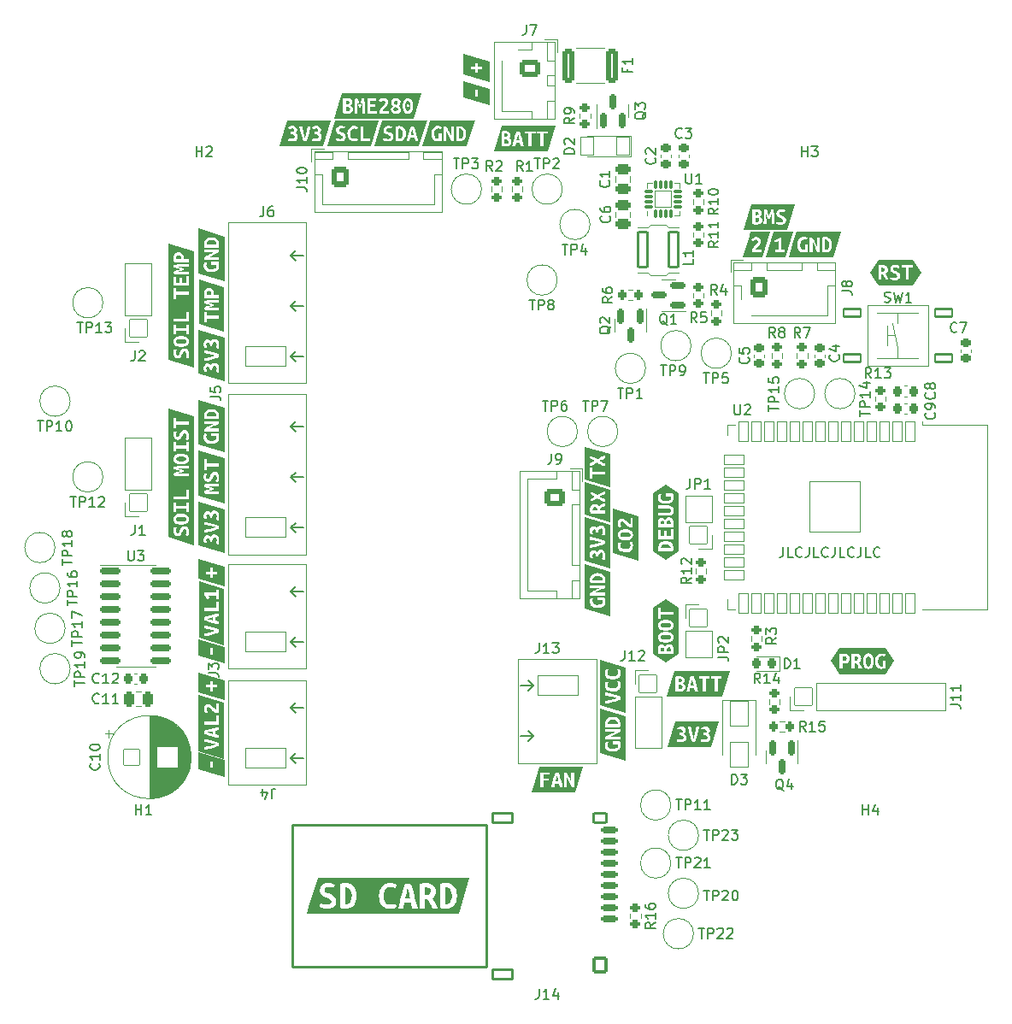
<source format=gto>
%TF.GenerationSoftware,KiCad,Pcbnew,(6.0.5)*%
%TF.CreationDate,2022-06-07T13:18:44+00:00*%
%TF.ProjectId,co2_sensor_node,636f325f-7365-46e7-936f-725f6e6f6465,rev?*%
%TF.SameCoordinates,Original*%
%TF.FileFunction,Legend,Top*%
%TF.FilePolarity,Positive*%
%FSLAX46Y46*%
G04 Gerber Fmt 4.6, Leading zero omitted, Abs format (unit mm)*
G04 Created by KiCad (PCBNEW (6.0.5)) date 2022-06-07 13:18:44*
%MOMM*%
%LPD*%
G01*
G04 APERTURE LIST*
G04 Aperture macros list*
%AMRoundRect*
0 Rectangle with rounded corners*
0 $1 Rounding radius*
0 $2 $3 $4 $5 $6 $7 $8 $9 X,Y pos of 4 corners*
0 Add a 4 corners polygon primitive as box body*
4,1,4,$2,$3,$4,$5,$6,$7,$8,$9,$2,$3,0*
0 Add four circle primitives for the rounded corners*
1,1,$1+$1,$2,$3*
1,1,$1+$1,$4,$5*
1,1,$1+$1,$6,$7*
1,1,$1+$1,$8,$9*
0 Add four rect primitives between the rounded corners*
20,1,$1+$1,$2,$3,$4,$5,0*
20,1,$1+$1,$4,$5,$6,$7,0*
20,1,$1+$1,$6,$7,$8,$9,0*
20,1,$1+$1,$8,$9,$2,$3,0*%
G04 Aperture macros list end*
%ADD10C,0.250000*%
%ADD11C,0.150000*%
%ADD12C,0.120000*%
%ADD13RoundRect,0.015000X0.850000X0.850000X-0.850000X0.850000X-0.850000X-0.850000X0.850000X-0.850000X0*%
%ADD14O,1.730000X1.730000*%
%ADD15C,2.030000*%
%ADD16RoundRect,0.240000X0.250000X-0.225000X0.250000X0.225000X-0.250000X0.225000X-0.250000X-0.225000X0*%
%ADD17RoundRect,0.215000X0.275000X-0.200000X0.275000X0.200000X-0.275000X0.200000X-0.275000X-0.200000X0*%
%ADD18RoundRect,0.015000X1.980000X-0.990000X1.980000X0.990000X-1.980000X0.990000X-1.980000X-0.990000X0*%
%ADD19O,3.990000X2.010000*%
%ADD20C,3.230000*%
%ADD21RoundRect,0.165000X-0.150000X0.587500X-0.150000X-0.587500X0.150000X-0.587500X0.150000X0.587500X0*%
%ADD22RoundRect,0.265000X-0.475000X0.250000X-0.475000X-0.250000X0.475000X-0.250000X0.475000X0.250000X0*%
%ADD23RoundRect,0.015000X0.850000X-0.850000X0.850000X0.850000X-0.850000X0.850000X-0.850000X-0.850000X0*%
%ADD24RoundRect,0.265000X-0.725000X0.600000X-0.725000X-0.600000X0.725000X-0.600000X0.725000X0.600000X0*%
%ADD25O,1.980000X1.730000*%
%ADD26RoundRect,0.015000X-0.850000X-0.850000X0.850000X-0.850000X0.850000X0.850000X-0.850000X0.850000X0*%
%ADD27RoundRect,0.115000X-0.850000X-0.400000X0.850000X-0.400000X0.850000X0.400000X-0.850000X0.400000X0*%
%ADD28RoundRect,0.215000X-0.275000X0.200000X-0.275000X-0.200000X0.275000X-0.200000X0.275000X0.200000X0*%
%ADD29C,1.230000*%
%ADD30RoundRect,0.265000X-0.750000X0.600000X-0.750000X-0.600000X0.750000X-0.600000X0.750000X0.600000X0*%
%ADD31O,2.030000X1.730000*%
%ADD32RoundRect,0.240000X-0.225000X-0.250000X0.225000X-0.250000X0.225000X0.250000X-0.225000X0.250000X0*%
%ADD33RoundRect,0.125000X0.440000X1.740000X-0.440000X1.740000X-0.440000X-1.740000X0.440000X-1.740000X0*%
%ADD34RoundRect,0.015000X0.650000X0.850000X-0.650000X0.850000X-0.650000X-0.850000X0.650000X-0.850000X0*%
%ADD35RoundRect,0.165000X0.587500X0.150000X-0.587500X0.150000X-0.587500X-0.150000X0.587500X-0.150000X0*%
%ADD36RoundRect,0.165000X0.150000X-0.587500X0.150000X0.587500X-0.150000X0.587500X-0.150000X-0.587500X0*%
%ADD37RoundRect,0.015000X-0.450000X1.000000X-0.450000X-1.000000X0.450000X-1.000000X0.450000X1.000000X0*%
%ADD38RoundRect,0.015000X-1.000000X-0.450000X1.000000X-0.450000X1.000000X0.450000X-1.000000X0.450000X0*%
%ADD39RoundRect,0.015000X-2.500000X2.500000X-2.500000X-2.500000X2.500000X-2.500000X2.500000X2.500000X0*%
%ADD40RoundRect,0.215000X0.200000X0.275000X-0.200000X0.275000X-0.200000X-0.275000X0.200000X-0.275000X0*%
%ADD41RoundRect,0.215000X-0.200000X-0.275000X0.200000X-0.275000X0.200000X0.275000X-0.200000X0.275000X0*%
%ADD42RoundRect,0.265000X-0.600000X-0.725000X0.600000X-0.725000X0.600000X0.725000X-0.600000X0.725000X0*%
%ADD43O,1.730000X1.980000*%
%ADD44RoundRect,0.233750X0.218750X0.256250X-0.218750X0.256250X-0.218750X-0.256250X0.218750X-0.256250X0*%
%ADD45RoundRect,0.265000X0.475000X-0.250000X0.475000X0.250000X-0.475000X0.250000X-0.475000X-0.250000X0*%
%ADD46RoundRect,0.265000X-0.250000X-0.475000X0.250000X-0.475000X0.250000X0.475000X-0.250000X0.475000X0*%
%ADD47RoundRect,0.165000X-0.850000X-0.150000X0.850000X-0.150000X0.850000X0.150000X-0.850000X0.150000X0*%
%ADD48RoundRect,0.015000X-0.800000X-0.800000X0.800000X-0.800000X0.800000X0.800000X-0.800000X0.800000X0*%
%ADD49C,1.630000*%
%ADD50C,1.030000*%
%ADD51RoundRect,0.190000X-0.625000X0.175000X-0.625000X-0.175000X0.625000X-0.175000X0.625000X0.175000X0*%
%ADD52RoundRect,0.135000X-0.630000X0.480000X-0.630000X-0.480000X0.630000X-0.480000X0.630000X0.480000X0*%
%ADD53RoundRect,0.165000X-0.600000X0.650000X-0.600000X-0.650000X0.600000X-0.650000X0.600000X0.650000X0*%
%ADD54RoundRect,0.135000X-0.980000X0.480000X-0.980000X-0.480000X0.980000X-0.480000X0.980000X0.480000X0*%
%ADD55RoundRect,0.015000X-0.900000X1.250000X-0.900000X-1.250000X0.900000X-1.250000X0.900000X1.250000X0*%
%ADD56RoundRect,0.077500X0.062500X-0.350000X0.062500X0.350000X-0.062500X0.350000X-0.062500X-0.350000X0*%
%ADD57RoundRect,0.077500X0.350000X-0.062500X0.350000X0.062500X-0.350000X0.062500X-0.350000X-0.062500X0*%
%ADD58RoundRect,0.015000X0.840000X-0.840000X0.840000X0.840000X-0.840000X0.840000X-0.840000X-0.840000X0*%
%ADD59RoundRect,0.015000X-1.980000X0.990000X-1.980000X-0.990000X1.980000X-0.990000X1.980000X0.990000X0*%
%ADD60RoundRect,0.265000X0.312500X1.450000X-0.312500X1.450000X-0.312500X-1.450000X0.312500X-1.450000X0*%
G04 APERTURE END LIST*
D10*
X148500000Y-135500000D02*
X129250000Y-135500000D01*
X129250000Y-135500000D02*
X129250000Y-149500000D01*
X129250000Y-149500000D02*
X148500000Y-149500000D01*
X148500000Y-149500000D02*
X148500000Y-135500000D01*
D11*
X177880952Y-107952380D02*
X177880952Y-108666666D01*
X177833333Y-108809523D01*
X177738095Y-108904761D01*
X177595238Y-108952380D01*
X177500000Y-108952380D01*
X178833333Y-108952380D02*
X178357142Y-108952380D01*
X178357142Y-107952380D01*
X179738095Y-108857142D02*
X179690476Y-108904761D01*
X179547619Y-108952380D01*
X179452380Y-108952380D01*
X179309523Y-108904761D01*
X179214285Y-108809523D01*
X179166666Y-108714285D01*
X179119047Y-108523809D01*
X179119047Y-108380952D01*
X179166666Y-108190476D01*
X179214285Y-108095238D01*
X179309523Y-108000000D01*
X179452380Y-107952380D01*
X179547619Y-107952380D01*
X179690476Y-108000000D01*
X179738095Y-108047619D01*
X180452380Y-107952380D02*
X180452380Y-108666666D01*
X180404761Y-108809523D01*
X180309523Y-108904761D01*
X180166666Y-108952380D01*
X180071428Y-108952380D01*
X181404761Y-108952380D02*
X180928571Y-108952380D01*
X180928571Y-107952380D01*
X182309523Y-108857142D02*
X182261904Y-108904761D01*
X182119047Y-108952380D01*
X182023809Y-108952380D01*
X181880952Y-108904761D01*
X181785714Y-108809523D01*
X181738095Y-108714285D01*
X181690476Y-108523809D01*
X181690476Y-108380952D01*
X181738095Y-108190476D01*
X181785714Y-108095238D01*
X181880952Y-108000000D01*
X182023809Y-107952380D01*
X182119047Y-107952380D01*
X182261904Y-108000000D01*
X182309523Y-108047619D01*
X183023809Y-107952380D02*
X183023809Y-108666666D01*
X182976190Y-108809523D01*
X182880952Y-108904761D01*
X182738095Y-108952380D01*
X182642857Y-108952380D01*
X183976190Y-108952380D02*
X183500000Y-108952380D01*
X183500000Y-107952380D01*
X184880952Y-108857142D02*
X184833333Y-108904761D01*
X184690476Y-108952380D01*
X184595238Y-108952380D01*
X184452380Y-108904761D01*
X184357142Y-108809523D01*
X184309523Y-108714285D01*
X184261904Y-108523809D01*
X184261904Y-108380952D01*
X184309523Y-108190476D01*
X184357142Y-108095238D01*
X184452380Y-108000000D01*
X184595238Y-107952380D01*
X184690476Y-107952380D01*
X184833333Y-108000000D01*
X184880952Y-108047619D01*
X185595238Y-107952380D02*
X185595238Y-108666666D01*
X185547619Y-108809523D01*
X185452380Y-108904761D01*
X185309523Y-108952380D01*
X185214285Y-108952380D01*
X186547619Y-108952380D02*
X186071428Y-108952380D01*
X186071428Y-107952380D01*
X187452380Y-108857142D02*
X187404761Y-108904761D01*
X187261904Y-108952380D01*
X187166666Y-108952380D01*
X187023809Y-108904761D01*
X186928571Y-108809523D01*
X186880952Y-108714285D01*
X186833333Y-108523809D01*
X186833333Y-108380952D01*
X186880952Y-108190476D01*
X186928571Y-108095238D01*
X187023809Y-108000000D01*
X187166666Y-107952380D01*
X187261904Y-107952380D01*
X187404761Y-108000000D01*
X187452380Y-108047619D01*
%TO.C,JP1*%
X168666666Y-101177380D02*
X168666666Y-101891666D01*
X168619047Y-102034523D01*
X168523809Y-102129761D01*
X168380952Y-102177380D01*
X168285714Y-102177380D01*
X169142857Y-102177380D02*
X169142857Y-101177380D01*
X169523809Y-101177380D01*
X169619047Y-101225000D01*
X169666666Y-101272619D01*
X169714285Y-101367857D01*
X169714285Y-101510714D01*
X169666666Y-101605952D01*
X169619047Y-101653571D01*
X169523809Y-101701190D01*
X169142857Y-101701190D01*
X170666666Y-102177380D02*
X170095238Y-102177380D01*
X170380952Y-102177380D02*
X170380952Y-101177380D01*
X170285714Y-101320238D01*
X170190476Y-101415476D01*
X170095238Y-101463095D01*
%TO.C,TP6*%
X154038095Y-93452380D02*
X154609523Y-93452380D01*
X154323809Y-94452380D02*
X154323809Y-93452380D01*
X154942857Y-94452380D02*
X154942857Y-93452380D01*
X155323809Y-93452380D01*
X155419047Y-93500000D01*
X155466666Y-93547619D01*
X155514285Y-93642857D01*
X155514285Y-93785714D01*
X155466666Y-93880952D01*
X155419047Y-93928571D01*
X155323809Y-93976190D01*
X154942857Y-93976190D01*
X156371428Y-93452380D02*
X156180952Y-93452380D01*
X156085714Y-93500000D01*
X156038095Y-93547619D01*
X155942857Y-93690476D01*
X155895238Y-93880952D01*
X155895238Y-94261904D01*
X155942857Y-94357142D01*
X155990476Y-94404761D01*
X156085714Y-94452380D01*
X156276190Y-94452380D01*
X156371428Y-94404761D01*
X156419047Y-94357142D01*
X156466666Y-94261904D01*
X156466666Y-94023809D01*
X156419047Y-93928571D01*
X156371428Y-93880952D01*
X156276190Y-93833333D01*
X156085714Y-93833333D01*
X155990476Y-93880952D01*
X155942857Y-93928571D01*
X155895238Y-94023809D01*
%TO.C,C3*%
X167833333Y-67357142D02*
X167785714Y-67404761D01*
X167642857Y-67452380D01*
X167547619Y-67452380D01*
X167404761Y-67404761D01*
X167309523Y-67309523D01*
X167261904Y-67214285D01*
X167214285Y-67023809D01*
X167214285Y-66880952D01*
X167261904Y-66690476D01*
X167309523Y-66595238D01*
X167404761Y-66500000D01*
X167547619Y-66452380D01*
X167642857Y-66452380D01*
X167785714Y-66500000D01*
X167833333Y-66547619D01*
X168166666Y-66452380D02*
X168785714Y-66452380D01*
X168452380Y-66833333D01*
X168595238Y-66833333D01*
X168690476Y-66880952D01*
X168738095Y-66928571D01*
X168785714Y-67023809D01*
X168785714Y-67261904D01*
X168738095Y-67357142D01*
X168690476Y-67404761D01*
X168595238Y-67452380D01*
X168309523Y-67452380D01*
X168214285Y-67404761D01*
X168166666Y-67357142D01*
%TO.C,R14*%
X175607142Y-121452380D02*
X175273809Y-120976190D01*
X175035714Y-121452380D02*
X175035714Y-120452380D01*
X175416666Y-120452380D01*
X175511904Y-120500000D01*
X175559523Y-120547619D01*
X175607142Y-120642857D01*
X175607142Y-120785714D01*
X175559523Y-120880952D01*
X175511904Y-120928571D01*
X175416666Y-120976190D01*
X175035714Y-120976190D01*
X176559523Y-121452380D02*
X175988095Y-121452380D01*
X176273809Y-121452380D02*
X176273809Y-120452380D01*
X176178571Y-120595238D01*
X176083333Y-120690476D01*
X175988095Y-120738095D01*
X177416666Y-120785714D02*
X177416666Y-121452380D01*
X177178571Y-120404761D02*
X176940476Y-121119047D01*
X177559523Y-121119047D01*
%TO.C,J3*%
X120952380Y-120433333D02*
X121666666Y-120433333D01*
X121809523Y-120480952D01*
X121904761Y-120576190D01*
X121952380Y-120719047D01*
X121952380Y-120814285D01*
X120952380Y-120052380D02*
X120952380Y-119433333D01*
X121333333Y-119766666D01*
X121333333Y-119623809D01*
X121380952Y-119528571D01*
X121428571Y-119480952D01*
X121523809Y-119433333D01*
X121761904Y-119433333D01*
X121857142Y-119480952D01*
X121904761Y-119528571D01*
X121952380Y-119623809D01*
X121952380Y-119909523D01*
X121904761Y-120004761D01*
X121857142Y-120052380D01*
%TO.C,H1*%
X113738095Y-134452380D02*
X113738095Y-133452380D01*
X113738095Y-133928571D02*
X114309523Y-133928571D01*
X114309523Y-134452380D02*
X114309523Y-133452380D01*
X115309523Y-134452380D02*
X114738095Y-134452380D01*
X115023809Y-134452380D02*
X115023809Y-133452380D01*
X114928571Y-133595238D01*
X114833333Y-133690476D01*
X114738095Y-133738095D01*
%TO.C,TP5*%
X169988095Y-90702380D02*
X170559523Y-90702380D01*
X170273809Y-91702380D02*
X170273809Y-90702380D01*
X170892857Y-91702380D02*
X170892857Y-90702380D01*
X171273809Y-90702380D01*
X171369047Y-90750000D01*
X171416666Y-90797619D01*
X171464285Y-90892857D01*
X171464285Y-91035714D01*
X171416666Y-91130952D01*
X171369047Y-91178571D01*
X171273809Y-91226190D01*
X170892857Y-91226190D01*
X172369047Y-90702380D02*
X171892857Y-90702380D01*
X171845238Y-91178571D01*
X171892857Y-91130952D01*
X171988095Y-91083333D01*
X172226190Y-91083333D01*
X172321428Y-91130952D01*
X172369047Y-91178571D01*
X172416666Y-91273809D01*
X172416666Y-91511904D01*
X172369047Y-91607142D01*
X172321428Y-91654761D01*
X172226190Y-91702380D01*
X171988095Y-91702380D01*
X171892857Y-91654761D01*
X171845238Y-91607142D01*
%TO.C,Q2*%
X160797619Y-86095238D02*
X160750000Y-86190476D01*
X160654761Y-86285714D01*
X160511904Y-86428571D01*
X160464285Y-86523809D01*
X160464285Y-86619047D01*
X160702380Y-86571428D02*
X160654761Y-86666666D01*
X160559523Y-86761904D01*
X160369047Y-86809523D01*
X160035714Y-86809523D01*
X159845238Y-86761904D01*
X159750000Y-86666666D01*
X159702380Y-86571428D01*
X159702380Y-86380952D01*
X159750000Y-86285714D01*
X159845238Y-86190476D01*
X160035714Y-86142857D01*
X160369047Y-86142857D01*
X160559523Y-86190476D01*
X160654761Y-86285714D01*
X160702380Y-86380952D01*
X160702380Y-86571428D01*
X159797619Y-85761904D02*
X159750000Y-85714285D01*
X159702380Y-85619047D01*
X159702380Y-85380952D01*
X159750000Y-85285714D01*
X159797619Y-85238095D01*
X159892857Y-85190476D01*
X159988095Y-85190476D01*
X160130952Y-85238095D01*
X160702380Y-85809523D01*
X160702380Y-85190476D01*
%TO.C,Q4*%
X177904761Y-132047619D02*
X177809523Y-132000000D01*
X177714285Y-131904761D01*
X177571428Y-131761904D01*
X177476190Y-131714285D01*
X177380952Y-131714285D01*
X177428571Y-131952380D02*
X177333333Y-131904761D01*
X177238095Y-131809523D01*
X177190476Y-131619047D01*
X177190476Y-131285714D01*
X177238095Y-131095238D01*
X177333333Y-131000000D01*
X177428571Y-130952380D01*
X177619047Y-130952380D01*
X177714285Y-131000000D01*
X177809523Y-131095238D01*
X177857142Y-131285714D01*
X177857142Y-131619047D01*
X177809523Y-131809523D01*
X177714285Y-131904761D01*
X177619047Y-131952380D01*
X177428571Y-131952380D01*
X178714285Y-131285714D02*
X178714285Y-131952380D01*
X178476190Y-130904761D02*
X178238095Y-131619047D01*
X178857142Y-131619047D01*
%TO.C,TP2*%
X153238095Y-69452380D02*
X153809523Y-69452380D01*
X153523809Y-70452380D02*
X153523809Y-69452380D01*
X154142857Y-70452380D02*
X154142857Y-69452380D01*
X154523809Y-69452380D01*
X154619047Y-69500000D01*
X154666666Y-69547619D01*
X154714285Y-69642857D01*
X154714285Y-69785714D01*
X154666666Y-69880952D01*
X154619047Y-69928571D01*
X154523809Y-69976190D01*
X154142857Y-69976190D01*
X155095238Y-69547619D02*
X155142857Y-69500000D01*
X155238095Y-69452380D01*
X155476190Y-69452380D01*
X155571428Y-69500000D01*
X155619047Y-69547619D01*
X155666666Y-69642857D01*
X155666666Y-69738095D01*
X155619047Y-69880952D01*
X155047619Y-70452380D01*
X155666666Y-70452380D01*
%TO.C,C1*%
X160607142Y-71666666D02*
X160654761Y-71714285D01*
X160702380Y-71857142D01*
X160702380Y-71952380D01*
X160654761Y-72095238D01*
X160559523Y-72190476D01*
X160464285Y-72238095D01*
X160273809Y-72285714D01*
X160130952Y-72285714D01*
X159940476Y-72238095D01*
X159845238Y-72190476D01*
X159750000Y-72095238D01*
X159702380Y-71952380D01*
X159702380Y-71857142D01*
X159750000Y-71714285D01*
X159797619Y-71666666D01*
X160702380Y-70714285D02*
X160702380Y-71285714D01*
X160702380Y-71000000D02*
X159702380Y-71000000D01*
X159845238Y-71095238D01*
X159940476Y-71190476D01*
X159988095Y-71285714D01*
%TO.C,J5*%
X121152380Y-93033333D02*
X121866666Y-93033333D01*
X122009523Y-93080952D01*
X122104761Y-93176190D01*
X122152380Y-93319047D01*
X122152380Y-93414285D01*
X121152380Y-92080952D02*
X121152380Y-92557142D01*
X121628571Y-92604761D01*
X121580952Y-92557142D01*
X121533333Y-92461904D01*
X121533333Y-92223809D01*
X121580952Y-92128571D01*
X121628571Y-92080952D01*
X121723809Y-92033333D01*
X121961904Y-92033333D01*
X122057142Y-92080952D01*
X122104761Y-92128571D01*
X122152380Y-92223809D01*
X122152380Y-92461904D01*
X122104761Y-92557142D01*
X122057142Y-92604761D01*
%TO.C,R3*%
X177202380Y-116916666D02*
X176726190Y-117250000D01*
X177202380Y-117488095D02*
X176202380Y-117488095D01*
X176202380Y-117107142D01*
X176250000Y-117011904D01*
X176297619Y-116964285D01*
X176392857Y-116916666D01*
X176535714Y-116916666D01*
X176630952Y-116964285D01*
X176678571Y-117011904D01*
X176726190Y-117107142D01*
X176726190Y-117488095D01*
X176202380Y-116583333D02*
X176202380Y-115964285D01*
X176583333Y-116297619D01*
X176583333Y-116154761D01*
X176630952Y-116059523D01*
X176678571Y-116011904D01*
X176773809Y-115964285D01*
X177011904Y-115964285D01*
X177107142Y-116011904D01*
X177154761Y-116059523D01*
X177202380Y-116154761D01*
X177202380Y-116440476D01*
X177154761Y-116535714D01*
X177107142Y-116583333D01*
%TO.C,TP4*%
X155988095Y-77952380D02*
X156559523Y-77952380D01*
X156273809Y-78952380D02*
X156273809Y-77952380D01*
X156892857Y-78952380D02*
X156892857Y-77952380D01*
X157273809Y-77952380D01*
X157369047Y-78000000D01*
X157416666Y-78047619D01*
X157464285Y-78142857D01*
X157464285Y-78285714D01*
X157416666Y-78380952D01*
X157369047Y-78428571D01*
X157273809Y-78476190D01*
X156892857Y-78476190D01*
X158321428Y-78285714D02*
X158321428Y-78952380D01*
X158083333Y-77904761D02*
X157845238Y-78619047D01*
X158464285Y-78619047D01*
%TO.C,J11*%
X194452380Y-123559523D02*
X195166666Y-123559523D01*
X195309523Y-123607142D01*
X195404761Y-123702380D01*
X195452380Y-123845238D01*
X195452380Y-123940476D01*
X195452380Y-122559523D02*
X195452380Y-123130952D01*
X195452380Y-122845238D02*
X194452380Y-122845238D01*
X194595238Y-122940476D01*
X194690476Y-123035714D01*
X194738095Y-123130952D01*
X195452380Y-121607142D02*
X195452380Y-122178571D01*
X195452380Y-121892857D02*
X194452380Y-121892857D01*
X194595238Y-121988095D01*
X194690476Y-122083333D01*
X194738095Y-122178571D01*
%TO.C,R4*%
X171333333Y-82952380D02*
X171000000Y-82476190D01*
X170761904Y-82952380D02*
X170761904Y-81952380D01*
X171142857Y-81952380D01*
X171238095Y-82000000D01*
X171285714Y-82047619D01*
X171333333Y-82142857D01*
X171333333Y-82285714D01*
X171285714Y-82380952D01*
X171238095Y-82428571D01*
X171142857Y-82476190D01*
X170761904Y-82476190D01*
X172190476Y-82285714D02*
X172190476Y-82952380D01*
X171952380Y-81904761D02*
X171714285Y-82619047D01*
X172333333Y-82619047D01*
%TO.C,H4*%
X185738095Y-134452380D02*
X185738095Y-133452380D01*
X185738095Y-133928571D02*
X186309523Y-133928571D01*
X186309523Y-134452380D02*
X186309523Y-133452380D01*
X187214285Y-133785714D02*
X187214285Y-134452380D01*
X186976190Y-133404761D02*
X186738095Y-134119047D01*
X187357142Y-134119047D01*
%TO.C,J9*%
X154916666Y-98702380D02*
X154916666Y-99416666D01*
X154869047Y-99559523D01*
X154773809Y-99654761D01*
X154630952Y-99702380D01*
X154535714Y-99702380D01*
X155440476Y-99702380D02*
X155630952Y-99702380D01*
X155726190Y-99654761D01*
X155773809Y-99607142D01*
X155869047Y-99464285D01*
X155916666Y-99273809D01*
X155916666Y-98892857D01*
X155869047Y-98797619D01*
X155821428Y-98750000D01*
X155726190Y-98702380D01*
X155535714Y-98702380D01*
X155440476Y-98750000D01*
X155392857Y-98797619D01*
X155345238Y-98892857D01*
X155345238Y-99130952D01*
X155392857Y-99226190D01*
X155440476Y-99273809D01*
X155535714Y-99321428D01*
X155726190Y-99321428D01*
X155821428Y-99273809D01*
X155869047Y-99226190D01*
X155916666Y-99130952D01*
%TO.C,TP15*%
X176452380Y-94488095D02*
X176452380Y-93916666D01*
X177452380Y-94202380D02*
X176452380Y-94202380D01*
X177452380Y-93583333D02*
X176452380Y-93583333D01*
X176452380Y-93202380D01*
X176500000Y-93107142D01*
X176547619Y-93059523D01*
X176642857Y-93011904D01*
X176785714Y-93011904D01*
X176880952Y-93059523D01*
X176928571Y-93107142D01*
X176976190Y-93202380D01*
X176976190Y-93583333D01*
X177452380Y-92059523D02*
X177452380Y-92630952D01*
X177452380Y-92345238D02*
X176452380Y-92345238D01*
X176595238Y-92440476D01*
X176690476Y-92535714D01*
X176738095Y-92630952D01*
X176452380Y-91154761D02*
X176452380Y-91630952D01*
X176928571Y-91678571D01*
X176880952Y-91630952D01*
X176833333Y-91535714D01*
X176833333Y-91297619D01*
X176880952Y-91202380D01*
X176928571Y-91154761D01*
X177023809Y-91107142D01*
X177261904Y-91107142D01*
X177357142Y-91154761D01*
X177404761Y-91202380D01*
X177452380Y-91297619D01*
X177452380Y-91535714D01*
X177404761Y-91630952D01*
X177357142Y-91678571D01*
%TO.C,C4*%
X183357142Y-88916666D02*
X183404761Y-88964285D01*
X183452380Y-89107142D01*
X183452380Y-89202380D01*
X183404761Y-89345238D01*
X183309523Y-89440476D01*
X183214285Y-89488095D01*
X183023809Y-89535714D01*
X182880952Y-89535714D01*
X182690476Y-89488095D01*
X182595238Y-89440476D01*
X182500000Y-89345238D01*
X182452380Y-89202380D01*
X182452380Y-89107142D01*
X182500000Y-88964285D01*
X182547619Y-88916666D01*
X182785714Y-88059523D02*
X183452380Y-88059523D01*
X182404761Y-88297619D02*
X183119047Y-88535714D01*
X183119047Y-87916666D01*
%TO.C,J2*%
X113666666Y-88512380D02*
X113666666Y-89226666D01*
X113619047Y-89369523D01*
X113523809Y-89464761D01*
X113380952Y-89512380D01*
X113285714Y-89512380D01*
X114095238Y-88607619D02*
X114142857Y-88560000D01*
X114238095Y-88512380D01*
X114476190Y-88512380D01*
X114571428Y-88560000D01*
X114619047Y-88607619D01*
X114666666Y-88702857D01*
X114666666Y-88798095D01*
X114619047Y-88940952D01*
X114047619Y-89512380D01*
X114666666Y-89512380D01*
%TO.C,J12*%
X162190476Y-118202380D02*
X162190476Y-118916666D01*
X162142857Y-119059523D01*
X162047619Y-119154761D01*
X161904761Y-119202380D01*
X161809523Y-119202380D01*
X163190476Y-119202380D02*
X162619047Y-119202380D01*
X162904761Y-119202380D02*
X162904761Y-118202380D01*
X162809523Y-118345238D01*
X162714285Y-118440476D01*
X162619047Y-118488095D01*
X163571428Y-118297619D02*
X163619047Y-118250000D01*
X163714285Y-118202380D01*
X163952380Y-118202380D01*
X164047619Y-118250000D01*
X164095238Y-118297619D01*
X164142857Y-118392857D01*
X164142857Y-118488095D01*
X164095238Y-118630952D01*
X163523809Y-119202380D01*
X164142857Y-119202380D01*
%TO.C,TP1*%
X161488095Y-92202380D02*
X162059523Y-92202380D01*
X161773809Y-93202380D02*
X161773809Y-92202380D01*
X162392857Y-93202380D02*
X162392857Y-92202380D01*
X162773809Y-92202380D01*
X162869047Y-92250000D01*
X162916666Y-92297619D01*
X162964285Y-92392857D01*
X162964285Y-92535714D01*
X162916666Y-92630952D01*
X162869047Y-92678571D01*
X162773809Y-92726190D01*
X162392857Y-92726190D01*
X163916666Y-93202380D02*
X163345238Y-93202380D01*
X163630952Y-93202380D02*
X163630952Y-92202380D01*
X163535714Y-92345238D01*
X163440476Y-92440476D01*
X163345238Y-92488095D01*
%TO.C,SW1*%
X187916666Y-83654761D02*
X188059523Y-83702380D01*
X188297619Y-83702380D01*
X188392857Y-83654761D01*
X188440476Y-83607142D01*
X188488095Y-83511904D01*
X188488095Y-83416666D01*
X188440476Y-83321428D01*
X188392857Y-83273809D01*
X188297619Y-83226190D01*
X188107142Y-83178571D01*
X188011904Y-83130952D01*
X187964285Y-83083333D01*
X187916666Y-82988095D01*
X187916666Y-82892857D01*
X187964285Y-82797619D01*
X188011904Y-82750000D01*
X188107142Y-82702380D01*
X188345238Y-82702380D01*
X188488095Y-82750000D01*
X188821428Y-82702380D02*
X189059523Y-83702380D01*
X189250000Y-82988095D01*
X189440476Y-83702380D01*
X189678571Y-82702380D01*
X190583333Y-83702380D02*
X190011904Y-83702380D01*
X190297619Y-83702380D02*
X190297619Y-82702380D01*
X190202380Y-82845238D01*
X190107142Y-82940476D01*
X190011904Y-82988095D01*
%TO.C,R11*%
X171452380Y-77642857D02*
X170976190Y-77976190D01*
X171452380Y-78214285D02*
X170452380Y-78214285D01*
X170452380Y-77833333D01*
X170500000Y-77738095D01*
X170547619Y-77690476D01*
X170642857Y-77642857D01*
X170785714Y-77642857D01*
X170880952Y-77690476D01*
X170928571Y-77738095D01*
X170976190Y-77833333D01*
X170976190Y-78214285D01*
X171452380Y-76690476D02*
X171452380Y-77261904D01*
X171452380Y-76976190D02*
X170452380Y-76976190D01*
X170595238Y-77071428D01*
X170690476Y-77166666D01*
X170738095Y-77261904D01*
X171452380Y-75738095D02*
X171452380Y-76309523D01*
X171452380Y-76023809D02*
X170452380Y-76023809D01*
X170595238Y-76119047D01*
X170690476Y-76214285D01*
X170738095Y-76309523D01*
%TO.C,R2*%
X149083333Y-70702380D02*
X148750000Y-70226190D01*
X148511904Y-70702380D02*
X148511904Y-69702380D01*
X148892857Y-69702380D01*
X148988095Y-69750000D01*
X149035714Y-69797619D01*
X149083333Y-69892857D01*
X149083333Y-70035714D01*
X149035714Y-70130952D01*
X148988095Y-70178571D01*
X148892857Y-70226190D01*
X148511904Y-70226190D01*
X149464285Y-69797619D02*
X149511904Y-69750000D01*
X149607142Y-69702380D01*
X149845238Y-69702380D01*
X149940476Y-69750000D01*
X149988095Y-69797619D01*
X150035714Y-69892857D01*
X150035714Y-69988095D01*
X149988095Y-70130952D01*
X149416666Y-70702380D01*
X150035714Y-70702380D01*
%TO.C,R13*%
X186607142Y-91202380D02*
X186273809Y-90726190D01*
X186035714Y-91202380D02*
X186035714Y-90202380D01*
X186416666Y-90202380D01*
X186511904Y-90250000D01*
X186559523Y-90297619D01*
X186607142Y-90392857D01*
X186607142Y-90535714D01*
X186559523Y-90630952D01*
X186511904Y-90678571D01*
X186416666Y-90726190D01*
X186035714Y-90726190D01*
X187559523Y-91202380D02*
X186988095Y-91202380D01*
X187273809Y-91202380D02*
X187273809Y-90202380D01*
X187178571Y-90345238D01*
X187083333Y-90440476D01*
X186988095Y-90488095D01*
X187892857Y-90202380D02*
X188511904Y-90202380D01*
X188178571Y-90583333D01*
X188321428Y-90583333D01*
X188416666Y-90630952D01*
X188464285Y-90678571D01*
X188511904Y-90773809D01*
X188511904Y-91011904D01*
X188464285Y-91107142D01*
X188416666Y-91154761D01*
X188321428Y-91202380D01*
X188035714Y-91202380D01*
X187940476Y-91154761D01*
X187892857Y-91107142D01*
%TO.C,J7*%
X152416666Y-56202380D02*
X152416666Y-56916666D01*
X152369047Y-57059523D01*
X152273809Y-57154761D01*
X152130952Y-57202380D01*
X152035714Y-57202380D01*
X152797619Y-56202380D02*
X153464285Y-56202380D01*
X153035714Y-57202380D01*
%TO.C,TP16*%
X106952380Y-113738095D02*
X106952380Y-113166666D01*
X107952380Y-113452380D02*
X106952380Y-113452380D01*
X107952380Y-112833333D02*
X106952380Y-112833333D01*
X106952380Y-112452380D01*
X107000000Y-112357142D01*
X107047619Y-112309523D01*
X107142857Y-112261904D01*
X107285714Y-112261904D01*
X107380952Y-112309523D01*
X107428571Y-112357142D01*
X107476190Y-112452380D01*
X107476190Y-112833333D01*
X107952380Y-111309523D02*
X107952380Y-111880952D01*
X107952380Y-111595238D02*
X106952380Y-111595238D01*
X107095238Y-111690476D01*
X107190476Y-111785714D01*
X107238095Y-111880952D01*
X106952380Y-110452380D02*
X106952380Y-110642857D01*
X107000000Y-110738095D01*
X107047619Y-110785714D01*
X107190476Y-110880952D01*
X107380952Y-110928571D01*
X107761904Y-110928571D01*
X107857142Y-110880952D01*
X107904761Y-110833333D01*
X107952380Y-110738095D01*
X107952380Y-110547619D01*
X107904761Y-110452380D01*
X107857142Y-110404761D01*
X107761904Y-110357142D01*
X107523809Y-110357142D01*
X107428571Y-110404761D01*
X107380952Y-110452380D01*
X107333333Y-110547619D01*
X107333333Y-110738095D01*
X107380952Y-110833333D01*
X107428571Y-110880952D01*
X107523809Y-110928571D01*
%TO.C,R9*%
X157202380Y-65416666D02*
X156726190Y-65750000D01*
X157202380Y-65988095D02*
X156202380Y-65988095D01*
X156202380Y-65607142D01*
X156250000Y-65511904D01*
X156297619Y-65464285D01*
X156392857Y-65416666D01*
X156535714Y-65416666D01*
X156630952Y-65464285D01*
X156678571Y-65511904D01*
X156726190Y-65607142D01*
X156726190Y-65988095D01*
X157202380Y-64940476D02*
X157202380Y-64750000D01*
X157154761Y-64654761D01*
X157107142Y-64607142D01*
X156964285Y-64511904D01*
X156773809Y-64464285D01*
X156392857Y-64464285D01*
X156297619Y-64511904D01*
X156250000Y-64559523D01*
X156202380Y-64654761D01*
X156202380Y-64845238D01*
X156250000Y-64940476D01*
X156297619Y-64988095D01*
X156392857Y-65035714D01*
X156630952Y-65035714D01*
X156726190Y-64988095D01*
X156773809Y-64940476D01*
X156821428Y-64845238D01*
X156821428Y-64654761D01*
X156773809Y-64559523D01*
X156726190Y-64511904D01*
X156630952Y-64464285D01*
%TO.C,R7*%
X179583333Y-87202380D02*
X179250000Y-86726190D01*
X179011904Y-87202380D02*
X179011904Y-86202380D01*
X179392857Y-86202380D01*
X179488095Y-86250000D01*
X179535714Y-86297619D01*
X179583333Y-86392857D01*
X179583333Y-86535714D01*
X179535714Y-86630952D01*
X179488095Y-86678571D01*
X179392857Y-86726190D01*
X179011904Y-86726190D01*
X179916666Y-86202380D02*
X180583333Y-86202380D01*
X180154761Y-87202380D01*
%TO.C,C12*%
X110107142Y-121357142D02*
X110059523Y-121404761D01*
X109916666Y-121452380D01*
X109821428Y-121452380D01*
X109678571Y-121404761D01*
X109583333Y-121309523D01*
X109535714Y-121214285D01*
X109488095Y-121023809D01*
X109488095Y-120880952D01*
X109535714Y-120690476D01*
X109583333Y-120595238D01*
X109678571Y-120500000D01*
X109821428Y-120452380D01*
X109916666Y-120452380D01*
X110059523Y-120500000D01*
X110107142Y-120547619D01*
X111059523Y-121452380D02*
X110488095Y-121452380D01*
X110773809Y-121452380D02*
X110773809Y-120452380D01*
X110678571Y-120595238D01*
X110583333Y-120690476D01*
X110488095Y-120738095D01*
X111440476Y-120547619D02*
X111488095Y-120500000D01*
X111583333Y-120452380D01*
X111821428Y-120452380D01*
X111916666Y-120500000D01*
X111964285Y-120547619D01*
X112011904Y-120642857D01*
X112011904Y-120738095D01*
X111964285Y-120880952D01*
X111392857Y-121452380D01*
X112011904Y-121452380D01*
%TO.C,C2*%
X165152142Y-69391666D02*
X165199761Y-69439285D01*
X165247380Y-69582142D01*
X165247380Y-69677380D01*
X165199761Y-69820238D01*
X165104523Y-69915476D01*
X165009285Y-69963095D01*
X164818809Y-70010714D01*
X164675952Y-70010714D01*
X164485476Y-69963095D01*
X164390238Y-69915476D01*
X164295000Y-69820238D01*
X164247380Y-69677380D01*
X164247380Y-69582142D01*
X164295000Y-69439285D01*
X164342619Y-69391666D01*
X164342619Y-69010714D02*
X164295000Y-68963095D01*
X164247380Y-68867857D01*
X164247380Y-68629761D01*
X164295000Y-68534523D01*
X164342619Y-68486904D01*
X164437857Y-68439285D01*
X164533095Y-68439285D01*
X164675952Y-68486904D01*
X165247380Y-69058333D01*
X165247380Y-68439285D01*
%TO.C,J4*%
X127208333Y-132882619D02*
X127208333Y-132168333D01*
X127255952Y-132025476D01*
X127351190Y-131930238D01*
X127494047Y-131882619D01*
X127589285Y-131882619D01*
X126303571Y-132549285D02*
X126303571Y-131882619D01*
X126541666Y-132930238D02*
X126779761Y-132215952D01*
X126160714Y-132215952D01*
%TO.C,R1*%
X152083333Y-70702380D02*
X151750000Y-70226190D01*
X151511904Y-70702380D02*
X151511904Y-69702380D01*
X151892857Y-69702380D01*
X151988095Y-69750000D01*
X152035714Y-69797619D01*
X152083333Y-69892857D01*
X152083333Y-70035714D01*
X152035714Y-70130952D01*
X151988095Y-70178571D01*
X151892857Y-70226190D01*
X151511904Y-70226190D01*
X153035714Y-70702380D02*
X152464285Y-70702380D01*
X152750000Y-70702380D02*
X152750000Y-69702380D01*
X152654761Y-69845238D01*
X152559523Y-69940476D01*
X152464285Y-69988095D01*
%TO.C,L1*%
X168952380Y-79416666D02*
X168952380Y-79892857D01*
X167952380Y-79892857D01*
X168952380Y-78559523D02*
X168952380Y-79130952D01*
X168952380Y-78845238D02*
X167952380Y-78845238D01*
X168095238Y-78940476D01*
X168190476Y-79035714D01*
X168238095Y-79130952D01*
%TO.C,TP10*%
X104011904Y-95452380D02*
X104583333Y-95452380D01*
X104297619Y-96452380D02*
X104297619Y-95452380D01*
X104916666Y-96452380D02*
X104916666Y-95452380D01*
X105297619Y-95452380D01*
X105392857Y-95500000D01*
X105440476Y-95547619D01*
X105488095Y-95642857D01*
X105488095Y-95785714D01*
X105440476Y-95880952D01*
X105392857Y-95928571D01*
X105297619Y-95976190D01*
X104916666Y-95976190D01*
X106440476Y-96452380D02*
X105869047Y-96452380D01*
X106154761Y-96452380D02*
X106154761Y-95452380D01*
X106059523Y-95595238D01*
X105964285Y-95690476D01*
X105869047Y-95738095D01*
X107059523Y-95452380D02*
X107154761Y-95452380D01*
X107250000Y-95500000D01*
X107297619Y-95547619D01*
X107345238Y-95642857D01*
X107392857Y-95833333D01*
X107392857Y-96071428D01*
X107345238Y-96261904D01*
X107297619Y-96357142D01*
X107250000Y-96404761D01*
X107154761Y-96452380D01*
X107059523Y-96452380D01*
X106964285Y-96404761D01*
X106916666Y-96357142D01*
X106869047Y-96261904D01*
X106821428Y-96071428D01*
X106821428Y-95833333D01*
X106869047Y-95642857D01*
X106916666Y-95547619D01*
X106964285Y-95500000D01*
X107059523Y-95452380D01*
%TO.C,D2*%
X157202380Y-68988095D02*
X156202380Y-68988095D01*
X156202380Y-68750000D01*
X156250000Y-68607142D01*
X156345238Y-68511904D01*
X156440476Y-68464285D01*
X156630952Y-68416666D01*
X156773809Y-68416666D01*
X156964285Y-68464285D01*
X157059523Y-68511904D01*
X157154761Y-68607142D01*
X157202380Y-68750000D01*
X157202380Y-68988095D01*
X156297619Y-68035714D02*
X156250000Y-67988095D01*
X156202380Y-67892857D01*
X156202380Y-67654761D01*
X156250000Y-67559523D01*
X156297619Y-67511904D01*
X156392857Y-67464285D01*
X156488095Y-67464285D01*
X156630952Y-67511904D01*
X157202380Y-68083333D01*
X157202380Y-67464285D01*
%TO.C,Q1*%
X166404761Y-85947619D02*
X166309523Y-85900000D01*
X166214285Y-85804761D01*
X166071428Y-85661904D01*
X165976190Y-85614285D01*
X165880952Y-85614285D01*
X165928571Y-85852380D02*
X165833333Y-85804761D01*
X165738095Y-85709523D01*
X165690476Y-85519047D01*
X165690476Y-85185714D01*
X165738095Y-84995238D01*
X165833333Y-84900000D01*
X165928571Y-84852380D01*
X166119047Y-84852380D01*
X166214285Y-84900000D01*
X166309523Y-84995238D01*
X166357142Y-85185714D01*
X166357142Y-85519047D01*
X166309523Y-85709523D01*
X166214285Y-85804761D01*
X166119047Y-85852380D01*
X165928571Y-85852380D01*
X167309523Y-85852380D02*
X166738095Y-85852380D01*
X167023809Y-85852380D02*
X167023809Y-84852380D01*
X166928571Y-84995238D01*
X166833333Y-85090476D01*
X166738095Y-85138095D01*
%TO.C,H2*%
X119738095Y-69252380D02*
X119738095Y-68252380D01*
X119738095Y-68728571D02*
X120309523Y-68728571D01*
X120309523Y-69252380D02*
X120309523Y-68252380D01*
X120738095Y-68347619D02*
X120785714Y-68300000D01*
X120880952Y-68252380D01*
X121119047Y-68252380D01*
X121214285Y-68300000D01*
X121261904Y-68347619D01*
X121309523Y-68442857D01*
X121309523Y-68538095D01*
X121261904Y-68680952D01*
X120690476Y-69252380D01*
X121309523Y-69252380D01*
%TO.C,TP13*%
X107961904Y-85702380D02*
X108533333Y-85702380D01*
X108247619Y-86702380D02*
X108247619Y-85702380D01*
X108866666Y-86702380D02*
X108866666Y-85702380D01*
X109247619Y-85702380D01*
X109342857Y-85750000D01*
X109390476Y-85797619D01*
X109438095Y-85892857D01*
X109438095Y-86035714D01*
X109390476Y-86130952D01*
X109342857Y-86178571D01*
X109247619Y-86226190D01*
X108866666Y-86226190D01*
X110390476Y-86702380D02*
X109819047Y-86702380D01*
X110104761Y-86702380D02*
X110104761Y-85702380D01*
X110009523Y-85845238D01*
X109914285Y-85940476D01*
X109819047Y-85988095D01*
X110723809Y-85702380D02*
X111342857Y-85702380D01*
X111009523Y-86083333D01*
X111152380Y-86083333D01*
X111247619Y-86130952D01*
X111295238Y-86178571D01*
X111342857Y-86273809D01*
X111342857Y-86511904D01*
X111295238Y-86607142D01*
X111247619Y-86654761D01*
X111152380Y-86702380D01*
X110866666Y-86702380D01*
X110771428Y-86654761D01*
X110723809Y-86607142D01*
%TO.C,TP18*%
X106452380Y-109738095D02*
X106452380Y-109166666D01*
X107452380Y-109452380D02*
X106452380Y-109452380D01*
X107452380Y-108833333D02*
X106452380Y-108833333D01*
X106452380Y-108452380D01*
X106500000Y-108357142D01*
X106547619Y-108309523D01*
X106642857Y-108261904D01*
X106785714Y-108261904D01*
X106880952Y-108309523D01*
X106928571Y-108357142D01*
X106976190Y-108452380D01*
X106976190Y-108833333D01*
X107452380Y-107309523D02*
X107452380Y-107880952D01*
X107452380Y-107595238D02*
X106452380Y-107595238D01*
X106595238Y-107690476D01*
X106690476Y-107785714D01*
X106738095Y-107880952D01*
X106880952Y-106738095D02*
X106833333Y-106833333D01*
X106785714Y-106880952D01*
X106690476Y-106928571D01*
X106642857Y-106928571D01*
X106547619Y-106880952D01*
X106500000Y-106833333D01*
X106452380Y-106738095D01*
X106452380Y-106547619D01*
X106500000Y-106452380D01*
X106547619Y-106404761D01*
X106642857Y-106357142D01*
X106690476Y-106357142D01*
X106785714Y-106404761D01*
X106833333Y-106452380D01*
X106880952Y-106547619D01*
X106880952Y-106738095D01*
X106928571Y-106833333D01*
X106976190Y-106880952D01*
X107071428Y-106928571D01*
X107261904Y-106928571D01*
X107357142Y-106880952D01*
X107404761Y-106833333D01*
X107452380Y-106738095D01*
X107452380Y-106547619D01*
X107404761Y-106452380D01*
X107357142Y-106404761D01*
X107261904Y-106357142D01*
X107071428Y-106357142D01*
X106976190Y-106404761D01*
X106928571Y-106452380D01*
X106880952Y-106547619D01*
%TO.C,JP2*%
X171452380Y-118833333D02*
X172166666Y-118833333D01*
X172309523Y-118880952D01*
X172404761Y-118976190D01*
X172452380Y-119119047D01*
X172452380Y-119214285D01*
X172452380Y-118357142D02*
X171452380Y-118357142D01*
X171452380Y-117976190D01*
X171500000Y-117880952D01*
X171547619Y-117833333D01*
X171642857Y-117785714D01*
X171785714Y-117785714D01*
X171880952Y-117833333D01*
X171928571Y-117880952D01*
X171976190Y-117976190D01*
X171976190Y-118357142D01*
X171547619Y-117404761D02*
X171500000Y-117357142D01*
X171452380Y-117261904D01*
X171452380Y-117023809D01*
X171500000Y-116928571D01*
X171547619Y-116880952D01*
X171642857Y-116833333D01*
X171738095Y-116833333D01*
X171880952Y-116880952D01*
X172452380Y-117452380D01*
X172452380Y-116833333D01*
%TO.C,H3*%
X179738095Y-69252380D02*
X179738095Y-68252380D01*
X179738095Y-68728571D02*
X180309523Y-68728571D01*
X180309523Y-69252380D02*
X180309523Y-68252380D01*
X180690476Y-68252380D02*
X181309523Y-68252380D01*
X180976190Y-68633333D01*
X181119047Y-68633333D01*
X181214285Y-68680952D01*
X181261904Y-68728571D01*
X181309523Y-68823809D01*
X181309523Y-69061904D01*
X181261904Y-69157142D01*
X181214285Y-69204761D01*
X181119047Y-69252380D01*
X180833333Y-69252380D01*
X180738095Y-69204761D01*
X180690476Y-69157142D01*
%TO.C,C8*%
X192857142Y-92666666D02*
X192904761Y-92714285D01*
X192952380Y-92857142D01*
X192952380Y-92952380D01*
X192904761Y-93095238D01*
X192809523Y-93190476D01*
X192714285Y-93238095D01*
X192523809Y-93285714D01*
X192380952Y-93285714D01*
X192190476Y-93238095D01*
X192095238Y-93190476D01*
X192000000Y-93095238D01*
X191952380Y-92952380D01*
X191952380Y-92857142D01*
X192000000Y-92714285D01*
X192047619Y-92666666D01*
X192380952Y-92095238D02*
X192333333Y-92190476D01*
X192285714Y-92238095D01*
X192190476Y-92285714D01*
X192142857Y-92285714D01*
X192047619Y-92238095D01*
X192000000Y-92190476D01*
X191952380Y-92095238D01*
X191952380Y-91904761D01*
X192000000Y-91809523D01*
X192047619Y-91761904D01*
X192142857Y-91714285D01*
X192190476Y-91714285D01*
X192285714Y-91761904D01*
X192333333Y-91809523D01*
X192380952Y-91904761D01*
X192380952Y-92095238D01*
X192428571Y-92190476D01*
X192476190Y-92238095D01*
X192571428Y-92285714D01*
X192761904Y-92285714D01*
X192857142Y-92238095D01*
X192904761Y-92190476D01*
X192952380Y-92095238D01*
X192952380Y-91904761D01*
X192904761Y-91809523D01*
X192857142Y-91761904D01*
X192761904Y-91714285D01*
X192571428Y-91714285D01*
X192476190Y-91761904D01*
X192428571Y-91809523D01*
X192380952Y-91904761D01*
%TO.C,Q3*%
X164297619Y-64845238D02*
X164250000Y-64940476D01*
X164154761Y-65035714D01*
X164011904Y-65178571D01*
X163964285Y-65273809D01*
X163964285Y-65369047D01*
X164202380Y-65321428D02*
X164154761Y-65416666D01*
X164059523Y-65511904D01*
X163869047Y-65559523D01*
X163535714Y-65559523D01*
X163345238Y-65511904D01*
X163250000Y-65416666D01*
X163202380Y-65321428D01*
X163202380Y-65130952D01*
X163250000Y-65035714D01*
X163345238Y-64940476D01*
X163535714Y-64892857D01*
X163869047Y-64892857D01*
X164059523Y-64940476D01*
X164154761Y-65035714D01*
X164202380Y-65130952D01*
X164202380Y-65321428D01*
X163202380Y-64559523D02*
X163202380Y-63940476D01*
X163583333Y-64273809D01*
X163583333Y-64130952D01*
X163630952Y-64035714D01*
X163678571Y-63988095D01*
X163773809Y-63940476D01*
X164011904Y-63940476D01*
X164107142Y-63988095D01*
X164154761Y-64035714D01*
X164202380Y-64130952D01*
X164202380Y-64416666D01*
X164154761Y-64511904D01*
X164107142Y-64559523D01*
%TO.C,TP9*%
X165738095Y-89952380D02*
X166309523Y-89952380D01*
X166023809Y-90952380D02*
X166023809Y-89952380D01*
X166642857Y-90952380D02*
X166642857Y-89952380D01*
X167023809Y-89952380D01*
X167119047Y-90000000D01*
X167166666Y-90047619D01*
X167214285Y-90142857D01*
X167214285Y-90285714D01*
X167166666Y-90380952D01*
X167119047Y-90428571D01*
X167023809Y-90476190D01*
X166642857Y-90476190D01*
X167690476Y-90952380D02*
X167880952Y-90952380D01*
X167976190Y-90904761D01*
X168023809Y-90857142D01*
X168119047Y-90714285D01*
X168166666Y-90523809D01*
X168166666Y-90142857D01*
X168119047Y-90047619D01*
X168071428Y-90000000D01*
X167976190Y-89952380D01*
X167785714Y-89952380D01*
X167690476Y-90000000D01*
X167642857Y-90047619D01*
X167595238Y-90142857D01*
X167595238Y-90380952D01*
X167642857Y-90476190D01*
X167690476Y-90523809D01*
X167785714Y-90571428D01*
X167976190Y-90571428D01*
X168071428Y-90523809D01*
X168119047Y-90476190D01*
X168166666Y-90380952D01*
%TO.C,U2*%
X173058095Y-93842380D02*
X173058095Y-94651904D01*
X173105714Y-94747142D01*
X173153333Y-94794761D01*
X173248571Y-94842380D01*
X173439047Y-94842380D01*
X173534285Y-94794761D01*
X173581904Y-94747142D01*
X173629523Y-94651904D01*
X173629523Y-93842380D01*
X174058095Y-93937619D02*
X174105714Y-93890000D01*
X174200952Y-93842380D01*
X174439047Y-93842380D01*
X174534285Y-93890000D01*
X174581904Y-93937619D01*
X174629523Y-94032857D01*
X174629523Y-94128095D01*
X174581904Y-94270952D01*
X174010476Y-94842380D01*
X174629523Y-94842380D01*
%TO.C,C7*%
X195083333Y-86607142D02*
X195035714Y-86654761D01*
X194892857Y-86702380D01*
X194797619Y-86702380D01*
X194654761Y-86654761D01*
X194559523Y-86559523D01*
X194511904Y-86464285D01*
X194464285Y-86273809D01*
X194464285Y-86130952D01*
X194511904Y-85940476D01*
X194559523Y-85845238D01*
X194654761Y-85750000D01*
X194797619Y-85702380D01*
X194892857Y-85702380D01*
X195035714Y-85750000D01*
X195083333Y-85797619D01*
X195416666Y-85702380D02*
X196083333Y-85702380D01*
X195654761Y-86702380D01*
%TO.C,TP12*%
X107261904Y-102952380D02*
X107833333Y-102952380D01*
X107547619Y-103952380D02*
X107547619Y-102952380D01*
X108166666Y-103952380D02*
X108166666Y-102952380D01*
X108547619Y-102952380D01*
X108642857Y-103000000D01*
X108690476Y-103047619D01*
X108738095Y-103142857D01*
X108738095Y-103285714D01*
X108690476Y-103380952D01*
X108642857Y-103428571D01*
X108547619Y-103476190D01*
X108166666Y-103476190D01*
X109690476Y-103952380D02*
X109119047Y-103952380D01*
X109404761Y-103952380D02*
X109404761Y-102952380D01*
X109309523Y-103095238D01*
X109214285Y-103190476D01*
X109119047Y-103238095D01*
X110071428Y-103047619D02*
X110119047Y-103000000D01*
X110214285Y-102952380D01*
X110452380Y-102952380D01*
X110547619Y-103000000D01*
X110595238Y-103047619D01*
X110642857Y-103142857D01*
X110642857Y-103238095D01*
X110595238Y-103380952D01*
X110023809Y-103952380D01*
X110642857Y-103952380D01*
%TO.C,R15*%
X180107142Y-126202380D02*
X179773809Y-125726190D01*
X179535714Y-126202380D02*
X179535714Y-125202380D01*
X179916666Y-125202380D01*
X180011904Y-125250000D01*
X180059523Y-125297619D01*
X180107142Y-125392857D01*
X180107142Y-125535714D01*
X180059523Y-125630952D01*
X180011904Y-125678571D01*
X179916666Y-125726190D01*
X179535714Y-125726190D01*
X181059523Y-126202380D02*
X180488095Y-126202380D01*
X180773809Y-126202380D02*
X180773809Y-125202380D01*
X180678571Y-125345238D01*
X180583333Y-125440476D01*
X180488095Y-125488095D01*
X181964285Y-125202380D02*
X181488095Y-125202380D01*
X181440476Y-125678571D01*
X181488095Y-125630952D01*
X181583333Y-125583333D01*
X181821428Y-125583333D01*
X181916666Y-125630952D01*
X181964285Y-125678571D01*
X182011904Y-125773809D01*
X182011904Y-126011904D01*
X181964285Y-126107142D01*
X181916666Y-126154761D01*
X181821428Y-126202380D01*
X181583333Y-126202380D01*
X181488095Y-126154761D01*
X181440476Y-126107142D01*
%TO.C,R6*%
X160952380Y-83166666D02*
X160476190Y-83500000D01*
X160952380Y-83738095D02*
X159952380Y-83738095D01*
X159952380Y-83357142D01*
X160000000Y-83261904D01*
X160047619Y-83214285D01*
X160142857Y-83166666D01*
X160285714Y-83166666D01*
X160380952Y-83214285D01*
X160428571Y-83261904D01*
X160476190Y-83357142D01*
X160476190Y-83738095D01*
X159952380Y-82309523D02*
X159952380Y-82500000D01*
X160000000Y-82595238D01*
X160047619Y-82642857D01*
X160190476Y-82738095D01*
X160380952Y-82785714D01*
X160761904Y-82785714D01*
X160857142Y-82738095D01*
X160904761Y-82690476D01*
X160952380Y-82595238D01*
X160952380Y-82404761D01*
X160904761Y-82309523D01*
X160857142Y-82261904D01*
X160761904Y-82214285D01*
X160523809Y-82214285D01*
X160428571Y-82261904D01*
X160380952Y-82309523D01*
X160333333Y-82404761D01*
X160333333Y-82595238D01*
X160380952Y-82690476D01*
X160428571Y-82738095D01*
X160523809Y-82785714D01*
%TO.C,J10*%
X129702380Y-72309523D02*
X130416666Y-72309523D01*
X130559523Y-72357142D01*
X130654761Y-72452380D01*
X130702380Y-72595238D01*
X130702380Y-72690476D01*
X130702380Y-71309523D02*
X130702380Y-71880952D01*
X130702380Y-71595238D02*
X129702380Y-71595238D01*
X129845238Y-71690476D01*
X129940476Y-71785714D01*
X129988095Y-71880952D01*
X129702380Y-70690476D02*
X129702380Y-70595238D01*
X129750000Y-70500000D01*
X129797619Y-70452380D01*
X129892857Y-70404761D01*
X130083333Y-70357142D01*
X130321428Y-70357142D01*
X130511904Y-70404761D01*
X130607142Y-70452380D01*
X130654761Y-70500000D01*
X130702380Y-70595238D01*
X130702380Y-70690476D01*
X130654761Y-70785714D01*
X130607142Y-70833333D01*
X130511904Y-70880952D01*
X130321428Y-70928571D01*
X130083333Y-70928571D01*
X129892857Y-70880952D01*
X129797619Y-70833333D01*
X129750000Y-70785714D01*
X129702380Y-70690476D01*
%TO.C,D1*%
X178011904Y-119952380D02*
X178011904Y-118952380D01*
X178250000Y-118952380D01*
X178392857Y-119000000D01*
X178488095Y-119095238D01*
X178535714Y-119190476D01*
X178583333Y-119380952D01*
X178583333Y-119523809D01*
X178535714Y-119714285D01*
X178488095Y-119809523D01*
X178392857Y-119904761D01*
X178250000Y-119952380D01*
X178011904Y-119952380D01*
X179535714Y-119952380D02*
X178964285Y-119952380D01*
X179250000Y-119952380D02*
X179250000Y-118952380D01*
X179154761Y-119095238D01*
X179059523Y-119190476D01*
X178964285Y-119238095D01*
%TO.C,J6*%
X126416666Y-74202380D02*
X126416666Y-74916666D01*
X126369047Y-75059523D01*
X126273809Y-75154761D01*
X126130952Y-75202380D01*
X126035714Y-75202380D01*
X127321428Y-74202380D02*
X127130952Y-74202380D01*
X127035714Y-74250000D01*
X126988095Y-74297619D01*
X126892857Y-74440476D01*
X126845238Y-74630952D01*
X126845238Y-75011904D01*
X126892857Y-75107142D01*
X126940476Y-75154761D01*
X127035714Y-75202380D01*
X127226190Y-75202380D01*
X127321428Y-75154761D01*
X127369047Y-75107142D01*
X127416666Y-75011904D01*
X127416666Y-74773809D01*
X127369047Y-74678571D01*
X127321428Y-74630952D01*
X127226190Y-74583333D01*
X127035714Y-74583333D01*
X126940476Y-74630952D01*
X126892857Y-74678571D01*
X126845238Y-74773809D01*
%TO.C,R12*%
X168772380Y-110967857D02*
X168296190Y-111301190D01*
X168772380Y-111539285D02*
X167772380Y-111539285D01*
X167772380Y-111158333D01*
X167820000Y-111063095D01*
X167867619Y-111015476D01*
X167962857Y-110967857D01*
X168105714Y-110967857D01*
X168200952Y-111015476D01*
X168248571Y-111063095D01*
X168296190Y-111158333D01*
X168296190Y-111539285D01*
X168772380Y-110015476D02*
X168772380Y-110586904D01*
X168772380Y-110301190D02*
X167772380Y-110301190D01*
X167915238Y-110396428D01*
X168010476Y-110491666D01*
X168058095Y-110586904D01*
X167867619Y-109634523D02*
X167820000Y-109586904D01*
X167772380Y-109491666D01*
X167772380Y-109253571D01*
X167820000Y-109158333D01*
X167867619Y-109110714D01*
X167962857Y-109063095D01*
X168058095Y-109063095D01*
X168200952Y-109110714D01*
X168772380Y-109682142D01*
X168772380Y-109063095D01*
%TO.C,TP11*%
X167261904Y-132952380D02*
X167833333Y-132952380D01*
X167547619Y-133952380D02*
X167547619Y-132952380D01*
X168166666Y-133952380D02*
X168166666Y-132952380D01*
X168547619Y-132952380D01*
X168642857Y-133000000D01*
X168690476Y-133047619D01*
X168738095Y-133142857D01*
X168738095Y-133285714D01*
X168690476Y-133380952D01*
X168642857Y-133428571D01*
X168547619Y-133476190D01*
X168166666Y-133476190D01*
X169690476Y-133952380D02*
X169119047Y-133952380D01*
X169404761Y-133952380D02*
X169404761Y-132952380D01*
X169309523Y-133095238D01*
X169214285Y-133190476D01*
X169119047Y-133238095D01*
X170642857Y-133952380D02*
X170071428Y-133952380D01*
X170357142Y-133952380D02*
X170357142Y-132952380D01*
X170261904Y-133095238D01*
X170166666Y-133190476D01*
X170071428Y-133238095D01*
%TO.C,TP8*%
X152738095Y-83452380D02*
X153309523Y-83452380D01*
X153023809Y-84452380D02*
X153023809Y-83452380D01*
X153642857Y-84452380D02*
X153642857Y-83452380D01*
X154023809Y-83452380D01*
X154119047Y-83500000D01*
X154166666Y-83547619D01*
X154214285Y-83642857D01*
X154214285Y-83785714D01*
X154166666Y-83880952D01*
X154119047Y-83928571D01*
X154023809Y-83976190D01*
X153642857Y-83976190D01*
X154785714Y-83880952D02*
X154690476Y-83833333D01*
X154642857Y-83785714D01*
X154595238Y-83690476D01*
X154595238Y-83642857D01*
X154642857Y-83547619D01*
X154690476Y-83500000D01*
X154785714Y-83452380D01*
X154976190Y-83452380D01*
X155071428Y-83500000D01*
X155119047Y-83547619D01*
X155166666Y-83642857D01*
X155166666Y-83690476D01*
X155119047Y-83785714D01*
X155071428Y-83833333D01*
X154976190Y-83880952D01*
X154785714Y-83880952D01*
X154690476Y-83928571D01*
X154642857Y-83976190D01*
X154595238Y-84071428D01*
X154595238Y-84261904D01*
X154642857Y-84357142D01*
X154690476Y-84404761D01*
X154785714Y-84452380D01*
X154976190Y-84452380D01*
X155071428Y-84404761D01*
X155119047Y-84357142D01*
X155166666Y-84261904D01*
X155166666Y-84071428D01*
X155119047Y-83976190D01*
X155071428Y-83928571D01*
X154976190Y-83880952D01*
%TO.C,C6*%
X160677142Y-75166666D02*
X160724761Y-75214285D01*
X160772380Y-75357142D01*
X160772380Y-75452380D01*
X160724761Y-75595238D01*
X160629523Y-75690476D01*
X160534285Y-75738095D01*
X160343809Y-75785714D01*
X160200952Y-75785714D01*
X160010476Y-75738095D01*
X159915238Y-75690476D01*
X159820000Y-75595238D01*
X159772380Y-75452380D01*
X159772380Y-75357142D01*
X159820000Y-75214285D01*
X159867619Y-75166666D01*
X159772380Y-74309523D02*
X159772380Y-74500000D01*
X159820000Y-74595238D01*
X159867619Y-74642857D01*
X160010476Y-74738095D01*
X160200952Y-74785714D01*
X160581904Y-74785714D01*
X160677142Y-74738095D01*
X160724761Y-74690476D01*
X160772380Y-74595238D01*
X160772380Y-74404761D01*
X160724761Y-74309523D01*
X160677142Y-74261904D01*
X160581904Y-74214285D01*
X160343809Y-74214285D01*
X160248571Y-74261904D01*
X160200952Y-74309523D01*
X160153333Y-74404761D01*
X160153333Y-74595238D01*
X160200952Y-74690476D01*
X160248571Y-74738095D01*
X160343809Y-74785714D01*
%TO.C,TP3*%
X145238095Y-69452380D02*
X145809523Y-69452380D01*
X145523809Y-70452380D02*
X145523809Y-69452380D01*
X146142857Y-70452380D02*
X146142857Y-69452380D01*
X146523809Y-69452380D01*
X146619047Y-69500000D01*
X146666666Y-69547619D01*
X146714285Y-69642857D01*
X146714285Y-69785714D01*
X146666666Y-69880952D01*
X146619047Y-69928571D01*
X146523809Y-69976190D01*
X146142857Y-69976190D01*
X147047619Y-69452380D02*
X147666666Y-69452380D01*
X147333333Y-69833333D01*
X147476190Y-69833333D01*
X147571428Y-69880952D01*
X147619047Y-69928571D01*
X147666666Y-70023809D01*
X147666666Y-70261904D01*
X147619047Y-70357142D01*
X147571428Y-70404761D01*
X147476190Y-70452380D01*
X147190476Y-70452380D01*
X147095238Y-70404761D01*
X147047619Y-70357142D01*
%TO.C,C11*%
X110107142Y-123357142D02*
X110059523Y-123404761D01*
X109916666Y-123452380D01*
X109821428Y-123452380D01*
X109678571Y-123404761D01*
X109583333Y-123309523D01*
X109535714Y-123214285D01*
X109488095Y-123023809D01*
X109488095Y-122880952D01*
X109535714Y-122690476D01*
X109583333Y-122595238D01*
X109678571Y-122500000D01*
X109821428Y-122452380D01*
X109916666Y-122452380D01*
X110059523Y-122500000D01*
X110107142Y-122547619D01*
X111059523Y-123452380D02*
X110488095Y-123452380D01*
X110773809Y-123452380D02*
X110773809Y-122452380D01*
X110678571Y-122595238D01*
X110583333Y-122690476D01*
X110488095Y-122738095D01*
X112011904Y-123452380D02*
X111440476Y-123452380D01*
X111726190Y-123452380D02*
X111726190Y-122452380D01*
X111630952Y-122595238D01*
X111535714Y-122690476D01*
X111440476Y-122738095D01*
%TO.C,C9*%
X192857142Y-94666666D02*
X192904761Y-94714285D01*
X192952380Y-94857142D01*
X192952380Y-94952380D01*
X192904761Y-95095238D01*
X192809523Y-95190476D01*
X192714285Y-95238095D01*
X192523809Y-95285714D01*
X192380952Y-95285714D01*
X192190476Y-95238095D01*
X192095238Y-95190476D01*
X192000000Y-95095238D01*
X191952380Y-94952380D01*
X191952380Y-94857142D01*
X192000000Y-94714285D01*
X192047619Y-94666666D01*
X192952380Y-94190476D02*
X192952380Y-94000000D01*
X192904761Y-93904761D01*
X192857142Y-93857142D01*
X192714285Y-93761904D01*
X192523809Y-93714285D01*
X192142857Y-93714285D01*
X192047619Y-93761904D01*
X192000000Y-93809523D01*
X191952380Y-93904761D01*
X191952380Y-94095238D01*
X192000000Y-94190476D01*
X192047619Y-94238095D01*
X192142857Y-94285714D01*
X192380952Y-94285714D01*
X192476190Y-94238095D01*
X192523809Y-94190476D01*
X192571428Y-94095238D01*
X192571428Y-93904761D01*
X192523809Y-93809523D01*
X192476190Y-93761904D01*
X192380952Y-93714285D01*
%TO.C,R5*%
X169333333Y-85702380D02*
X169000000Y-85226190D01*
X168761904Y-85702380D02*
X168761904Y-84702380D01*
X169142857Y-84702380D01*
X169238095Y-84750000D01*
X169285714Y-84797619D01*
X169333333Y-84892857D01*
X169333333Y-85035714D01*
X169285714Y-85130952D01*
X169238095Y-85178571D01*
X169142857Y-85226190D01*
X168761904Y-85226190D01*
X170238095Y-84702380D02*
X169761904Y-84702380D01*
X169714285Y-85178571D01*
X169761904Y-85130952D01*
X169857142Y-85083333D01*
X170095238Y-85083333D01*
X170190476Y-85130952D01*
X170238095Y-85178571D01*
X170285714Y-85273809D01*
X170285714Y-85511904D01*
X170238095Y-85607142D01*
X170190476Y-85654761D01*
X170095238Y-85702380D01*
X169857142Y-85702380D01*
X169761904Y-85654761D01*
X169714285Y-85607142D01*
%TO.C,R16*%
X165202380Y-145142857D02*
X164726190Y-145476190D01*
X165202380Y-145714285D02*
X164202380Y-145714285D01*
X164202380Y-145333333D01*
X164250000Y-145238095D01*
X164297619Y-145190476D01*
X164392857Y-145142857D01*
X164535714Y-145142857D01*
X164630952Y-145190476D01*
X164678571Y-145238095D01*
X164726190Y-145333333D01*
X164726190Y-145714285D01*
X165202380Y-144190476D02*
X165202380Y-144761904D01*
X165202380Y-144476190D02*
X164202380Y-144476190D01*
X164345238Y-144571428D01*
X164440476Y-144666666D01*
X164488095Y-144761904D01*
X164202380Y-143333333D02*
X164202380Y-143523809D01*
X164250000Y-143619047D01*
X164297619Y-143666666D01*
X164440476Y-143761904D01*
X164630952Y-143809523D01*
X165011904Y-143809523D01*
X165107142Y-143761904D01*
X165154761Y-143714285D01*
X165202380Y-143619047D01*
X165202380Y-143428571D01*
X165154761Y-143333333D01*
X165107142Y-143285714D01*
X165011904Y-143238095D01*
X164773809Y-143238095D01*
X164678571Y-143285714D01*
X164630952Y-143333333D01*
X164583333Y-143428571D01*
X164583333Y-143619047D01*
X164630952Y-143714285D01*
X164678571Y-143761904D01*
X164773809Y-143809523D01*
%TO.C,C5*%
X174427142Y-89166666D02*
X174474761Y-89214285D01*
X174522380Y-89357142D01*
X174522380Y-89452380D01*
X174474761Y-89595238D01*
X174379523Y-89690476D01*
X174284285Y-89738095D01*
X174093809Y-89785714D01*
X173950952Y-89785714D01*
X173760476Y-89738095D01*
X173665238Y-89690476D01*
X173570000Y-89595238D01*
X173522380Y-89452380D01*
X173522380Y-89357142D01*
X173570000Y-89214285D01*
X173617619Y-89166666D01*
X173522380Y-88261904D02*
X173522380Y-88738095D01*
X173998571Y-88785714D01*
X173950952Y-88738095D01*
X173903333Y-88642857D01*
X173903333Y-88404761D01*
X173950952Y-88309523D01*
X173998571Y-88261904D01*
X174093809Y-88214285D01*
X174331904Y-88214285D01*
X174427142Y-88261904D01*
X174474761Y-88309523D01*
X174522380Y-88404761D01*
X174522380Y-88642857D01*
X174474761Y-88738095D01*
X174427142Y-88785714D01*
%TO.C,TP19*%
X107702380Y-121738095D02*
X107702380Y-121166666D01*
X108702380Y-121452380D02*
X107702380Y-121452380D01*
X108702380Y-120833333D02*
X107702380Y-120833333D01*
X107702380Y-120452380D01*
X107750000Y-120357142D01*
X107797619Y-120309523D01*
X107892857Y-120261904D01*
X108035714Y-120261904D01*
X108130952Y-120309523D01*
X108178571Y-120357142D01*
X108226190Y-120452380D01*
X108226190Y-120833333D01*
X108702380Y-119309523D02*
X108702380Y-119880952D01*
X108702380Y-119595238D02*
X107702380Y-119595238D01*
X107845238Y-119690476D01*
X107940476Y-119785714D01*
X107988095Y-119880952D01*
X108702380Y-118833333D02*
X108702380Y-118642857D01*
X108654761Y-118547619D01*
X108607142Y-118500000D01*
X108464285Y-118404761D01*
X108273809Y-118357142D01*
X107892857Y-118357142D01*
X107797619Y-118404761D01*
X107750000Y-118452380D01*
X107702380Y-118547619D01*
X107702380Y-118738095D01*
X107750000Y-118833333D01*
X107797619Y-118880952D01*
X107892857Y-118928571D01*
X108130952Y-118928571D01*
X108226190Y-118880952D01*
X108273809Y-118833333D01*
X108321428Y-118738095D01*
X108321428Y-118547619D01*
X108273809Y-118452380D01*
X108226190Y-118404761D01*
X108130952Y-118357142D01*
%TO.C,U3*%
X112988095Y-108302380D02*
X112988095Y-109111904D01*
X113035714Y-109207142D01*
X113083333Y-109254761D01*
X113178571Y-109302380D01*
X113369047Y-109302380D01*
X113464285Y-109254761D01*
X113511904Y-109207142D01*
X113559523Y-109111904D01*
X113559523Y-108302380D01*
X113940476Y-108302380D02*
X114559523Y-108302380D01*
X114226190Y-108683333D01*
X114369047Y-108683333D01*
X114464285Y-108730952D01*
X114511904Y-108778571D01*
X114559523Y-108873809D01*
X114559523Y-109111904D01*
X114511904Y-109207142D01*
X114464285Y-109254761D01*
X114369047Y-109302380D01*
X114083333Y-109302380D01*
X113988095Y-109254761D01*
X113940476Y-109207142D01*
%TO.C,C10*%
X110107142Y-129392857D02*
X110154761Y-129440476D01*
X110202380Y-129583333D01*
X110202380Y-129678571D01*
X110154761Y-129821428D01*
X110059523Y-129916666D01*
X109964285Y-129964285D01*
X109773809Y-130011904D01*
X109630952Y-130011904D01*
X109440476Y-129964285D01*
X109345238Y-129916666D01*
X109250000Y-129821428D01*
X109202380Y-129678571D01*
X109202380Y-129583333D01*
X109250000Y-129440476D01*
X109297619Y-129392857D01*
X110202380Y-128440476D02*
X110202380Y-129011904D01*
X110202380Y-128726190D02*
X109202380Y-128726190D01*
X109345238Y-128821428D01*
X109440476Y-128916666D01*
X109488095Y-129011904D01*
X109202380Y-127821428D02*
X109202380Y-127726190D01*
X109250000Y-127630952D01*
X109297619Y-127583333D01*
X109392857Y-127535714D01*
X109583333Y-127488095D01*
X109821428Y-127488095D01*
X110011904Y-127535714D01*
X110107142Y-127583333D01*
X110154761Y-127630952D01*
X110202380Y-127726190D01*
X110202380Y-127821428D01*
X110154761Y-127916666D01*
X110107142Y-127964285D01*
X110011904Y-128011904D01*
X109821428Y-128059523D01*
X109583333Y-128059523D01*
X109392857Y-128011904D01*
X109297619Y-127964285D01*
X109250000Y-127916666D01*
X109202380Y-127821428D01*
%TO.C,J1*%
X113666666Y-105762380D02*
X113666666Y-106476666D01*
X113619047Y-106619523D01*
X113523809Y-106714761D01*
X113380952Y-106762380D01*
X113285714Y-106762380D01*
X114666666Y-106762380D02*
X114095238Y-106762380D01*
X114380952Y-106762380D02*
X114380952Y-105762380D01*
X114285714Y-105905238D01*
X114190476Y-106000476D01*
X114095238Y-106048095D01*
%TO.C,TP14*%
X185452380Y-94988095D02*
X185452380Y-94416666D01*
X186452380Y-94702380D02*
X185452380Y-94702380D01*
X186452380Y-94083333D02*
X185452380Y-94083333D01*
X185452380Y-93702380D01*
X185500000Y-93607142D01*
X185547619Y-93559523D01*
X185642857Y-93511904D01*
X185785714Y-93511904D01*
X185880952Y-93559523D01*
X185928571Y-93607142D01*
X185976190Y-93702380D01*
X185976190Y-94083333D01*
X186452380Y-92559523D02*
X186452380Y-93130952D01*
X186452380Y-92845238D02*
X185452380Y-92845238D01*
X185595238Y-92940476D01*
X185690476Y-93035714D01*
X185738095Y-93130952D01*
X185785714Y-91702380D02*
X186452380Y-91702380D01*
X185404761Y-91940476D02*
X186119047Y-92178571D01*
X186119047Y-91559523D01*
%TO.C,TP20*%
X170011904Y-141952380D02*
X170583333Y-141952380D01*
X170297619Y-142952380D02*
X170297619Y-141952380D01*
X170916666Y-142952380D02*
X170916666Y-141952380D01*
X171297619Y-141952380D01*
X171392857Y-142000000D01*
X171440476Y-142047619D01*
X171488095Y-142142857D01*
X171488095Y-142285714D01*
X171440476Y-142380952D01*
X171392857Y-142428571D01*
X171297619Y-142476190D01*
X170916666Y-142476190D01*
X171869047Y-142047619D02*
X171916666Y-142000000D01*
X172011904Y-141952380D01*
X172250000Y-141952380D01*
X172345238Y-142000000D01*
X172392857Y-142047619D01*
X172440476Y-142142857D01*
X172440476Y-142238095D01*
X172392857Y-142380952D01*
X171821428Y-142952380D01*
X172440476Y-142952380D01*
X173059523Y-141952380D02*
X173154761Y-141952380D01*
X173250000Y-142000000D01*
X173297619Y-142047619D01*
X173345238Y-142142857D01*
X173392857Y-142333333D01*
X173392857Y-142571428D01*
X173345238Y-142761904D01*
X173297619Y-142857142D01*
X173250000Y-142904761D01*
X173154761Y-142952380D01*
X173059523Y-142952380D01*
X172964285Y-142904761D01*
X172916666Y-142857142D01*
X172869047Y-142761904D01*
X172821428Y-142571428D01*
X172821428Y-142333333D01*
X172869047Y-142142857D01*
X172916666Y-142047619D01*
X172964285Y-142000000D01*
X173059523Y-141952380D01*
%TO.C,TP7*%
X158038095Y-93452380D02*
X158609523Y-93452380D01*
X158323809Y-94452380D02*
X158323809Y-93452380D01*
X158942857Y-94452380D02*
X158942857Y-93452380D01*
X159323809Y-93452380D01*
X159419047Y-93500000D01*
X159466666Y-93547619D01*
X159514285Y-93642857D01*
X159514285Y-93785714D01*
X159466666Y-93880952D01*
X159419047Y-93928571D01*
X159323809Y-93976190D01*
X158942857Y-93976190D01*
X159847619Y-93452380D02*
X160514285Y-93452380D01*
X160085714Y-94452380D01*
%TO.C,J14*%
X153690476Y-151702380D02*
X153690476Y-152416666D01*
X153642857Y-152559523D01*
X153547619Y-152654761D01*
X153404761Y-152702380D01*
X153309523Y-152702380D01*
X154690476Y-152702380D02*
X154119047Y-152702380D01*
X154404761Y-152702380D02*
X154404761Y-151702380D01*
X154309523Y-151845238D01*
X154214285Y-151940476D01*
X154119047Y-151988095D01*
X155547619Y-152035714D02*
X155547619Y-152702380D01*
X155309523Y-151654761D02*
X155071428Y-152369047D01*
X155690476Y-152369047D01*
%TO.C,D3*%
X172761904Y-131452380D02*
X172761904Y-130452380D01*
X173000000Y-130452380D01*
X173142857Y-130500000D01*
X173238095Y-130595238D01*
X173285714Y-130690476D01*
X173333333Y-130880952D01*
X173333333Y-131023809D01*
X173285714Y-131214285D01*
X173238095Y-131309523D01*
X173142857Y-131404761D01*
X173000000Y-131452380D01*
X172761904Y-131452380D01*
X173666666Y-130452380D02*
X174285714Y-130452380D01*
X173952380Y-130833333D01*
X174095238Y-130833333D01*
X174190476Y-130880952D01*
X174238095Y-130928571D01*
X174285714Y-131023809D01*
X174285714Y-131261904D01*
X174238095Y-131357142D01*
X174190476Y-131404761D01*
X174095238Y-131452380D01*
X173809523Y-131452380D01*
X173714285Y-131404761D01*
X173666666Y-131357142D01*
%TO.C,TP17*%
X107452380Y-117738095D02*
X107452380Y-117166666D01*
X108452380Y-117452380D02*
X107452380Y-117452380D01*
X108452380Y-116833333D02*
X107452380Y-116833333D01*
X107452380Y-116452380D01*
X107500000Y-116357142D01*
X107547619Y-116309523D01*
X107642857Y-116261904D01*
X107785714Y-116261904D01*
X107880952Y-116309523D01*
X107928571Y-116357142D01*
X107976190Y-116452380D01*
X107976190Y-116833333D01*
X108452380Y-115309523D02*
X108452380Y-115880952D01*
X108452380Y-115595238D02*
X107452380Y-115595238D01*
X107595238Y-115690476D01*
X107690476Y-115785714D01*
X107738095Y-115880952D01*
X107452380Y-114976190D02*
X107452380Y-114309523D01*
X108452380Y-114738095D01*
%TO.C,TP21*%
X167261904Y-138702380D02*
X167833333Y-138702380D01*
X167547619Y-139702380D02*
X167547619Y-138702380D01*
X168166666Y-139702380D02*
X168166666Y-138702380D01*
X168547619Y-138702380D01*
X168642857Y-138750000D01*
X168690476Y-138797619D01*
X168738095Y-138892857D01*
X168738095Y-139035714D01*
X168690476Y-139130952D01*
X168642857Y-139178571D01*
X168547619Y-139226190D01*
X168166666Y-139226190D01*
X169119047Y-138797619D02*
X169166666Y-138750000D01*
X169261904Y-138702380D01*
X169500000Y-138702380D01*
X169595238Y-138750000D01*
X169642857Y-138797619D01*
X169690476Y-138892857D01*
X169690476Y-138988095D01*
X169642857Y-139130952D01*
X169071428Y-139702380D01*
X169690476Y-139702380D01*
X170642857Y-139702380D02*
X170071428Y-139702380D01*
X170357142Y-139702380D02*
X170357142Y-138702380D01*
X170261904Y-138845238D01*
X170166666Y-138940476D01*
X170071428Y-138988095D01*
%TO.C,TP22*%
X169511904Y-145702380D02*
X170083333Y-145702380D01*
X169797619Y-146702380D02*
X169797619Y-145702380D01*
X170416666Y-146702380D02*
X170416666Y-145702380D01*
X170797619Y-145702380D01*
X170892857Y-145750000D01*
X170940476Y-145797619D01*
X170988095Y-145892857D01*
X170988095Y-146035714D01*
X170940476Y-146130952D01*
X170892857Y-146178571D01*
X170797619Y-146226190D01*
X170416666Y-146226190D01*
X171369047Y-145797619D02*
X171416666Y-145750000D01*
X171511904Y-145702380D01*
X171750000Y-145702380D01*
X171845238Y-145750000D01*
X171892857Y-145797619D01*
X171940476Y-145892857D01*
X171940476Y-145988095D01*
X171892857Y-146130952D01*
X171321428Y-146702380D01*
X171940476Y-146702380D01*
X172321428Y-145797619D02*
X172369047Y-145750000D01*
X172464285Y-145702380D01*
X172702380Y-145702380D01*
X172797619Y-145750000D01*
X172845238Y-145797619D01*
X172892857Y-145892857D01*
X172892857Y-145988095D01*
X172845238Y-146130952D01*
X172273809Y-146702380D01*
X172892857Y-146702380D01*
%TO.C,U1*%
X168238095Y-70952380D02*
X168238095Y-71761904D01*
X168285714Y-71857142D01*
X168333333Y-71904761D01*
X168428571Y-71952380D01*
X168619047Y-71952380D01*
X168714285Y-71904761D01*
X168761904Y-71857142D01*
X168809523Y-71761904D01*
X168809523Y-70952380D01*
X169809523Y-71952380D02*
X169238095Y-71952380D01*
X169523809Y-71952380D02*
X169523809Y-70952380D01*
X169428571Y-71095238D01*
X169333333Y-71190476D01*
X169238095Y-71238095D01*
%TO.C,J13*%
X153690476Y-117452380D02*
X153690476Y-118166666D01*
X153642857Y-118309523D01*
X153547619Y-118404761D01*
X153404761Y-118452380D01*
X153309523Y-118452380D01*
X154690476Y-118452380D02*
X154119047Y-118452380D01*
X154404761Y-118452380D02*
X154404761Y-117452380D01*
X154309523Y-117595238D01*
X154214285Y-117690476D01*
X154119047Y-117738095D01*
X155023809Y-117452380D02*
X155642857Y-117452380D01*
X155309523Y-117833333D01*
X155452380Y-117833333D01*
X155547619Y-117880952D01*
X155595238Y-117928571D01*
X155642857Y-118023809D01*
X155642857Y-118261904D01*
X155595238Y-118357142D01*
X155547619Y-118404761D01*
X155452380Y-118452380D01*
X155166666Y-118452380D01*
X155071428Y-118404761D01*
X155023809Y-118357142D01*
%TO.C,F1*%
X162428571Y-60583333D02*
X162428571Y-60916666D01*
X162952380Y-60916666D02*
X161952380Y-60916666D01*
X161952380Y-60440476D01*
X162952380Y-59535714D02*
X162952380Y-60107142D01*
X162952380Y-59821428D02*
X161952380Y-59821428D01*
X162095238Y-59916666D01*
X162190476Y-60011904D01*
X162238095Y-60107142D01*
%TO.C,TP23*%
X170011904Y-135952380D02*
X170583333Y-135952380D01*
X170297619Y-136952380D02*
X170297619Y-135952380D01*
X170916666Y-136952380D02*
X170916666Y-135952380D01*
X171297619Y-135952380D01*
X171392857Y-136000000D01*
X171440476Y-136047619D01*
X171488095Y-136142857D01*
X171488095Y-136285714D01*
X171440476Y-136380952D01*
X171392857Y-136428571D01*
X171297619Y-136476190D01*
X170916666Y-136476190D01*
X171869047Y-136047619D02*
X171916666Y-136000000D01*
X172011904Y-135952380D01*
X172250000Y-135952380D01*
X172345238Y-136000000D01*
X172392857Y-136047619D01*
X172440476Y-136142857D01*
X172440476Y-136238095D01*
X172392857Y-136380952D01*
X171821428Y-136952380D01*
X172440476Y-136952380D01*
X172773809Y-135952380D02*
X173392857Y-135952380D01*
X173059523Y-136333333D01*
X173202380Y-136333333D01*
X173297619Y-136380952D01*
X173345238Y-136428571D01*
X173392857Y-136523809D01*
X173392857Y-136761904D01*
X173345238Y-136857142D01*
X173297619Y-136904761D01*
X173202380Y-136952380D01*
X172916666Y-136952380D01*
X172821428Y-136904761D01*
X172773809Y-136857142D01*
%TO.C,R10*%
X171452380Y-74392857D02*
X170976190Y-74726190D01*
X171452380Y-74964285D02*
X170452380Y-74964285D01*
X170452380Y-74583333D01*
X170500000Y-74488095D01*
X170547619Y-74440476D01*
X170642857Y-74392857D01*
X170785714Y-74392857D01*
X170880952Y-74440476D01*
X170928571Y-74488095D01*
X170976190Y-74583333D01*
X170976190Y-74964285D01*
X171452380Y-73440476D02*
X171452380Y-74011904D01*
X171452380Y-73726190D02*
X170452380Y-73726190D01*
X170595238Y-73821428D01*
X170690476Y-73916666D01*
X170738095Y-74011904D01*
X170452380Y-72821428D02*
X170452380Y-72726190D01*
X170500000Y-72630952D01*
X170547619Y-72583333D01*
X170642857Y-72535714D01*
X170833333Y-72488095D01*
X171071428Y-72488095D01*
X171261904Y-72535714D01*
X171357142Y-72583333D01*
X171404761Y-72630952D01*
X171452380Y-72726190D01*
X171452380Y-72821428D01*
X171404761Y-72916666D01*
X171357142Y-72964285D01*
X171261904Y-73011904D01*
X171071428Y-73059523D01*
X170833333Y-73059523D01*
X170642857Y-73011904D01*
X170547619Y-72964285D01*
X170500000Y-72916666D01*
X170452380Y-72821428D01*
%TO.C,J8*%
X183702380Y-82583333D02*
X184416666Y-82583333D01*
X184559523Y-82630952D01*
X184654761Y-82726190D01*
X184702380Y-82869047D01*
X184702380Y-82964285D01*
X184130952Y-81964285D02*
X184083333Y-82059523D01*
X184035714Y-82107142D01*
X183940476Y-82154761D01*
X183892857Y-82154761D01*
X183797619Y-82107142D01*
X183750000Y-82059523D01*
X183702380Y-81964285D01*
X183702380Y-81773809D01*
X183750000Y-81678571D01*
X183797619Y-81630952D01*
X183892857Y-81583333D01*
X183940476Y-81583333D01*
X184035714Y-81630952D01*
X184083333Y-81678571D01*
X184130952Y-81773809D01*
X184130952Y-81964285D01*
X184178571Y-82059523D01*
X184226190Y-82107142D01*
X184321428Y-82154761D01*
X184511904Y-82154761D01*
X184607142Y-82107142D01*
X184654761Y-82059523D01*
X184702380Y-81964285D01*
X184702380Y-81773809D01*
X184654761Y-81678571D01*
X184607142Y-81630952D01*
X184511904Y-81583333D01*
X184321428Y-81583333D01*
X184226190Y-81630952D01*
X184178571Y-81678571D01*
X184130952Y-81773809D01*
%TO.C,R8*%
X177083333Y-87202380D02*
X176750000Y-86726190D01*
X176511904Y-87202380D02*
X176511904Y-86202380D01*
X176892857Y-86202380D01*
X176988095Y-86250000D01*
X177035714Y-86297619D01*
X177083333Y-86392857D01*
X177083333Y-86535714D01*
X177035714Y-86630952D01*
X176988095Y-86678571D01*
X176892857Y-86726190D01*
X176511904Y-86726190D01*
X177654761Y-86630952D02*
X177559523Y-86583333D01*
X177511904Y-86535714D01*
X177464285Y-86440476D01*
X177464285Y-86392857D01*
X177511904Y-86297619D01*
X177559523Y-86250000D01*
X177654761Y-86202380D01*
X177845238Y-86202380D01*
X177940476Y-86250000D01*
X177988095Y-86297619D01*
X178035714Y-86392857D01*
X178035714Y-86440476D01*
X177988095Y-86535714D01*
X177940476Y-86583333D01*
X177845238Y-86630952D01*
X177654761Y-86630952D01*
X177559523Y-86678571D01*
X177511904Y-86726190D01*
X177464285Y-86821428D01*
X177464285Y-87011904D01*
X177511904Y-87107142D01*
X177559523Y-87154761D01*
X177654761Y-87202380D01*
X177845238Y-87202380D01*
X177940476Y-87154761D01*
X177988095Y-87107142D01*
X178035714Y-87011904D01*
X178035714Y-86821428D01*
X177988095Y-86726190D01*
X177940476Y-86678571D01*
X177845238Y-86630952D01*
D12*
%TO.C,JP1*%
X170830000Y-108080000D02*
X169500000Y-108080000D01*
X170830000Y-105480000D02*
X168170000Y-105480000D01*
X168170000Y-105480000D02*
X168170000Y-102880000D01*
X170830000Y-106750000D02*
X170830000Y-108080000D01*
X170830000Y-102880000D02*
X168170000Y-102880000D01*
X170830000Y-105480000D02*
X170830000Y-102880000D01*
%TO.C,TP6*%
X157500000Y-96500000D02*
G75*
G03*
X157500000Y-96500000I-1500000J0D01*
G01*
%TO.C,C3*%
X167490000Y-69365580D02*
X167490000Y-69084420D01*
X168510000Y-69365580D02*
X168510000Y-69084420D01*
%TO.C,kibuzzard-628D0190*%
G36*
X187794492Y-80266011D02*
G01*
X187877241Y-80307087D01*
X187930819Y-80377334D01*
X187948678Y-80478537D01*
X187882003Y-80644034D01*
X187794492Y-80687790D01*
X187665309Y-80702375D01*
X187601016Y-80702375D01*
X187601016Y-80259462D01*
X187648641Y-80253509D01*
X187689122Y-80252319D01*
X187794492Y-80266011D01*
G37*
G36*
X191546593Y-80750000D02*
G01*
X190692077Y-82031774D01*
X187307923Y-82031774D01*
X186945532Y-81488188D01*
X187308122Y-81488188D01*
X187601016Y-81488188D01*
X187601016Y-80945263D01*
X187753416Y-80945263D01*
X187834080Y-81080101D01*
X187909387Y-81213153D01*
X187977551Y-81347991D01*
X188036784Y-81488188D01*
X188343966Y-81488188D01*
X188308738Y-81407225D01*
X188465409Y-81407225D01*
X188629716Y-81479853D01*
X188757708Y-81509321D01*
X188922609Y-81519144D01*
X189089694Y-81506576D01*
X189225822Y-81468873D01*
X189330994Y-81406034D01*
X189431899Y-81269410D01*
X189465534Y-81085756D01*
X189455414Y-80974730D01*
X189425053Y-80884541D01*
X189321469Y-80751191D01*
X189183356Y-80665466D01*
X189039291Y-80607125D01*
X188947612Y-80571406D01*
X188864269Y-80527353D01*
X188803547Y-80470203D01*
X188779734Y-80395194D01*
X188805664Y-80301267D01*
X188883451Y-80244910D01*
X189013097Y-80226125D01*
X189180975Y-80249938D01*
X189313134Y-80307087D01*
X189332084Y-80257081D01*
X189620316Y-80257081D01*
X190008459Y-80257081D01*
X190008459Y-81488188D01*
X190303734Y-81488188D01*
X190303734Y-80257081D01*
X190691878Y-80257081D01*
X190691878Y-80014194D01*
X189620316Y-80014194D01*
X189620316Y-80257081D01*
X189332084Y-80257081D01*
X189398859Y-80080869D01*
X189228600Y-80011812D01*
X189118765Y-79988595D01*
X188991666Y-79980856D01*
X188845748Y-79993821D01*
X188722320Y-80032715D01*
X188621381Y-80097537D01*
X188520476Y-80236841D01*
X188486841Y-80421387D01*
X188524941Y-80596409D01*
X188621381Y-80714281D01*
X188751159Y-80792863D01*
X188889272Y-80847631D01*
X188989284Y-80889303D01*
X189079772Y-80939309D01*
X189146447Y-81002412D01*
X189172641Y-81083375D01*
X189161925Y-81153622D01*
X189122634Y-81215534D01*
X189045244Y-81258397D01*
X188922609Y-81273875D01*
X188803845Y-81265541D01*
X188704725Y-81240538D01*
X188551134Y-81169100D01*
X188465409Y-81407225D01*
X188308738Y-81407225D01*
X188276100Y-81332216D01*
X188193947Y-81167909D01*
X188105841Y-81010747D01*
X188020116Y-80873825D01*
X188124295Y-80806555D01*
X188193947Y-80714281D01*
X188233237Y-80603553D01*
X188246334Y-80480919D01*
X188236512Y-80365130D01*
X188207044Y-80265416D01*
X188093934Y-80114206D01*
X188012972Y-80062414D01*
X187917722Y-80026100D01*
X187809375Y-80004669D01*
X187689122Y-79997525D01*
X187605778Y-79999906D01*
X187505766Y-80005859D01*
X187402181Y-80017766D01*
X187308122Y-80035625D01*
X187308122Y-81488188D01*
X186945532Y-81488188D01*
X186453407Y-80750000D01*
X187307923Y-79468226D01*
X190692077Y-79468226D01*
X191546593Y-80750000D01*
G37*
%TO.C,R14*%
X177522500Y-123487258D02*
X177522500Y-123012742D01*
X176477500Y-123487258D02*
X176477500Y-123012742D01*
D11*
%TO.C,J3*%
X130375000Y-112335000D02*
X129125000Y-112335000D01*
X130375000Y-117335000D02*
X129125000Y-117335000D01*
D12*
X130625000Y-119985000D02*
X130625000Y-109635000D01*
X122875000Y-109635000D02*
X122875000Y-119985000D01*
D11*
X129625000Y-116835000D02*
X129125000Y-117335000D01*
X129125000Y-117335000D02*
X129625000Y-117835000D01*
X129125000Y-112335000D02*
X129625000Y-112835000D01*
D12*
X122875000Y-119985000D02*
X130625000Y-119985000D01*
X130625000Y-109635000D02*
X122875000Y-109635000D01*
D11*
X129625000Y-111835000D02*
X129125000Y-112335000D01*
D12*
%TO.C,TP5*%
X172750000Y-88750000D02*
G75*
G03*
X172750000Y-88750000I-1500000J0D01*
G01*
%TO.C,Q2*%
X161190000Y-86000000D02*
X161190000Y-86650000D01*
X164310000Y-86000000D02*
X164310000Y-84325000D01*
X161190000Y-86000000D02*
X161190000Y-85350000D01*
X164310000Y-86000000D02*
X164310000Y-86650000D01*
%TO.C,Q4*%
X179310000Y-128750000D02*
X179310000Y-129400000D01*
X176190000Y-128750000D02*
X176190000Y-128100000D01*
X179310000Y-128750000D02*
X179310000Y-127075000D01*
X176190000Y-128750000D02*
X176190000Y-129400000D01*
%TO.C,TP2*%
X156000000Y-72500000D02*
G75*
G03*
X156000000Y-72500000I-1500000J0D01*
G01*
%TO.C,kibuzzard-628E05EE*%
G36*
X175848091Y-79266296D02*
G01*
X173892132Y-79266296D01*
X174439541Y-77441597D01*
X174751128Y-77441597D01*
X174896384Y-77646384D01*
X175046403Y-77534466D01*
X175191659Y-77501128D01*
X175329772Y-77549944D01*
X175384541Y-77689247D01*
X175340488Y-77815453D01*
X175228569Y-77944041D01*
X175158322Y-78012204D01*
X175083312Y-78083344D01*
X175008303Y-78158948D01*
X174938056Y-78240506D01*
X174876144Y-78328910D01*
X174826137Y-78425053D01*
X174793098Y-78529828D01*
X174782084Y-78644128D01*
X174780894Y-78694134D01*
X174786847Y-78753666D01*
X175748872Y-78753666D01*
X175748872Y-78510778D01*
X175115459Y-78510778D01*
X175140462Y-78432197D01*
X175201184Y-78347663D01*
X175277384Y-78266700D01*
X175348822Y-78198834D01*
X175470266Y-78079772D01*
X175577422Y-77951184D01*
X175653622Y-77814262D01*
X175682197Y-77667816D01*
X175644097Y-77483269D01*
X175541703Y-77351109D01*
X175394066Y-77272528D01*
X175220234Y-77246334D01*
X175096112Y-77258241D01*
X174971394Y-77293959D01*
X174853820Y-77354681D01*
X174751128Y-77441597D01*
X174439541Y-77441597D01*
X174651909Y-76733704D01*
X176607868Y-76733704D01*
X175848091Y-79266296D01*
G37*
%TO.C,C1*%
X162735000Y-71238748D02*
X162735000Y-71761252D01*
X161265000Y-71238748D02*
X161265000Y-71761252D01*
%TO.C,kibuzzard-628D0120*%
G36*
X161105073Y-125080477D02*
G01*
X161201216Y-125093872D01*
X161359569Y-125153403D01*
X161464344Y-125262941D01*
X161502444Y-125430819D01*
X161502444Y-125457012D01*
X161500062Y-125483206D01*
X160509462Y-125483206D01*
X160503509Y-125440344D01*
X160502319Y-125397481D01*
X160543991Y-125237937D01*
X160654719Y-125140306D01*
X160814262Y-125090300D01*
X161000000Y-125076012D01*
X161105073Y-125080477D01*
G37*
G36*
X162281774Y-124679137D02*
G01*
X162281774Y-129089927D01*
X159718226Y-128320863D01*
X159718226Y-127583469D01*
X160230856Y-127583469D01*
X160243060Y-127712652D01*
X160279672Y-127833500D01*
X160340691Y-127942442D01*
X160426119Y-128035906D01*
X160535359Y-128112702D01*
X160667816Y-128171638D01*
X160822895Y-128209142D01*
X161000000Y-128221644D01*
X161178891Y-128210928D01*
X161334566Y-128178781D01*
X161466725Y-128126989D01*
X161575072Y-128057338D01*
X161659606Y-127970720D01*
X161720328Y-127868028D01*
X161756940Y-127750454D01*
X161769144Y-127619188D01*
X161763191Y-127473634D01*
X161745331Y-127351297D01*
X161702469Y-127188181D01*
X160966662Y-127188181D01*
X160966662Y-127481075D01*
X161504825Y-127481075D01*
X161511969Y-127538225D01*
X161514350Y-127595375D01*
X161483096Y-127737655D01*
X161389334Y-127840644D01*
X161290513Y-127886946D01*
X161160734Y-127914727D01*
X161000000Y-127923988D01*
X160890760Y-127918927D01*
X160791641Y-127903747D01*
X160629716Y-127837072D01*
X160523750Y-127719200D01*
X160485650Y-127542988D01*
X160511844Y-127385825D01*
X160571375Y-127257238D01*
X160338012Y-127181038D01*
X160309437Y-127229853D01*
X160273719Y-127312006D01*
X160243953Y-127429878D01*
X160230856Y-127583469D01*
X159718226Y-127583469D01*
X159718226Y-126985775D01*
X160264194Y-126985775D01*
X161738188Y-126985775D01*
X161738188Y-126721456D01*
X160759494Y-126721456D01*
X160922874Y-126632953D01*
X161085990Y-126548419D01*
X161248841Y-126467853D01*
X161411692Y-126391256D01*
X161574807Y-126318628D01*
X161738188Y-126249969D01*
X161738188Y-126014225D01*
X160264194Y-126014225D01*
X160264194Y-126278544D01*
X161171450Y-126278544D01*
X161078581Y-126320513D01*
X160971425Y-126370222D01*
X160855339Y-126426181D01*
X160735681Y-126486903D01*
X160613940Y-126550899D01*
X160491603Y-126616681D01*
X160373434Y-126683356D01*
X160264194Y-126750031D01*
X160264194Y-126985775D01*
X159718226Y-126985775D01*
X159718226Y-125423675D01*
X160247525Y-125423675D01*
X160254669Y-125587981D01*
X160283244Y-125776100D01*
X161721519Y-125776100D01*
X161748903Y-125615366D01*
X161757238Y-125461775D01*
X161746820Y-125318007D01*
X161715566Y-125186741D01*
X161661690Y-125070357D01*
X161583406Y-124971237D01*
X161479524Y-124890573D01*
X161348853Y-124829553D01*
X161189607Y-124791155D01*
X161000000Y-124778356D01*
X160814560Y-124789965D01*
X160658291Y-124824791D01*
X160529108Y-124880452D01*
X160424928Y-124954569D01*
X160345454Y-125047140D01*
X160290387Y-125158166D01*
X160258241Y-125284670D01*
X160247525Y-125423675D01*
X159718226Y-125423675D01*
X159718226Y-123910073D01*
X162281774Y-124679137D01*
G37*
D11*
%TO.C,J5*%
X129125000Y-101045000D02*
X129625000Y-101545000D01*
D12*
X122875000Y-108695000D02*
X130625000Y-108695000D01*
D11*
X129625000Y-105545000D02*
X129125000Y-106045000D01*
X130375000Y-101045000D02*
X129125000Y-101045000D01*
X129625000Y-95545000D02*
X129125000Y-96045000D01*
X129625000Y-100545000D02*
X129125000Y-101045000D01*
X130375000Y-96045000D02*
X129125000Y-96045000D01*
D12*
X130625000Y-108695000D02*
X130625000Y-92795000D01*
D11*
X129125000Y-96045000D02*
X129625000Y-96545000D01*
D12*
X130625000Y-92795000D02*
X122875000Y-92795000D01*
X122875000Y-92795000D02*
X122875000Y-108695000D01*
D11*
X129125000Y-106045000D02*
X129625000Y-106545000D01*
X130375000Y-106045000D02*
X129125000Y-106045000D01*
%TO.C,kibuzzard-628D00BE*%
G36*
X131772276Y-140705464D02*
G01*
X146804446Y-140705464D01*
X145727724Y-144294536D01*
X130695554Y-144294536D01*
X130905302Y-143595375D01*
X131937641Y-143595375D01*
X132211484Y-143716422D01*
X132424805Y-143765535D01*
X132699641Y-143781906D01*
X132978115Y-143760960D01*
X133189076Y-143702531D01*
X133977578Y-143702531D01*
X134245469Y-143748172D01*
X134501453Y-143762063D01*
X134741066Y-143744699D01*
X134959844Y-143692609D01*
X135153816Y-143602816D01*
X135319016Y-143472344D01*
X135453457Y-143299207D01*
X135555156Y-143081422D01*
X135619152Y-142816012D01*
X135640484Y-142500000D01*
X137839172Y-142500000D01*
X137856287Y-142789967D01*
X137907633Y-143044711D01*
X137993209Y-143264232D01*
X138113016Y-143448531D01*
X138322918Y-143633740D01*
X138587502Y-143744865D01*
X138906766Y-143781906D01*
X139123559Y-143768512D01*
X139304177Y-143730313D01*
X139752109Y-143730313D01*
X140260109Y-143730313D01*
X140371234Y-143162781D01*
X141026078Y-143162781D01*
X141141172Y-143730313D01*
X141665047Y-143730313D01*
X141915078Y-143730313D01*
X142403234Y-143730313D01*
X142403234Y-142825438D01*
X142657234Y-142825438D01*
X142791676Y-143050168D01*
X142917188Y-143271922D01*
X143030793Y-143496652D01*
X143129516Y-143730313D01*
X143641484Y-143730313D01*
X143629396Y-143702531D01*
X143899453Y-143702531D01*
X144167344Y-143748172D01*
X144423328Y-143762063D01*
X144662941Y-143744699D01*
X144881719Y-143692609D01*
X145075691Y-143602816D01*
X145240891Y-143472344D01*
X145375332Y-143299207D01*
X145477031Y-143081422D01*
X145541027Y-142816012D01*
X145562359Y-142500000D01*
X145543012Y-142190934D01*
X145484969Y-141930484D01*
X145392199Y-141715180D01*
X145268672Y-141541547D01*
X145114387Y-141409090D01*
X144929344Y-141317312D01*
X144718504Y-141263734D01*
X144486828Y-141245875D01*
X144212984Y-141257781D01*
X143899453Y-141305406D01*
X143899453Y-143702531D01*
X143629396Y-143702531D01*
X143528375Y-143470359D01*
X143391453Y-143196516D01*
X143244609Y-142934578D01*
X143101734Y-142706375D01*
X143275367Y-142594258D01*
X143391453Y-142440469D01*
X143456938Y-142255922D01*
X143478766Y-142051531D01*
X143462395Y-141858551D01*
X143413281Y-141692359D01*
X143224766Y-141440344D01*
X143089828Y-141354023D01*
X142931078Y-141293500D01*
X142750500Y-141257781D01*
X142550078Y-141245875D01*
X142411172Y-141249844D01*
X142244484Y-141259766D01*
X142071844Y-141279609D01*
X141915078Y-141309375D01*
X141915078Y-143730313D01*
X141665047Y-143730313D01*
X141599563Y-143451786D01*
X141533284Y-143181355D01*
X141466213Y-142919021D01*
X141398347Y-142664783D01*
X141329688Y-142418641D01*
X141243243Y-142120116D01*
X141156551Y-141829777D01*
X141069610Y-141547624D01*
X140982422Y-141273656D01*
X140450609Y-141273656D01*
X140366521Y-141545392D01*
X140280945Y-141824816D01*
X140193881Y-142111931D01*
X140105328Y-142406734D01*
X140034049Y-142650813D01*
X139963088Y-142905209D01*
X139892444Y-143169925D01*
X139822118Y-143444959D01*
X139752109Y-143730313D01*
X139304177Y-143730313D01*
X139313563Y-143728328D01*
X139593359Y-143611250D01*
X139470328Y-143226281D01*
X139269906Y-143313594D01*
X138954391Y-143357250D01*
X138671121Y-143301191D01*
X138480125Y-143133016D01*
X138399648Y-142961698D01*
X138351361Y-142746724D01*
X138335266Y-142488094D01*
X138348660Y-142265844D01*
X138388844Y-142083281D01*
X138527750Y-141823328D01*
X138722219Y-141684422D01*
X138946453Y-141642750D01*
X139242125Y-141684422D01*
X139462391Y-141785625D01*
X139589391Y-141396687D01*
X139508031Y-141349062D01*
X139375078Y-141289531D01*
X139190531Y-141239922D01*
X138954391Y-141218094D01*
X138721723Y-141239426D01*
X138507906Y-141303422D01*
X138317406Y-141408594D01*
X138154687Y-141553453D01*
X138022230Y-141736512D01*
X137922516Y-141956281D01*
X137860008Y-142211273D01*
X137839172Y-142500000D01*
X135640484Y-142500000D01*
X135621137Y-142190934D01*
X135563094Y-141930484D01*
X135470324Y-141715180D01*
X135346797Y-141541547D01*
X135192512Y-141409090D01*
X135007469Y-141317312D01*
X134796629Y-141263734D01*
X134564953Y-141245875D01*
X134291109Y-141257781D01*
X133977578Y-141305406D01*
X133977578Y-143702531D01*
X133189076Y-143702531D01*
X133204995Y-143698122D01*
X133380281Y-143593391D01*
X133548457Y-143365684D01*
X133604516Y-143059594D01*
X133587648Y-142874551D01*
X133537047Y-142724234D01*
X133364406Y-142501984D01*
X133134219Y-142359109D01*
X132894109Y-142261875D01*
X132741312Y-142202344D01*
X132602406Y-142128922D01*
X132501203Y-142033672D01*
X132461516Y-141908656D01*
X132504731Y-141752111D01*
X132634377Y-141658184D01*
X132850453Y-141626875D01*
X133130250Y-141666562D01*
X133350516Y-141761812D01*
X133493391Y-141384781D01*
X133209625Y-141269687D01*
X133026566Y-141230992D01*
X132814734Y-141218094D01*
X132571538Y-141239701D01*
X132365825Y-141304524D01*
X132197594Y-141412562D01*
X132029418Y-141644734D01*
X131973359Y-141952312D01*
X132036859Y-142244016D01*
X132197594Y-142440469D01*
X132413891Y-142571438D01*
X132644078Y-142662719D01*
X132810766Y-142732172D01*
X132961578Y-142815516D01*
X133072703Y-142920688D01*
X133116359Y-143055625D01*
X133098500Y-143172703D01*
X133033016Y-143275891D01*
X132904031Y-143347328D01*
X132699641Y-143373125D01*
X132501699Y-143359234D01*
X132336500Y-143317563D01*
X132080516Y-143198500D01*
X131937641Y-143595375D01*
X130905302Y-143595375D01*
X131772276Y-140705464D01*
G37*
G36*
X140778031Y-142013828D02*
G01*
X140841531Y-142259891D01*
X140895109Y-142503969D01*
X140942734Y-142757969D01*
X140462516Y-142757969D01*
X140512125Y-142503969D01*
X140567688Y-142259891D01*
X140631188Y-142013828D01*
X140704609Y-141749906D01*
X140778031Y-142013828D01*
G37*
G36*
X144796391Y-141739984D02*
G01*
X144959109Y-141924531D01*
X145042453Y-142190437D01*
X145066266Y-142500000D01*
X145058824Y-142675121D01*
X145036500Y-142835359D01*
X144937281Y-143099281D01*
X144754719Y-143273906D01*
X144474922Y-143337406D01*
X144431266Y-143337406D01*
X144387609Y-143333438D01*
X144387609Y-141682437D01*
X144459047Y-141672516D01*
X144530484Y-141670531D01*
X144796391Y-141739984D01*
G37*
G36*
X134874516Y-141739984D02*
G01*
X135037234Y-141924531D01*
X135120578Y-142190437D01*
X135144391Y-142500000D01*
X135136949Y-142675121D01*
X135114625Y-142835359D01*
X135015406Y-143099281D01*
X134832844Y-143273906D01*
X134553047Y-143337406D01*
X134509391Y-143337406D01*
X134465734Y-143333438D01*
X134465734Y-141682437D01*
X134537172Y-141672516D01*
X134608609Y-141670531D01*
X134874516Y-141739984D01*
G37*
G36*
X142725695Y-141693352D02*
G01*
X142863609Y-141761812D01*
X142952906Y-141878891D01*
X142982672Y-142047562D01*
X142871547Y-142323391D01*
X142725695Y-142396316D01*
X142510391Y-142420625D01*
X142403234Y-142420625D01*
X142403234Y-141682437D01*
X142482609Y-141672516D01*
X142550078Y-141670531D01*
X142725695Y-141693352D01*
G37*
D12*
%TO.C,R3*%
X175772500Y-117237258D02*
X175772500Y-116762742D01*
X174727500Y-117237258D02*
X174727500Y-116762742D01*
%TO.C,kibuzzard-6294C7F1*%
G36*
X159718226Y-123582769D02*
G01*
X159718226Y-123483550D01*
X160264194Y-123483550D01*
X160397544Y-123456166D01*
X160564231Y-123416875D01*
X160688982Y-123385390D01*
X160818760Y-123351258D01*
X160953566Y-123314481D01*
X161091017Y-123275588D01*
X161228732Y-123235106D01*
X161366713Y-123193038D01*
X161563166Y-123130530D01*
X161738188Y-123071594D01*
X161738188Y-122769175D01*
X161611320Y-122723667D01*
X161481542Y-122679217D01*
X161348853Y-122635825D01*
X161215503Y-122594153D01*
X161083741Y-122554863D01*
X160953566Y-122517953D01*
X160763959Y-122467352D01*
X160583281Y-122422703D01*
X160415403Y-122384305D01*
X160264194Y-122352456D01*
X160264194Y-122659638D01*
X160388019Y-122681069D01*
X160530894Y-122707263D01*
X160685377Y-122737028D01*
X160844028Y-122769175D01*
X161003572Y-122803703D01*
X161160734Y-122840613D01*
X161308074Y-122878713D01*
X161438150Y-122916813D01*
X161306288Y-122955210D01*
X161158353Y-122994203D01*
X161001191Y-123032303D01*
X160841647Y-123068022D01*
X160683294Y-123101062D01*
X160529703Y-123131125D01*
X160387721Y-123156128D01*
X160264194Y-123173988D01*
X160264194Y-123483550D01*
X159718226Y-123483550D01*
X159718226Y-121590456D01*
X160230856Y-121590456D01*
X160243655Y-121730057D01*
X160282053Y-121858347D01*
X160345156Y-121972647D01*
X160432072Y-122070278D01*
X160541907Y-122149752D01*
X160673769Y-122209581D01*
X160826764Y-122247086D01*
X161000000Y-122259588D01*
X161173980Y-122249318D01*
X161326827Y-122218511D01*
X161458539Y-122167165D01*
X161569119Y-122095281D01*
X161680244Y-121969340D01*
X161746919Y-121810590D01*
X161769144Y-121619031D01*
X161761107Y-121488955D01*
X161736997Y-121374953D01*
X161666750Y-121207075D01*
X161435769Y-121280894D01*
X161488156Y-121401147D01*
X161514350Y-121590456D01*
X161480715Y-121760418D01*
X161379809Y-121875016D01*
X161277019Y-121923302D01*
X161148034Y-121952274D01*
X160992856Y-121961931D01*
X160859506Y-121953895D01*
X160749969Y-121929784D01*
X160593997Y-121846441D01*
X160510653Y-121729759D01*
X160485650Y-121595219D01*
X160510653Y-121417816D01*
X160571375Y-121285656D01*
X160338012Y-121209456D01*
X160309437Y-121258272D01*
X160273719Y-121338044D01*
X160243953Y-121448772D01*
X160230856Y-121590456D01*
X159718226Y-121590456D01*
X159718226Y-120399831D01*
X160230856Y-120399831D01*
X160243655Y-120539432D01*
X160282053Y-120667722D01*
X160345156Y-120782022D01*
X160432072Y-120879653D01*
X160541907Y-120959127D01*
X160673769Y-121018956D01*
X160826764Y-121056461D01*
X161000000Y-121068962D01*
X161173980Y-121058693D01*
X161326827Y-121027886D01*
X161458539Y-120976540D01*
X161569119Y-120904656D01*
X161680244Y-120778715D01*
X161746919Y-120619965D01*
X161769144Y-120428406D01*
X161761107Y-120298330D01*
X161736997Y-120184328D01*
X161666750Y-120016450D01*
X161435769Y-120090269D01*
X161488156Y-120210522D01*
X161514350Y-120399831D01*
X161480715Y-120569793D01*
X161379809Y-120684391D01*
X161277019Y-120732677D01*
X161148034Y-120761649D01*
X160992856Y-120771306D01*
X160859506Y-120763270D01*
X160749969Y-120739159D01*
X160593997Y-120655816D01*
X160510653Y-120539134D01*
X160485650Y-120404594D01*
X160510653Y-120227191D01*
X160571375Y-120095031D01*
X160338012Y-120018831D01*
X160309437Y-120067647D01*
X160273719Y-120147419D01*
X160243953Y-120258147D01*
X160230856Y-120399831D01*
X159718226Y-120399831D01*
X159718226Y-119148167D01*
X162281774Y-119917231D01*
X162281774Y-124351833D01*
X159718226Y-123582769D01*
G37*
%TO.C,TP4*%
X158750000Y-76000000D02*
G75*
G03*
X158750000Y-76000000I-1500000J0D01*
G01*
%TO.C,kibuzzard-628E05D6*%
G36*
X178273238Y-76531774D02*
G01*
X173957698Y-76531774D01*
X174127918Y-75964375D01*
X174825981Y-75964375D01*
X174928970Y-75983127D01*
X175033150Y-75996522D01*
X175136139Y-76004559D01*
X175235556Y-76007238D01*
X175353130Y-76001582D01*
X175439841Y-75988188D01*
X175942787Y-75988188D01*
X176211869Y-75988188D01*
X176199962Y-74842806D01*
X176373794Y-75466694D01*
X176588106Y-75466694D01*
X176769081Y-74842806D01*
X176754794Y-75988188D01*
X177023875Y-75988188D01*
X177021573Y-75907225D01*
X177173894Y-75907225D01*
X177338200Y-75979853D01*
X177466192Y-76009321D01*
X177631094Y-76019144D01*
X177798178Y-76006576D01*
X177934306Y-75968873D01*
X178039478Y-75906034D01*
X178140384Y-75769410D01*
X178174019Y-75585756D01*
X178163898Y-75474730D01*
X178133538Y-75384541D01*
X178029953Y-75251191D01*
X177891841Y-75165466D01*
X177747775Y-75107125D01*
X177656097Y-75071406D01*
X177572753Y-75027353D01*
X177512031Y-74970203D01*
X177488219Y-74895194D01*
X177514148Y-74801267D01*
X177591935Y-74744910D01*
X177721581Y-74726125D01*
X177889459Y-74749938D01*
X178021619Y-74807087D01*
X178107344Y-74580869D01*
X177937084Y-74511812D01*
X177827249Y-74488595D01*
X177700150Y-74480856D01*
X177554232Y-74493821D01*
X177430804Y-74532715D01*
X177329866Y-74597537D01*
X177228960Y-74736841D01*
X177195325Y-74921387D01*
X177233425Y-75096409D01*
X177329866Y-75214281D01*
X177459644Y-75292863D01*
X177597756Y-75347631D01*
X177697769Y-75389303D01*
X177788256Y-75439309D01*
X177854931Y-75502412D01*
X177881125Y-75583375D01*
X177870409Y-75653622D01*
X177831119Y-75715534D01*
X177753728Y-75758397D01*
X177631094Y-75773875D01*
X177512329Y-75765541D01*
X177413209Y-75740538D01*
X177259619Y-75669100D01*
X177173894Y-75907225D01*
X177021573Y-75907225D01*
X177018517Y-75799771D01*
X177011969Y-75615522D01*
X177003932Y-75433952D01*
X176994109Y-75253572D01*
X176982203Y-75072895D01*
X176967916Y-74890431D01*
X176952140Y-74704694D01*
X176935769Y-74514194D01*
X176692881Y-74514194D01*
X176650019Y-74640400D01*
X176597631Y-74803516D01*
X176538100Y-74984491D01*
X176478569Y-75166656D01*
X176423800Y-74995206D01*
X176366650Y-74811850D01*
X176313072Y-74642781D01*
X176271400Y-74514194D01*
X176028512Y-74514194D01*
X176012737Y-74675523D01*
X175998747Y-74849950D01*
X175986543Y-75033902D01*
X175976125Y-75223806D01*
X175966898Y-75417283D01*
X175958266Y-75611950D01*
X175950229Y-75803641D01*
X175942787Y-75988188D01*
X175439841Y-75988188D01*
X175462966Y-75984616D01*
X175561787Y-75954255D01*
X175646322Y-75908416D01*
X175768956Y-75765541D01*
X175802889Y-75665230D01*
X175814200Y-75542894D01*
X175800805Y-75442881D01*
X175760622Y-75347631D01*
X175682934Y-75264288D01*
X175557025Y-75199994D01*
X175693947Y-75071406D01*
X175732345Y-74984491D01*
X175745144Y-74885669D01*
X175723712Y-74747556D01*
X175642750Y-74622541D01*
X175478444Y-74532053D01*
X175358191Y-74506157D01*
X175206981Y-74497525D01*
X175009337Y-74508241D01*
X174825981Y-74533244D01*
X174825981Y-75964375D01*
X174127918Y-75964375D01*
X174726762Y-73968226D01*
X179042302Y-73968226D01*
X178273238Y-76531774D01*
G37*
G36*
X175458203Y-75389303D02*
G01*
X175526069Y-75542894D01*
X175502256Y-75648859D01*
X175441534Y-75713153D01*
X175357000Y-75744109D01*
X175259369Y-75752444D01*
X175186741Y-75750062D01*
X175118875Y-75742919D01*
X175118875Y-75342869D01*
X175276037Y-75342869D01*
X175458203Y-75389303D01*
G37*
G36*
X175330806Y-74758272D02*
G01*
X175397481Y-74782084D01*
X175442725Y-74832091D01*
X175459394Y-74916625D01*
X175402244Y-75051166D01*
X175233175Y-75099981D01*
X175118875Y-75099981D01*
X175118875Y-74761844D01*
X175183169Y-74754700D01*
X175252225Y-74752319D01*
X175330806Y-74758272D01*
G37*
%TO.C,J11*%
X179900000Y-124080000D02*
X178570000Y-124080000D01*
X193930000Y-124080000D02*
X193930000Y-121420000D01*
X181170000Y-121420000D02*
X193930000Y-121420000D01*
X181170000Y-124080000D02*
X193930000Y-124080000D01*
X178570000Y-124080000D02*
X178570000Y-122750000D01*
X181170000Y-124080000D02*
X181170000Y-121420000D01*
%TO.C,R4*%
X170727500Y-84987258D02*
X170727500Y-84512742D01*
X171772500Y-84987258D02*
X171772500Y-84512742D01*
%TO.C,kibuzzard-628E05E8*%
G36*
X178088566Y-79249627D02*
G01*
X176161658Y-79249627D01*
X176665491Y-77570184D01*
X177010653Y-77570184D01*
X177105903Y-77813072D01*
X177251159Y-77754731D01*
X177403559Y-77670197D01*
X177403559Y-78494109D01*
X177093997Y-78494109D01*
X177093997Y-78736997D01*
X177989347Y-78736997D01*
X177989347Y-78494109D01*
X177696453Y-78494109D01*
X177696453Y-77263003D01*
X177496428Y-77263003D01*
X177394034Y-77355872D01*
X177267828Y-77441597D01*
X177134478Y-77515416D01*
X177010653Y-77570184D01*
X176665491Y-77570184D01*
X176911434Y-76750373D01*
X178838342Y-76750373D01*
X178088566Y-79249627D01*
G37*
%TO.C,J9*%
X151740000Y-113060000D02*
X157710000Y-113060000D01*
X152500000Y-101200000D02*
X152500000Y-106750000D01*
X155450000Y-101200000D02*
X152500000Y-101200000D01*
X157700000Y-100450000D02*
X156950000Y-100450000D01*
X155450000Y-112300000D02*
X152500000Y-112300000D01*
X157700000Y-111250000D02*
X156950000Y-111250000D01*
X155450000Y-100450000D02*
X155450000Y-101200000D01*
X155450000Y-113050000D02*
X155450000Y-112300000D01*
X156950000Y-102250000D02*
X157700000Y-102250000D01*
X158000000Y-101400000D02*
X158000000Y-100150000D01*
X157700000Y-103750000D02*
X156950000Y-103750000D01*
X157710000Y-100440000D02*
X151740000Y-100440000D01*
X156950000Y-113050000D02*
X157700000Y-113050000D01*
X151740000Y-100440000D02*
X151740000Y-113060000D01*
X156950000Y-109750000D02*
X157700000Y-109750000D01*
X157710000Y-113060000D02*
X157710000Y-100440000D01*
X156950000Y-103750000D02*
X156950000Y-109750000D01*
X157700000Y-109750000D02*
X157700000Y-103750000D01*
X152500000Y-112300000D02*
X152500000Y-106750000D01*
X157700000Y-102250000D02*
X157700000Y-100450000D01*
X156950000Y-111250000D02*
X156950000Y-113050000D01*
X158000000Y-100150000D02*
X156750000Y-100150000D01*
X156950000Y-100450000D02*
X156950000Y-102250000D01*
X157700000Y-113050000D02*
X157700000Y-111250000D01*
%TO.C,TP15*%
X181000000Y-92750000D02*
G75*
G03*
X181000000Y-92750000I-1500000J0D01*
G01*
%TO.C,kibuzzard-628D0781*%
G36*
X122528731Y-121150719D02*
G01*
X122528731Y-123116520D01*
X119971269Y-122349281D01*
X119971269Y-121876206D01*
X120715409Y-121876206D01*
X121129747Y-121876206D01*
X121129747Y-122250062D01*
X121370253Y-122250062D01*
X121370253Y-121876206D01*
X121784591Y-121876206D01*
X121784591Y-121623794D01*
X121370253Y-121623794D01*
X121370253Y-121249938D01*
X121129747Y-121249938D01*
X121129747Y-121623794D01*
X120715409Y-121623794D01*
X120715409Y-121876206D01*
X119971269Y-121876206D01*
X119971269Y-120383480D01*
X122528731Y-121150719D01*
G37*
G36*
X148778731Y-59900719D02*
G01*
X148778731Y-61866520D01*
X146221269Y-61099281D01*
X146221269Y-60626206D01*
X146965409Y-60626206D01*
X147379747Y-60626206D01*
X147379747Y-61000062D01*
X147620253Y-61000062D01*
X147620253Y-60626206D01*
X148034591Y-60626206D01*
X148034591Y-60373794D01*
X147620253Y-60373794D01*
X147620253Y-59999938D01*
X147379747Y-59999938D01*
X147379747Y-60373794D01*
X146965409Y-60373794D01*
X146965409Y-60626206D01*
X146221269Y-60626206D01*
X146221269Y-59133480D01*
X148778731Y-59900719D01*
G37*
%TO.C,C4*%
X180990000Y-89140580D02*
X180990000Y-88859420D01*
X182010000Y-89140580D02*
X182010000Y-88859420D01*
%TO.C,kibuzzard-628D0108*%
G36*
X155521431Y-130707106D02*
G01*
X155559531Y-130854744D01*
X155591678Y-131001191D01*
X155620253Y-131153591D01*
X155332122Y-131153591D01*
X155361887Y-131001191D01*
X155395225Y-130854744D01*
X155433325Y-130707106D01*
X155477378Y-130548753D01*
X155521431Y-130707106D01*
G37*
G36*
X153744622Y-129750373D02*
G01*
X158005154Y-129750373D01*
X157255378Y-132249627D01*
X152994846Y-132249627D01*
X153148635Y-131736997D01*
X153843841Y-131736997D01*
X154136734Y-131736997D01*
X154905878Y-131736997D01*
X155210678Y-131736997D01*
X155277353Y-131396478D01*
X155670259Y-131396478D01*
X155739316Y-131736997D01*
X156053641Y-131736997D01*
X156184609Y-131736997D01*
X156448928Y-131736997D01*
X156448928Y-130758303D01*
X156537431Y-130921683D01*
X156621966Y-131084799D01*
X156702531Y-131247650D01*
X156779128Y-131410501D01*
X156851756Y-131573617D01*
X156920416Y-131736997D01*
X157156159Y-131736997D01*
X157156159Y-130263003D01*
X156891841Y-130263003D01*
X156891841Y-131170259D01*
X156849871Y-131077391D01*
X156800163Y-130970234D01*
X156744203Y-130854148D01*
X156683481Y-130734491D01*
X156619485Y-130612749D01*
X156553703Y-130490412D01*
X156487028Y-130372243D01*
X156420353Y-130263003D01*
X156184609Y-130263003D01*
X156184609Y-131736997D01*
X156053641Y-131736997D01*
X156014350Y-131569881D01*
X155974583Y-131407622D01*
X155934340Y-131250222D01*
X155893621Y-131097679D01*
X155852425Y-130949994D01*
X155800558Y-130770879D01*
X155748543Y-130596676D01*
X155696379Y-130427384D01*
X155644066Y-130263003D01*
X155324978Y-130263003D01*
X155274525Y-130426044D01*
X155223180Y-130593699D01*
X155170941Y-130765968D01*
X155117809Y-130942850D01*
X155075042Y-131089297D01*
X155032465Y-131241935D01*
X154990079Y-131400764D01*
X154947883Y-131565785D01*
X154905878Y-131736997D01*
X154136734Y-131736997D01*
X154136734Y-131105966D01*
X154670134Y-131105966D01*
X154670134Y-130863078D01*
X154136734Y-130863078D01*
X154136734Y-130505891D01*
X154746334Y-130505891D01*
X154746334Y-130263003D01*
X153843841Y-130263003D01*
X153843841Y-131736997D01*
X153148635Y-131736997D01*
X153744622Y-129750373D01*
G37*
%TO.C,J2*%
X115330000Y-79880000D02*
X112670000Y-79880000D01*
X115330000Y-85020000D02*
X115330000Y-79880000D01*
X115330000Y-85020000D02*
X112670000Y-85020000D01*
X112670000Y-85020000D02*
X112670000Y-79880000D01*
X114000000Y-87620000D02*
X112670000Y-87620000D01*
X112670000Y-87620000D02*
X112670000Y-86290000D01*
%TO.C,J12*%
X165830000Y-122745000D02*
X165830000Y-127885000D01*
X163170000Y-127885000D02*
X165830000Y-127885000D01*
X163170000Y-121475000D02*
X163170000Y-120145000D01*
X163170000Y-122745000D02*
X165830000Y-122745000D01*
X163170000Y-122745000D02*
X163170000Y-127885000D01*
X163170000Y-120145000D02*
X164500000Y-120145000D01*
%TO.C,TP1*%
X164250000Y-90250000D02*
G75*
G03*
X164250000Y-90250000I-1500000J0D01*
G01*
%TO.C,SW1*%
X189200000Y-88240000D02*
X188700000Y-85740000D01*
X192250000Y-84000000D02*
X192250000Y-90000000D01*
X191200000Y-89240000D02*
X187200000Y-89240000D01*
X186250000Y-90000000D02*
X186250000Y-84000000D01*
X186250000Y-84000000D02*
X192250000Y-84000000D01*
X187200000Y-84740000D02*
X191200000Y-84740000D01*
X188200000Y-86990000D02*
X188200000Y-86490000D01*
X188200000Y-85990000D02*
X188200000Y-87990000D01*
X189200000Y-85740000D02*
X189200000Y-84740000D01*
X188950000Y-86990000D02*
X188200000Y-86990000D01*
X192250000Y-90000000D02*
X186250000Y-90000000D01*
X188200000Y-86490000D02*
X188200000Y-87490000D01*
X189200000Y-89240000D02*
X189200000Y-88240000D01*
%TO.C,R11*%
X168977500Y-76762742D02*
X168977500Y-77237258D01*
X170022500Y-76762742D02*
X170022500Y-77237258D01*
%TO.C,kibuzzard-628D076D*%
G36*
X122535081Y-117824550D02*
G01*
X122535081Y-119446499D01*
X119964919Y-118675450D01*
X119964919Y-118576231D01*
X121105934Y-118576231D01*
X121394066Y-118576231D01*
X121394066Y-117923769D01*
X121105934Y-117923769D01*
X121105934Y-118576231D01*
X119964919Y-118576231D01*
X119964919Y-117053501D01*
X122535081Y-117824550D01*
G37*
%TO.C,R2*%
X148977500Y-72737258D02*
X148977500Y-72262742D01*
X150022500Y-72737258D02*
X150022500Y-72262742D01*
%TO.C,kibuzzard-628D0814*%
G36*
X159605073Y-110830477D02*
G01*
X159701216Y-110843872D01*
X159859569Y-110903403D01*
X159964344Y-111012941D01*
X160002444Y-111180819D01*
X160002444Y-111207012D01*
X160000062Y-111233206D01*
X159009462Y-111233206D01*
X159003509Y-111190344D01*
X159002319Y-111147481D01*
X159043991Y-110987937D01*
X159154719Y-110890306D01*
X159314262Y-110840300D01*
X159500000Y-110826012D01*
X159605073Y-110830477D01*
G37*
G36*
X160781774Y-110429137D02*
G01*
X160781774Y-114839927D01*
X158218226Y-114070863D01*
X158218226Y-113333469D01*
X158730856Y-113333469D01*
X158743060Y-113462652D01*
X158779672Y-113583500D01*
X158840691Y-113692442D01*
X158926119Y-113785906D01*
X159035359Y-113862702D01*
X159167816Y-113921638D01*
X159322895Y-113959142D01*
X159500000Y-113971644D01*
X159678891Y-113960928D01*
X159834566Y-113928781D01*
X159966725Y-113876989D01*
X160075072Y-113807338D01*
X160159606Y-113720720D01*
X160220328Y-113618028D01*
X160256940Y-113500454D01*
X160269144Y-113369188D01*
X160263191Y-113223634D01*
X160245331Y-113101297D01*
X160202469Y-112938181D01*
X159466662Y-112938181D01*
X159466662Y-113231075D01*
X160004825Y-113231075D01*
X160011969Y-113288225D01*
X160014350Y-113345375D01*
X159983096Y-113487655D01*
X159889334Y-113590644D01*
X159790513Y-113636946D01*
X159660734Y-113664727D01*
X159500000Y-113673988D01*
X159390760Y-113668927D01*
X159291641Y-113653747D01*
X159129716Y-113587072D01*
X159023750Y-113469200D01*
X158985650Y-113292988D01*
X159011844Y-113135825D01*
X159071375Y-113007238D01*
X158838012Y-112931038D01*
X158809437Y-112979853D01*
X158773719Y-113062006D01*
X158743953Y-113179878D01*
X158730856Y-113333469D01*
X158218226Y-113333469D01*
X158218226Y-112735775D01*
X158764194Y-112735775D01*
X160238188Y-112735775D01*
X160238188Y-112471456D01*
X159259494Y-112471456D01*
X159422874Y-112382953D01*
X159585990Y-112298419D01*
X159748841Y-112217853D01*
X159911692Y-112141256D01*
X160074807Y-112068628D01*
X160238188Y-111999969D01*
X160238188Y-111764225D01*
X158764194Y-111764225D01*
X158764194Y-112028544D01*
X159671450Y-112028544D01*
X159578581Y-112070513D01*
X159471425Y-112120222D01*
X159355339Y-112176181D01*
X159235681Y-112236903D01*
X159113940Y-112300899D01*
X158991603Y-112366681D01*
X158873434Y-112433356D01*
X158764194Y-112500031D01*
X158764194Y-112735775D01*
X158218226Y-112735775D01*
X158218226Y-111173675D01*
X158747525Y-111173675D01*
X158754669Y-111337981D01*
X158783244Y-111526100D01*
X160221519Y-111526100D01*
X160248903Y-111365366D01*
X160257238Y-111211775D01*
X160246820Y-111068007D01*
X160215566Y-110936741D01*
X160161690Y-110820357D01*
X160083406Y-110721237D01*
X159979524Y-110640573D01*
X159848853Y-110579553D01*
X159689607Y-110541155D01*
X159500000Y-110528356D01*
X159314560Y-110539965D01*
X159158291Y-110574791D01*
X159029108Y-110630452D01*
X158924928Y-110704569D01*
X158845454Y-110797140D01*
X158790387Y-110908166D01*
X158758241Y-111034670D01*
X158747525Y-111173675D01*
X158218226Y-111173675D01*
X158218226Y-109660073D01*
X160781774Y-110429137D01*
G37*
%TO.C,kibuzzard-628D0781*%
G36*
X122528731Y-109900719D02*
G01*
X122528731Y-111866520D01*
X119971269Y-111099281D01*
X119971269Y-110626206D01*
X120715409Y-110626206D01*
X121129747Y-110626206D01*
X121129747Y-111000062D01*
X121370253Y-111000062D01*
X121370253Y-110626206D01*
X121784591Y-110626206D01*
X121784591Y-110373794D01*
X121370253Y-110373794D01*
X121370253Y-109999938D01*
X121129747Y-109999938D01*
X121129747Y-110373794D01*
X120715409Y-110373794D01*
X120715409Y-110626206D01*
X119971269Y-110626206D01*
X119971269Y-109133480D01*
X122528731Y-109900719D01*
G37*
%TO.C,R13*%
X188022500Y-93012742D02*
X188022500Y-93487258D01*
X186977500Y-93012742D02*
X186977500Y-93487258D01*
%TO.C,J7*%
X155525000Y-58900000D02*
X155525000Y-57650000D01*
X152975000Y-58700000D02*
X151635000Y-58700000D01*
X152975000Y-64800000D02*
X150025000Y-64800000D01*
X154475000Y-59750000D02*
X155225000Y-59750000D01*
X149265000Y-65560000D02*
X155235000Y-65560000D01*
X154475000Y-63750000D02*
X154475000Y-65550000D01*
X155225000Y-57950000D02*
X154475000Y-57950000D01*
X152975000Y-65550000D02*
X152975000Y-64800000D01*
X155225000Y-65550000D02*
X155225000Y-63750000D01*
X154475000Y-62250000D02*
X155225000Y-62250000D01*
X154475000Y-61250000D02*
X154475000Y-62250000D01*
X155235000Y-57940000D02*
X149265000Y-57940000D01*
X154475000Y-57950000D02*
X154475000Y-59750000D01*
X155225000Y-61250000D02*
X154475000Y-61250000D01*
X152975000Y-57950000D02*
X152975000Y-58700000D01*
X155225000Y-62250000D02*
X155225000Y-61250000D01*
X155525000Y-57650000D02*
X154275000Y-57650000D01*
X150025000Y-64800000D02*
X150025000Y-61750000D01*
X155225000Y-63750000D02*
X154475000Y-63750000D01*
X154475000Y-65550000D02*
X155225000Y-65550000D01*
X155225000Y-59750000D02*
X155225000Y-57950000D01*
X149265000Y-57940000D02*
X149265000Y-65560000D01*
X155235000Y-65560000D02*
X155235000Y-57940000D01*
X150025000Y-61750000D02*
X150025000Y-59760000D01*
%TO.C,TP16*%
X106250000Y-112000000D02*
G75*
G03*
X106250000Y-112000000I-1500000J0D01*
G01*
%TO.C,R9*%
X158772500Y-65487258D02*
X158772500Y-65012742D01*
X157727500Y-65487258D02*
X157727500Y-65012742D01*
%TO.C,R7*%
X180272500Y-88762742D02*
X180272500Y-89237258D01*
X179227500Y-88762742D02*
X179227500Y-89237258D01*
%TO.C,C12*%
X113609420Y-120490000D02*
X113890580Y-120490000D01*
X113609420Y-121510000D02*
X113890580Y-121510000D01*
%TO.C,C2*%
X166735000Y-69365580D02*
X166735000Y-69084420D01*
X165715000Y-69365580D02*
X165715000Y-69084420D01*
D11*
%TO.C,J4*%
X129625000Y-128335000D02*
X129125000Y-128835000D01*
D12*
X130625000Y-131485000D02*
X130625000Y-121135000D01*
D11*
X129125000Y-128835000D02*
X129625000Y-129335000D01*
D12*
X122875000Y-121135000D02*
X122875000Y-131485000D01*
D11*
X129125000Y-123835000D02*
X129625000Y-124335000D01*
X130375000Y-128835000D02*
X129125000Y-128835000D01*
X129625000Y-123335000D02*
X129125000Y-123835000D01*
D12*
X130625000Y-121135000D02*
X122875000Y-121135000D01*
X122875000Y-131485000D02*
X130625000Y-131485000D01*
D11*
X130375000Y-123835000D02*
X129125000Y-123835000D01*
%TO.C,kibuzzard-628D076D*%
G36*
X148785081Y-62574550D02*
G01*
X148785081Y-64196499D01*
X146214919Y-63425450D01*
X146214919Y-63326231D01*
X147355934Y-63326231D01*
X147644066Y-63326231D01*
X147644066Y-62673769D01*
X147355934Y-62673769D01*
X147355934Y-63326231D01*
X146214919Y-63326231D01*
X146214919Y-61803501D01*
X148785081Y-62574550D01*
G37*
D12*
%TO.C,R1*%
X152022500Y-72737258D02*
X152022500Y-72262742D01*
X150977500Y-72737258D02*
X150977500Y-72262742D01*
%TO.C,kibuzzard-628CFF9F*%
G36*
X122531774Y-104222000D02*
G01*
X122531774Y-108547064D01*
X119968226Y-107778000D01*
X119968226Y-107243013D01*
X120480856Y-107243013D01*
X120491870Y-107369516D01*
X120524909Y-107482328D01*
X120611825Y-107652588D01*
X120826137Y-107547813D01*
X120758272Y-107406128D01*
X120730887Y-107240631D01*
X120777322Y-107106091D01*
X120904719Y-107057275D01*
X120995206Y-107079897D01*
X121052356Y-107138238D01*
X121083312Y-107219200D01*
X121092837Y-107309688D01*
X121092837Y-107419225D01*
X121335725Y-107419225D01*
X121335725Y-107328738D01*
X121347334Y-107198364D01*
X121382159Y-107092994D01*
X121446155Y-107023342D01*
X121545275Y-107000125D01*
X121704819Y-107060847D01*
X121753039Y-107143893D01*
X121769113Y-107271588D01*
X121762564Y-107384399D01*
X121742919Y-107479947D01*
X121692913Y-107621631D01*
X121938181Y-107678781D01*
X121964375Y-107604963D01*
X121990569Y-107501378D01*
X122010809Y-107384697D01*
X122019144Y-107269206D01*
X122010512Y-107131689D01*
X121984616Y-107014412D01*
X121942944Y-106916781D01*
X121886984Y-106838200D01*
X121738156Y-106735806D01*
X121550038Y-106702469D01*
X121430380Y-106718245D01*
X121328581Y-106765572D01*
X121247023Y-106841474D01*
X121188087Y-106942975D01*
X121064262Y-106809625D01*
X120895194Y-106759619D01*
X120730887Y-106788194D01*
X120598728Y-106876300D01*
X120511812Y-107027509D01*
X120488595Y-107127224D01*
X120480856Y-107243013D01*
X119968226Y-107243013D01*
X119968226Y-105423737D01*
X120514194Y-105423737D01*
X120514194Y-105730919D01*
X120638019Y-105752350D01*
X120780894Y-105778544D01*
X120935377Y-105808309D01*
X121094028Y-105840456D01*
X121253572Y-105874984D01*
X121410734Y-105911894D01*
X121558074Y-105949994D01*
X121688150Y-105988094D01*
X121556288Y-106026491D01*
X121408353Y-106065484D01*
X121251191Y-106103584D01*
X121091647Y-106139303D01*
X120933294Y-106172343D01*
X120779703Y-106202406D01*
X120637721Y-106227409D01*
X120514194Y-106245269D01*
X120514194Y-106554831D01*
X120647544Y-106527447D01*
X120814231Y-106488156D01*
X120938982Y-106456671D01*
X121068760Y-106422540D01*
X121203566Y-106385763D01*
X121341017Y-106346869D01*
X121478732Y-106306388D01*
X121616713Y-106264319D01*
X121813166Y-106201811D01*
X121988188Y-106142875D01*
X121988188Y-105840456D01*
X121861320Y-105794948D01*
X121731542Y-105750498D01*
X121598853Y-105707106D01*
X121465503Y-105665434D01*
X121333741Y-105626144D01*
X121203566Y-105589234D01*
X121013959Y-105538633D01*
X120833281Y-105493984D01*
X120665403Y-105455587D01*
X120514194Y-105423737D01*
X119968226Y-105423737D01*
X119968226Y-104861762D01*
X120480856Y-104861762D01*
X120491870Y-104988266D01*
X120524909Y-105101078D01*
X120611825Y-105271337D01*
X120826137Y-105166562D01*
X120758272Y-105024878D01*
X120730887Y-104859381D01*
X120777322Y-104724841D01*
X120904719Y-104676025D01*
X120995206Y-104698647D01*
X121052356Y-104756987D01*
X121083312Y-104837950D01*
X121092837Y-104928437D01*
X121092837Y-105037975D01*
X121335725Y-105037975D01*
X121335725Y-104947487D01*
X121347334Y-104817114D01*
X121382159Y-104711744D01*
X121446155Y-104642092D01*
X121545275Y-104618875D01*
X121704819Y-104679597D01*
X121753039Y-104762643D01*
X121769113Y-104890337D01*
X121762564Y-105003149D01*
X121742919Y-105098697D01*
X121692913Y-105240381D01*
X121938181Y-105297531D01*
X121964375Y-105223712D01*
X121990569Y-105120128D01*
X122010809Y-105003447D01*
X122019144Y-104887956D01*
X122010512Y-104750439D01*
X121984616Y-104633162D01*
X121942944Y-104535531D01*
X121886984Y-104456950D01*
X121738156Y-104354556D01*
X121550038Y-104321219D01*
X121430380Y-104336995D01*
X121328581Y-104384322D01*
X121247023Y-104460224D01*
X121188087Y-104561725D01*
X121064262Y-104428375D01*
X120895194Y-104378369D01*
X120730887Y-104406944D01*
X120598728Y-104495050D01*
X120511812Y-104646259D01*
X120488595Y-104745974D01*
X120480856Y-104861762D01*
X119968226Y-104861762D01*
X119968226Y-103452936D01*
X122531774Y-104222000D01*
G37*
%TO.C,kibuzzard-628CFFCE*%
G36*
X122531774Y-99171994D02*
G01*
X122531774Y-103597071D01*
X119968226Y-102828006D01*
X119968226Y-102643063D01*
X120514194Y-102643063D01*
X120675523Y-102658838D01*
X120849950Y-102672828D01*
X121033902Y-102685032D01*
X121223806Y-102695450D01*
X121417283Y-102704677D01*
X121611950Y-102713309D01*
X121803641Y-102721346D01*
X121988188Y-102728788D01*
X121988188Y-102459706D01*
X120842806Y-102471613D01*
X121466694Y-102297781D01*
X121466694Y-102083469D01*
X120842806Y-101902494D01*
X121988188Y-101916781D01*
X121988188Y-101647700D01*
X121799771Y-101653058D01*
X121615522Y-101659606D01*
X121433952Y-101667643D01*
X121253572Y-101677466D01*
X121072895Y-101689372D01*
X120890431Y-101703659D01*
X120704694Y-101719435D01*
X120514194Y-101735806D01*
X120514194Y-101978694D01*
X120640400Y-102021556D01*
X120803516Y-102073944D01*
X120984491Y-102133475D01*
X121166656Y-102193006D01*
X120995206Y-102247775D01*
X120811850Y-102304925D01*
X120642781Y-102358503D01*
X120514194Y-102400175D01*
X120514194Y-102643063D01*
X119968226Y-102643063D01*
X119968226Y-100971425D01*
X120480856Y-100971425D01*
X120493821Y-101117343D01*
X120532715Y-101240771D01*
X120597537Y-101341709D01*
X120736841Y-101442615D01*
X120921387Y-101476250D01*
X121096409Y-101438150D01*
X121214281Y-101341709D01*
X121292863Y-101211931D01*
X121347631Y-101073819D01*
X121389303Y-100973806D01*
X121439309Y-100883319D01*
X121502412Y-100816644D01*
X121583375Y-100790450D01*
X121653622Y-100801166D01*
X121715534Y-100840456D01*
X121758397Y-100917847D01*
X121773875Y-101040481D01*
X121765541Y-101159246D01*
X121740538Y-101258366D01*
X121669100Y-101411956D01*
X121907225Y-101497681D01*
X121979853Y-101333375D01*
X122009321Y-101205383D01*
X122019144Y-101040481D01*
X122006576Y-100873397D01*
X121968873Y-100737269D01*
X121906034Y-100632097D01*
X121769410Y-100531191D01*
X121585756Y-100497556D01*
X121474730Y-100507677D01*
X121384541Y-100538037D01*
X121251191Y-100641622D01*
X121165466Y-100779734D01*
X121107125Y-100923800D01*
X121071406Y-101015478D01*
X121027353Y-101098822D01*
X120970203Y-101159544D01*
X120895194Y-101183356D01*
X120801267Y-101157427D01*
X120744910Y-101079640D01*
X120726125Y-100949994D01*
X120749938Y-100782116D01*
X120807087Y-100649956D01*
X120580869Y-100564231D01*
X120511812Y-100734491D01*
X120488595Y-100844326D01*
X120480856Y-100971425D01*
X119968226Y-100971425D01*
X119968226Y-100342775D01*
X120514194Y-100342775D01*
X120757081Y-100342775D01*
X120757081Y-99954631D01*
X121988188Y-99954631D01*
X121988188Y-99659356D01*
X120757081Y-99659356D01*
X120757081Y-99271212D01*
X120514194Y-99271212D01*
X120514194Y-100342775D01*
X119968226Y-100342775D01*
X119968226Y-98402929D01*
X122531774Y-99171994D01*
G37*
%TO.C,kibuzzard-628E05DE*%
G36*
X179179137Y-76718226D02*
G01*
X183589927Y-76718226D01*
X182820863Y-79281774D01*
X178410073Y-79281774D01*
X178794605Y-78000000D01*
X179278356Y-78000000D01*
X179289072Y-78178891D01*
X179321219Y-78334566D01*
X179373011Y-78466725D01*
X179442662Y-78575072D01*
X179529280Y-78659606D01*
X179631972Y-78720328D01*
X179749546Y-78756940D01*
X179880812Y-78769144D01*
X180026366Y-78763191D01*
X180148703Y-78745331D01*
X180175886Y-78738188D01*
X180514225Y-78738188D01*
X180778544Y-78738188D01*
X180778544Y-77759494D01*
X180867047Y-77922874D01*
X180951581Y-78085990D01*
X181032147Y-78248841D01*
X181108744Y-78411692D01*
X181181372Y-78574807D01*
X181250031Y-78738188D01*
X181485775Y-78738188D01*
X181485775Y-78721519D01*
X181723900Y-78721519D01*
X181884634Y-78748903D01*
X182038225Y-78757238D01*
X182181993Y-78746820D01*
X182313259Y-78715566D01*
X182429643Y-78661690D01*
X182528763Y-78583406D01*
X182609427Y-78479524D01*
X182670447Y-78348853D01*
X182708845Y-78189607D01*
X182721644Y-78000000D01*
X182710035Y-77814560D01*
X182675209Y-77658291D01*
X182619548Y-77529108D01*
X182545431Y-77424928D01*
X182452860Y-77345454D01*
X182341834Y-77290387D01*
X182215330Y-77258241D01*
X182076325Y-77247525D01*
X181912019Y-77254669D01*
X181723900Y-77283244D01*
X181723900Y-78721519D01*
X181485775Y-78721519D01*
X181485775Y-77264194D01*
X181221456Y-77264194D01*
X181221456Y-78171450D01*
X181179487Y-78078581D01*
X181129778Y-77971425D01*
X181073819Y-77855339D01*
X181013097Y-77735681D01*
X180949101Y-77613940D01*
X180883319Y-77491603D01*
X180816644Y-77373434D01*
X180749969Y-77264194D01*
X180514225Y-77264194D01*
X180514225Y-78738188D01*
X180175886Y-78738188D01*
X180311819Y-78702469D01*
X180311819Y-77966662D01*
X180018925Y-77966662D01*
X180018925Y-78504825D01*
X179961775Y-78511969D01*
X179904625Y-78514350D01*
X179762345Y-78483096D01*
X179659356Y-78389334D01*
X179613054Y-78290513D01*
X179585273Y-78160734D01*
X179576012Y-78000000D01*
X179581073Y-77890760D01*
X179596253Y-77791641D01*
X179662928Y-77629716D01*
X179780800Y-77523750D01*
X179957012Y-77485650D01*
X180114175Y-77511844D01*
X180242762Y-77571375D01*
X180318962Y-77338012D01*
X180270147Y-77309437D01*
X180187994Y-77273719D01*
X180070122Y-77243953D01*
X179916531Y-77230856D01*
X179787348Y-77243060D01*
X179666500Y-77279672D01*
X179557558Y-77340691D01*
X179464094Y-77426119D01*
X179387298Y-77535359D01*
X179328362Y-77667816D01*
X179290858Y-77822895D01*
X179278356Y-78000000D01*
X178794605Y-78000000D01*
X179179137Y-76718226D01*
G37*
G36*
X182262063Y-77543991D02*
G01*
X182359694Y-77654719D01*
X182409700Y-77814262D01*
X182423988Y-78000000D01*
X182419523Y-78105073D01*
X182406128Y-78201216D01*
X182346597Y-78359569D01*
X182237059Y-78464344D01*
X182069181Y-78502444D01*
X182042988Y-78502444D01*
X182016794Y-78500062D01*
X182016794Y-77509462D01*
X182059656Y-77503509D01*
X182102519Y-77502319D01*
X182262063Y-77543991D01*
G37*
%TO.C,L1*%
X164500000Y-80750000D02*
X163500000Y-80750000D01*
X164750000Y-81000000D02*
X164500000Y-80750000D01*
X164500000Y-76250000D02*
X164750000Y-76000000D01*
X166250000Y-81000000D02*
X164750000Y-81000000D01*
X163500000Y-76250000D02*
X164500000Y-76250000D01*
X164750000Y-76000000D02*
X166250000Y-76000000D01*
X166250000Y-76000000D02*
X166500000Y-76250000D01*
X167500000Y-80750000D02*
X166500000Y-80750000D01*
X166500000Y-80750000D02*
X166250000Y-81000000D01*
X166500000Y-76250000D02*
X167500000Y-76250000D01*
%TO.C,kibuzzard-628CFFAE*%
G36*
X121355073Y-94580477D02*
G01*
X121451216Y-94593872D01*
X121609569Y-94653403D01*
X121714344Y-94762941D01*
X121752444Y-94930819D01*
X121752444Y-94957012D01*
X121750062Y-94983206D01*
X120759462Y-94983206D01*
X120753509Y-94940344D01*
X120752319Y-94897481D01*
X120793991Y-94737937D01*
X120904719Y-94640306D01*
X121064262Y-94590300D01*
X121250000Y-94576012D01*
X121355073Y-94580477D01*
G37*
G36*
X122531774Y-94179137D02*
G01*
X122531774Y-98589927D01*
X119968226Y-97820863D01*
X119968226Y-97083469D01*
X120480856Y-97083469D01*
X120493060Y-97212652D01*
X120529672Y-97333500D01*
X120590691Y-97442442D01*
X120676119Y-97535906D01*
X120785359Y-97612702D01*
X120917816Y-97671638D01*
X121072895Y-97709142D01*
X121250000Y-97721644D01*
X121428891Y-97710928D01*
X121584566Y-97678781D01*
X121716725Y-97626989D01*
X121825072Y-97557338D01*
X121909606Y-97470720D01*
X121970328Y-97368028D01*
X122006940Y-97250454D01*
X122019144Y-97119188D01*
X122013191Y-96973634D01*
X121995331Y-96851297D01*
X121952469Y-96688181D01*
X121216662Y-96688181D01*
X121216662Y-96981075D01*
X121754825Y-96981075D01*
X121761969Y-97038225D01*
X121764350Y-97095375D01*
X121733096Y-97237655D01*
X121639334Y-97340644D01*
X121540513Y-97386946D01*
X121410734Y-97414727D01*
X121250000Y-97423988D01*
X121140760Y-97418927D01*
X121041641Y-97403747D01*
X120879716Y-97337072D01*
X120773750Y-97219200D01*
X120735650Y-97042988D01*
X120761844Y-96885825D01*
X120821375Y-96757238D01*
X120588012Y-96681038D01*
X120559437Y-96729853D01*
X120523719Y-96812006D01*
X120493953Y-96929878D01*
X120480856Y-97083469D01*
X119968226Y-97083469D01*
X119968226Y-96485775D01*
X120514194Y-96485775D01*
X121988188Y-96485775D01*
X121988188Y-96221456D01*
X121009494Y-96221456D01*
X121172874Y-96132953D01*
X121335990Y-96048419D01*
X121498841Y-95967853D01*
X121661692Y-95891256D01*
X121824807Y-95818628D01*
X121988188Y-95749969D01*
X121988188Y-95514225D01*
X120514194Y-95514225D01*
X120514194Y-95778544D01*
X121421450Y-95778544D01*
X121328581Y-95820513D01*
X121221425Y-95870222D01*
X121105339Y-95926181D01*
X120985681Y-95986903D01*
X120863940Y-96050899D01*
X120741603Y-96116681D01*
X120623434Y-96183356D01*
X120514194Y-96250031D01*
X120514194Y-96485775D01*
X119968226Y-96485775D01*
X119968226Y-94923675D01*
X120497525Y-94923675D01*
X120504669Y-95087981D01*
X120533244Y-95276100D01*
X121971519Y-95276100D01*
X121998903Y-95115366D01*
X122007238Y-94961775D01*
X121996820Y-94818007D01*
X121965566Y-94686741D01*
X121911690Y-94570357D01*
X121833406Y-94471237D01*
X121729524Y-94390573D01*
X121598853Y-94329553D01*
X121439607Y-94291155D01*
X121250000Y-94278356D01*
X121064560Y-94289965D01*
X120908291Y-94324791D01*
X120779108Y-94380452D01*
X120674928Y-94454569D01*
X120595454Y-94547140D01*
X120540387Y-94658166D01*
X120508241Y-94784670D01*
X120497525Y-94923675D01*
X119968226Y-94923675D01*
X119968226Y-93410073D01*
X122531774Y-94179137D01*
G37*
%TO.C,kibuzzard-628D082D*%
G36*
X158242039Y-101532770D02*
G01*
X160757961Y-102287547D01*
X160757961Y-105467230D01*
X158242039Y-104712453D01*
X158242039Y-104232234D01*
X158754669Y-104232234D01*
X158757050Y-104315578D01*
X158763003Y-104415591D01*
X158774909Y-104519175D01*
X158792769Y-104613234D01*
X160245331Y-104613234D01*
X160245331Y-104320341D01*
X159702406Y-104320341D01*
X159702406Y-104167941D01*
X159837245Y-104087276D01*
X159970297Y-104011969D01*
X160105135Y-103943805D01*
X160245331Y-103884572D01*
X160245331Y-103577391D01*
X160089359Y-103645256D01*
X159925053Y-103727409D01*
X159767891Y-103815516D01*
X159630969Y-103901241D01*
X159563698Y-103797061D01*
X159471425Y-103727409D01*
X159360697Y-103688119D01*
X159238062Y-103675022D01*
X159122274Y-103684845D01*
X159022559Y-103714313D01*
X158871350Y-103827422D01*
X158819558Y-103908384D01*
X158783244Y-104003634D01*
X158761812Y-104111981D01*
X158754669Y-104232234D01*
X158242039Y-104232234D01*
X158242039Y-103501191D01*
X158771337Y-103501191D01*
X159466662Y-103115428D01*
X159571140Y-103173769D01*
X159679784Y-103234491D01*
X159789024Y-103294915D01*
X159895288Y-103352362D01*
X159996491Y-103405941D01*
X160090550Y-103454756D01*
X160245331Y-103525003D01*
X160245331Y-103208297D01*
X160116446Y-103153528D01*
X159972678Y-103089234D01*
X159824148Y-103020178D01*
X159680975Y-102951122D01*
X159828613Y-102881173D01*
X159976250Y-102814200D01*
X160117339Y-102753776D01*
X160245331Y-102703472D01*
X160245331Y-102386766D01*
X160089359Y-102451059D01*
X159994109Y-102494815D01*
X159891716Y-102545119D01*
X159784262Y-102600780D01*
X159673831Y-102660609D01*
X159564294Y-102723117D01*
X159459519Y-102786816D01*
X158771337Y-102410578D01*
X158771337Y-102705853D01*
X159242825Y-102951122D01*
X158771337Y-103184484D01*
X158771337Y-103501191D01*
X158242039Y-103501191D01*
X158242039Y-101532770D01*
G37*
G36*
X159401178Y-104039353D02*
G01*
X159444934Y-104126864D01*
X159459519Y-104256047D01*
X159459519Y-104320341D01*
X159016606Y-104320341D01*
X159010653Y-104272716D01*
X159009462Y-104232234D01*
X159023155Y-104126864D01*
X159064231Y-104044116D01*
X159134478Y-103990538D01*
X159235681Y-103972678D01*
X159401178Y-104039353D01*
G37*
%TO.C,kibuzzard-628D06EC*%
G36*
X150595031Y-67636922D02*
G01*
X150662897Y-67790513D01*
X150639084Y-67896478D01*
X150578362Y-67960772D01*
X150493828Y-67991728D01*
X150396197Y-68000062D01*
X150323569Y-67997681D01*
X150255703Y-67990538D01*
X150255703Y-67590488D01*
X150412866Y-67590488D01*
X150595031Y-67636922D01*
G37*
G36*
X149962611Y-66232514D02*
G01*
X155297881Y-66232514D01*
X154537389Y-68767486D01*
X149202119Y-68767486D01*
X149368767Y-68211994D01*
X149962809Y-68211994D01*
X150065798Y-68230746D01*
X150169978Y-68244141D01*
X150272967Y-68252177D01*
X150372384Y-68254856D01*
X150489959Y-68249201D01*
X150576671Y-68235806D01*
X151046278Y-68235806D01*
X151351078Y-68235806D01*
X151417753Y-67895288D01*
X151810659Y-67895288D01*
X151879716Y-68235806D01*
X152194041Y-68235806D01*
X152154750Y-68068690D01*
X152114983Y-67906432D01*
X152074740Y-67749031D01*
X152034021Y-67596488D01*
X151992825Y-67448803D01*
X151940958Y-67269688D01*
X151888943Y-67095485D01*
X151860969Y-67004700D01*
X152275003Y-67004700D01*
X152663147Y-67004700D01*
X152663147Y-68235806D01*
X152958422Y-68235806D01*
X152958422Y-67004700D01*
X153346566Y-67004700D01*
X153465628Y-67004700D01*
X153853772Y-67004700D01*
X153853772Y-68235806D01*
X154149047Y-68235806D01*
X154149047Y-67004700D01*
X154537191Y-67004700D01*
X154537191Y-66761812D01*
X153465628Y-66761812D01*
X153465628Y-67004700D01*
X153346566Y-67004700D01*
X153346566Y-66761812D01*
X152275003Y-66761812D01*
X152275003Y-67004700D01*
X151860969Y-67004700D01*
X151836779Y-66926193D01*
X151784466Y-66761812D01*
X151465378Y-66761812D01*
X151414925Y-66924854D01*
X151363580Y-67092509D01*
X151311341Y-67264777D01*
X151258209Y-67441659D01*
X151215442Y-67588106D01*
X151172865Y-67740744D01*
X151130479Y-67899574D01*
X151088283Y-68064594D01*
X151046278Y-68235806D01*
X150576671Y-68235806D01*
X150599794Y-68232234D01*
X150698616Y-68201873D01*
X150783150Y-68156034D01*
X150905784Y-68013159D01*
X150939717Y-67912849D01*
X150951028Y-67790513D01*
X150937634Y-67690500D01*
X150897450Y-67595250D01*
X150819762Y-67511906D01*
X150693853Y-67447612D01*
X150830775Y-67319025D01*
X150869173Y-67232109D01*
X150881972Y-67133287D01*
X150860541Y-66995175D01*
X150779578Y-66870159D01*
X150615272Y-66779672D01*
X150495019Y-66753776D01*
X150343809Y-66745144D01*
X150146166Y-66755859D01*
X149962809Y-66780862D01*
X149962809Y-68211994D01*
X149368767Y-68211994D01*
X149962611Y-66232514D01*
G37*
G36*
X150467634Y-67005891D02*
G01*
X150534309Y-67029703D01*
X150579553Y-67079709D01*
X150596222Y-67164244D01*
X150539072Y-67298784D01*
X150370003Y-67347600D01*
X150255703Y-67347600D01*
X150255703Y-67009462D01*
X150319997Y-67002319D01*
X150389053Y-66999938D01*
X150467634Y-67005891D01*
G37*
G36*
X151661831Y-67205916D02*
G01*
X151699931Y-67353553D01*
X151732078Y-67500000D01*
X151760653Y-67652400D01*
X151472522Y-67652400D01*
X151502287Y-67500000D01*
X151535625Y-67353553D01*
X151573725Y-67205916D01*
X151617778Y-67047562D01*
X151661831Y-67205916D01*
G37*
%TO.C,kibuzzard-628D0827*%
G36*
X160749627Y-98753019D02*
G01*
X160749627Y-101996758D01*
X158250373Y-101246981D01*
X158250373Y-101147763D01*
X158763003Y-101147763D01*
X159005891Y-101147763D01*
X159005891Y-100759619D01*
X160236997Y-100759619D01*
X160236997Y-100464344D01*
X159005891Y-100464344D01*
X159005891Y-100076200D01*
X158763003Y-100076200D01*
X158763003Y-101147763D01*
X158250373Y-101147763D01*
X158250373Y-99966662D01*
X158763003Y-99966662D01*
X159458328Y-99580900D01*
X159562805Y-99639241D01*
X159671450Y-99699962D01*
X159780690Y-99760387D01*
X159886953Y-99817834D01*
X159988156Y-99871412D01*
X160082216Y-99920228D01*
X160236997Y-99990475D01*
X160236997Y-99673769D01*
X160108112Y-99619000D01*
X159964344Y-99554706D01*
X159815813Y-99485650D01*
X159672641Y-99416594D01*
X159820278Y-99346645D01*
X159967916Y-99279672D01*
X160109005Y-99219248D01*
X160236997Y-99168944D01*
X160236997Y-98852237D01*
X160081025Y-98916531D01*
X159985775Y-98960287D01*
X159883381Y-99010591D01*
X159775927Y-99066252D01*
X159665497Y-99126081D01*
X159555959Y-99188589D01*
X159451184Y-99252287D01*
X158763003Y-98876050D01*
X158763003Y-99171325D01*
X159234491Y-99416594D01*
X158763003Y-99649956D01*
X158763003Y-99966662D01*
X158250373Y-99966662D01*
X158250373Y-98003242D01*
X160749627Y-98753019D01*
G37*
%TO.C,kibuzzard-628D090E*%
G36*
X128722000Y-65718226D02*
G01*
X133047064Y-65718226D01*
X132278000Y-68281774D01*
X127952936Y-68281774D01*
X128131014Y-67688181D01*
X128821219Y-67688181D01*
X128895037Y-67714375D01*
X128998622Y-67740569D01*
X129115303Y-67760809D01*
X129230794Y-67769144D01*
X129368311Y-67760512D01*
X129485588Y-67734616D01*
X129583219Y-67692944D01*
X129661800Y-67636984D01*
X129764194Y-67488156D01*
X129797531Y-67300038D01*
X129781755Y-67180380D01*
X129734428Y-67078581D01*
X129658526Y-66997023D01*
X129557025Y-66938087D01*
X129690375Y-66814262D01*
X129740381Y-66645194D01*
X129711806Y-66480887D01*
X129623700Y-66348728D01*
X129476635Y-66264194D01*
X129945169Y-66264194D01*
X129972553Y-66397544D01*
X130011844Y-66564231D01*
X130043329Y-66688982D01*
X130077460Y-66818760D01*
X130114237Y-66953566D01*
X130153131Y-67091017D01*
X130193612Y-67228732D01*
X130235681Y-67366713D01*
X130298189Y-67563166D01*
X130357125Y-67738188D01*
X130659544Y-67738188D01*
X130677482Y-67688181D01*
X131202469Y-67688181D01*
X131276288Y-67714375D01*
X131379872Y-67740569D01*
X131496553Y-67760809D01*
X131612044Y-67769144D01*
X131749561Y-67760512D01*
X131866838Y-67734616D01*
X131964469Y-67692944D01*
X132043050Y-67636984D01*
X132145444Y-67488156D01*
X132178781Y-67300038D01*
X132163005Y-67180380D01*
X132115678Y-67078581D01*
X132039776Y-66997023D01*
X131938275Y-66938087D01*
X132071625Y-66814262D01*
X132121631Y-66645194D01*
X132093056Y-66480887D01*
X132004950Y-66348728D01*
X131853741Y-66261812D01*
X131754026Y-66238595D01*
X131638238Y-66230856D01*
X131511734Y-66241870D01*
X131398922Y-66274909D01*
X131228663Y-66361825D01*
X131333438Y-66576137D01*
X131475122Y-66508272D01*
X131640619Y-66480887D01*
X131775159Y-66527322D01*
X131823975Y-66654719D01*
X131801353Y-66745206D01*
X131743013Y-66802356D01*
X131662050Y-66833312D01*
X131571563Y-66842837D01*
X131462025Y-66842837D01*
X131462025Y-67085725D01*
X131552513Y-67085725D01*
X131682886Y-67097334D01*
X131788256Y-67132159D01*
X131857908Y-67196155D01*
X131881125Y-67295275D01*
X131820403Y-67454819D01*
X131737357Y-67503039D01*
X131609663Y-67519113D01*
X131496851Y-67512564D01*
X131401303Y-67492919D01*
X131259619Y-67442913D01*
X131202469Y-67688181D01*
X130677482Y-67688181D01*
X130705052Y-67611320D01*
X130749502Y-67481542D01*
X130792894Y-67348853D01*
X130834566Y-67215503D01*
X130873856Y-67083741D01*
X130910766Y-66953566D01*
X130961367Y-66763959D01*
X131006016Y-66583281D01*
X131044413Y-66415403D01*
X131076263Y-66264194D01*
X130769081Y-66264194D01*
X130747650Y-66388019D01*
X130721456Y-66530894D01*
X130691691Y-66685377D01*
X130659544Y-66844028D01*
X130625016Y-67003572D01*
X130588106Y-67160734D01*
X130550006Y-67308074D01*
X130511906Y-67438150D01*
X130473509Y-67306288D01*
X130434516Y-67158353D01*
X130396416Y-67001191D01*
X130360697Y-66841647D01*
X130327657Y-66683294D01*
X130297594Y-66529703D01*
X130272591Y-66387721D01*
X130254731Y-66264194D01*
X129945169Y-66264194D01*
X129476635Y-66264194D01*
X129472491Y-66261812D01*
X129372776Y-66238595D01*
X129256987Y-66230856D01*
X129130484Y-66241870D01*
X129017672Y-66274909D01*
X128847412Y-66361825D01*
X128952187Y-66576137D01*
X129093872Y-66508272D01*
X129259369Y-66480887D01*
X129393909Y-66527322D01*
X129442725Y-66654719D01*
X129420103Y-66745206D01*
X129361762Y-66802356D01*
X129280800Y-66833312D01*
X129190312Y-66842837D01*
X129080775Y-66842837D01*
X129080775Y-67085725D01*
X129171262Y-67085725D01*
X129301636Y-67097334D01*
X129407006Y-67132159D01*
X129476658Y-67196155D01*
X129499875Y-67295275D01*
X129439153Y-67454819D01*
X129356107Y-67503039D01*
X129228412Y-67519113D01*
X129115601Y-67512564D01*
X129020053Y-67492919D01*
X128878369Y-67442913D01*
X128821219Y-67688181D01*
X128131014Y-67688181D01*
X128722000Y-65718226D01*
G37*
%TO.C,kibuzzard-628D0804*%
G36*
X160781774Y-105722000D02*
G01*
X160781774Y-110047064D01*
X158218226Y-109278000D01*
X158218226Y-108743013D01*
X158730856Y-108743013D01*
X158741870Y-108869516D01*
X158774909Y-108982328D01*
X158861825Y-109152588D01*
X159076137Y-109047813D01*
X159008272Y-108906128D01*
X158980887Y-108740631D01*
X159027322Y-108606091D01*
X159154719Y-108557275D01*
X159245206Y-108579897D01*
X159302356Y-108638238D01*
X159333312Y-108719200D01*
X159342837Y-108809688D01*
X159342837Y-108919225D01*
X159585725Y-108919225D01*
X159585725Y-108828738D01*
X159597334Y-108698364D01*
X159632159Y-108592994D01*
X159696155Y-108523342D01*
X159795275Y-108500125D01*
X159954819Y-108560847D01*
X160003039Y-108643893D01*
X160019113Y-108771588D01*
X160012564Y-108884399D01*
X159992919Y-108979947D01*
X159942913Y-109121631D01*
X160188181Y-109178781D01*
X160214375Y-109104963D01*
X160240569Y-109001378D01*
X160260809Y-108884697D01*
X160269144Y-108769206D01*
X160260512Y-108631689D01*
X160234616Y-108514412D01*
X160192944Y-108416781D01*
X160136984Y-108338200D01*
X159988156Y-108235806D01*
X159800038Y-108202469D01*
X159680380Y-108218245D01*
X159578581Y-108265572D01*
X159497023Y-108341474D01*
X159438087Y-108442975D01*
X159314262Y-108309625D01*
X159145194Y-108259619D01*
X158980887Y-108288194D01*
X158848728Y-108376300D01*
X158761812Y-108527509D01*
X158738595Y-108627224D01*
X158730856Y-108743013D01*
X158218226Y-108743013D01*
X158218226Y-106923737D01*
X158764194Y-106923737D01*
X158764194Y-107230919D01*
X158888019Y-107252350D01*
X159030894Y-107278544D01*
X159185377Y-107308309D01*
X159344028Y-107340456D01*
X159503572Y-107374984D01*
X159660734Y-107411894D01*
X159808074Y-107449994D01*
X159938150Y-107488094D01*
X159806288Y-107526491D01*
X159658353Y-107565484D01*
X159501191Y-107603584D01*
X159341647Y-107639303D01*
X159183294Y-107672343D01*
X159029703Y-107702406D01*
X158887721Y-107727409D01*
X158764194Y-107745269D01*
X158764194Y-108054831D01*
X158897544Y-108027447D01*
X159064231Y-107988156D01*
X159188982Y-107956671D01*
X159318760Y-107922540D01*
X159453566Y-107885763D01*
X159591017Y-107846869D01*
X159728732Y-107806388D01*
X159866713Y-107764319D01*
X160063166Y-107701811D01*
X160238188Y-107642875D01*
X160238188Y-107340456D01*
X160111320Y-107294948D01*
X159981542Y-107250498D01*
X159848853Y-107207106D01*
X159715503Y-107165434D01*
X159583741Y-107126144D01*
X159453566Y-107089234D01*
X159263959Y-107038633D01*
X159083281Y-106993984D01*
X158915403Y-106955587D01*
X158764194Y-106923737D01*
X158218226Y-106923737D01*
X158218226Y-106361762D01*
X158730856Y-106361762D01*
X158741870Y-106488266D01*
X158774909Y-106601078D01*
X158861825Y-106771337D01*
X159076137Y-106666562D01*
X159008272Y-106524878D01*
X158980887Y-106359381D01*
X159027322Y-106224841D01*
X159154719Y-106176025D01*
X159245206Y-106198647D01*
X159302356Y-106256987D01*
X159333312Y-106337950D01*
X159342837Y-106428437D01*
X159342837Y-106537975D01*
X159585725Y-106537975D01*
X159585725Y-106447487D01*
X159597334Y-106317114D01*
X159632159Y-106211744D01*
X159696155Y-106142092D01*
X159795275Y-106118875D01*
X159954819Y-106179597D01*
X160003039Y-106262643D01*
X160019113Y-106390337D01*
X160012564Y-106503149D01*
X159992919Y-106598697D01*
X159942913Y-106740381D01*
X160188181Y-106797531D01*
X160214375Y-106723712D01*
X160240569Y-106620128D01*
X160260809Y-106503447D01*
X160269144Y-106387956D01*
X160260512Y-106250439D01*
X160234616Y-106133162D01*
X160192944Y-106035531D01*
X160136984Y-105956950D01*
X159988156Y-105854556D01*
X159800038Y-105821219D01*
X159680380Y-105836995D01*
X159578581Y-105884322D01*
X159497023Y-105960224D01*
X159438087Y-106061725D01*
X159314262Y-105928375D01*
X159145194Y-105878369D01*
X158980887Y-105906944D01*
X158848728Y-105995050D01*
X158761812Y-106146259D01*
X158738595Y-106245974D01*
X158730856Y-106361762D01*
X158218226Y-106361762D01*
X158218226Y-104952936D01*
X160781774Y-105722000D01*
G37*
%TO.C,TP10*%
X107250000Y-93500000D02*
G75*
G03*
X107250000Y-93500000I-1500000J0D01*
G01*
%TO.C,kibuzzard-628D01D9*%
G36*
X166051166Y-105411894D02*
G01*
X166099981Y-105580963D01*
X166099981Y-105695263D01*
X165761844Y-105695263D01*
X165754700Y-105630969D01*
X165752319Y-105561913D01*
X165758272Y-105483331D01*
X165782084Y-105416656D01*
X165832091Y-105371412D01*
X165916625Y-105354744D01*
X166051166Y-105411894D01*
G37*
G36*
X166355073Y-107673784D02*
G01*
X166451216Y-107687178D01*
X166609569Y-107746709D01*
X166714344Y-107856247D01*
X166752444Y-108024125D01*
X166752444Y-108050319D01*
X166750062Y-108076513D01*
X165759462Y-108076513D01*
X165753509Y-108033650D01*
X165752319Y-107990788D01*
X165793991Y-107831244D01*
X165904719Y-107733613D01*
X166064262Y-107683606D01*
X166250000Y-107669319D01*
X166355073Y-107673784D01*
G37*
G36*
X166250000Y-101775879D02*
G01*
X167531774Y-102630395D01*
X167531774Y-108369605D01*
X166250000Y-109224121D01*
X164968226Y-108369605D01*
X164968226Y-108016981D01*
X165497525Y-108016981D01*
X165504669Y-108181288D01*
X165533244Y-108369406D01*
X166971519Y-108369406D01*
X166998903Y-108208672D01*
X167007238Y-108055081D01*
X166996820Y-107911313D01*
X166965566Y-107780047D01*
X166911690Y-107663663D01*
X166833406Y-107564544D01*
X166729524Y-107483879D01*
X166598853Y-107422859D01*
X166439607Y-107384462D01*
X166250000Y-107371663D01*
X166064560Y-107383271D01*
X165908291Y-107418097D01*
X165779108Y-107473759D01*
X165674928Y-107547875D01*
X165595454Y-107640446D01*
X165540387Y-107751472D01*
X165508241Y-107877976D01*
X165497525Y-108016981D01*
X164968226Y-108016981D01*
X164968226Y-107157350D01*
X165514194Y-107157350D01*
X166988188Y-107157350D01*
X166988188Y-106211994D01*
X166745300Y-106211994D01*
X166745300Y-106864456D01*
X166330963Y-106864456D01*
X166330963Y-106342963D01*
X166088075Y-106342963D01*
X166088075Y-106864456D01*
X165757081Y-106864456D01*
X165757081Y-106264381D01*
X165514194Y-106264381D01*
X165514194Y-107157350D01*
X164968226Y-107157350D01*
X164968226Y-105607156D01*
X165497525Y-105607156D01*
X165508241Y-105804800D01*
X165533244Y-105988156D01*
X166964375Y-105988156D01*
X166983127Y-105885167D01*
X166996522Y-105780988D01*
X167004559Y-105677998D01*
X167007238Y-105578581D01*
X167001582Y-105461007D01*
X166984616Y-105351172D01*
X166954255Y-105252350D01*
X166908416Y-105167816D01*
X166765541Y-105045181D01*
X166665230Y-105011248D01*
X166542894Y-104999938D01*
X166442881Y-105013332D01*
X166347631Y-105053516D01*
X166264288Y-105131204D01*
X166199994Y-105257112D01*
X166071406Y-105120191D01*
X165984491Y-105081793D01*
X165885669Y-105068994D01*
X165747556Y-105090425D01*
X165622541Y-105171387D01*
X165532053Y-105335694D01*
X165506157Y-105455947D01*
X165497525Y-105607156D01*
X164968226Y-105607156D01*
X164968226Y-104833250D01*
X165514194Y-104833250D01*
X166454788Y-104833250D01*
X166577422Y-104827297D01*
X166688150Y-104809437D01*
X166785186Y-104777291D01*
X166866744Y-104728475D01*
X166979853Y-104574884D01*
X167009321Y-104466835D01*
X167019144Y-104335569D01*
X167009321Y-104202219D01*
X166979853Y-104092681D01*
X166931930Y-104004575D01*
X166866744Y-103935519D01*
X166785186Y-103884917D01*
X166688150Y-103852175D01*
X166577422Y-103834316D01*
X166454788Y-103828362D01*
X165514194Y-103828362D01*
X165514194Y-104121256D01*
X166433356Y-104121256D01*
X166589328Y-104130781D01*
X166691722Y-104164119D01*
X166747681Y-104228412D01*
X166764350Y-104330806D01*
X166747681Y-104433200D01*
X166692913Y-104496303D01*
X166591709Y-104528450D01*
X166435738Y-104537975D01*
X165514194Y-104537975D01*
X165514194Y-104833250D01*
X164968226Y-104833250D01*
X164968226Y-103033025D01*
X165480856Y-103033025D01*
X165493060Y-103162208D01*
X165529672Y-103283056D01*
X165590691Y-103391998D01*
X165676119Y-103485463D01*
X165785359Y-103562258D01*
X165917816Y-103621194D01*
X166072895Y-103658698D01*
X166250000Y-103671200D01*
X166428891Y-103660484D01*
X166584566Y-103628337D01*
X166716725Y-103576545D01*
X166825072Y-103506894D01*
X166909606Y-103420276D01*
X166970328Y-103317584D01*
X167006940Y-103200010D01*
X167019144Y-103068744D01*
X167013191Y-102923190D01*
X166995331Y-102800853D01*
X166952469Y-102637737D01*
X166216662Y-102637737D01*
X166216662Y-102930631D01*
X166754825Y-102930631D01*
X166761969Y-102987781D01*
X166764350Y-103044931D01*
X166733096Y-103187211D01*
X166639334Y-103290200D01*
X166540513Y-103336502D01*
X166410734Y-103364283D01*
X166250000Y-103373544D01*
X166140760Y-103368484D01*
X166041641Y-103353303D01*
X165879716Y-103286628D01*
X165773750Y-103168756D01*
X165735650Y-102992544D01*
X165761844Y-102835381D01*
X165821375Y-102706794D01*
X165588012Y-102630594D01*
X165559437Y-102679409D01*
X165523719Y-102761562D01*
X165493953Y-102879434D01*
X165480856Y-103033025D01*
X164968226Y-103033025D01*
X164968226Y-102630395D01*
X166250000Y-101775879D01*
G37*
G36*
X166648859Y-105311881D02*
G01*
X166713153Y-105372603D01*
X166744109Y-105457137D01*
X166752444Y-105554769D01*
X166750062Y-105627397D01*
X166742919Y-105695263D01*
X166342869Y-105695263D01*
X166342869Y-105538100D01*
X166389303Y-105355934D01*
X166542894Y-105288069D01*
X166648859Y-105311881D01*
G37*
%TO.C,D2*%
X158500000Y-69250000D02*
X162800000Y-69250000D01*
X162800000Y-67250000D02*
X158500000Y-67250000D01*
X162800000Y-69250000D02*
X162800000Y-67250000D01*
%TO.C,Q1*%
X166500000Y-81440000D02*
X167150000Y-81440000D01*
X166500000Y-84560000D02*
X168175000Y-84560000D01*
X166500000Y-84560000D02*
X165850000Y-84560000D01*
X166500000Y-81440000D02*
X165850000Y-81440000D01*
%TO.C,TP13*%
X110500000Y-83750000D02*
G75*
G03*
X110500000Y-83750000I-1500000J0D01*
G01*
%TO.C,TP18*%
X105750000Y-108000000D02*
G75*
G03*
X105750000Y-108000000I-1500000J0D01*
G01*
%TO.C,kibuzzard-6294C850*%
G36*
X167222000Y-125218226D02*
G01*
X171547064Y-125218226D01*
X170778000Y-127781774D01*
X166452936Y-127781774D01*
X166631014Y-127188181D01*
X167321219Y-127188181D01*
X167395037Y-127214375D01*
X167498622Y-127240569D01*
X167615303Y-127260809D01*
X167730794Y-127269144D01*
X167868311Y-127260512D01*
X167985588Y-127234616D01*
X168083219Y-127192944D01*
X168161800Y-127136984D01*
X168264194Y-126988156D01*
X168297531Y-126800038D01*
X168281755Y-126680380D01*
X168234428Y-126578581D01*
X168158526Y-126497023D01*
X168057025Y-126438087D01*
X168190375Y-126314262D01*
X168240381Y-126145194D01*
X168211806Y-125980887D01*
X168123700Y-125848728D01*
X167976635Y-125764194D01*
X168445169Y-125764194D01*
X168472553Y-125897544D01*
X168511844Y-126064231D01*
X168543329Y-126188982D01*
X168577460Y-126318760D01*
X168614237Y-126453566D01*
X168653131Y-126591017D01*
X168693612Y-126728732D01*
X168735681Y-126866713D01*
X168798189Y-127063166D01*
X168857125Y-127238188D01*
X169159544Y-127238188D01*
X169177482Y-127188181D01*
X169702469Y-127188181D01*
X169776288Y-127214375D01*
X169879872Y-127240569D01*
X169996553Y-127260809D01*
X170112044Y-127269144D01*
X170249561Y-127260512D01*
X170366838Y-127234616D01*
X170464469Y-127192944D01*
X170543050Y-127136984D01*
X170645444Y-126988156D01*
X170678781Y-126800038D01*
X170663005Y-126680380D01*
X170615678Y-126578581D01*
X170539776Y-126497023D01*
X170438275Y-126438087D01*
X170571625Y-126314262D01*
X170621631Y-126145194D01*
X170593056Y-125980887D01*
X170504950Y-125848728D01*
X170353741Y-125761812D01*
X170254026Y-125738595D01*
X170138238Y-125730856D01*
X170011734Y-125741870D01*
X169898922Y-125774909D01*
X169728663Y-125861825D01*
X169833438Y-126076137D01*
X169975122Y-126008272D01*
X170140619Y-125980887D01*
X170275159Y-126027322D01*
X170323975Y-126154719D01*
X170301353Y-126245206D01*
X170243013Y-126302356D01*
X170162050Y-126333312D01*
X170071563Y-126342837D01*
X169962025Y-126342837D01*
X169962025Y-126585725D01*
X170052513Y-126585725D01*
X170182886Y-126597334D01*
X170288256Y-126632159D01*
X170357908Y-126696155D01*
X170381125Y-126795275D01*
X170320403Y-126954819D01*
X170237357Y-127003039D01*
X170109663Y-127019113D01*
X169996851Y-127012564D01*
X169901303Y-126992919D01*
X169759619Y-126942913D01*
X169702469Y-127188181D01*
X169177482Y-127188181D01*
X169205052Y-127111320D01*
X169249502Y-126981542D01*
X169292894Y-126848853D01*
X169334566Y-126715503D01*
X169373856Y-126583741D01*
X169410766Y-126453566D01*
X169461367Y-126263959D01*
X169506016Y-126083281D01*
X169544413Y-125915403D01*
X169576263Y-125764194D01*
X169269081Y-125764194D01*
X169247650Y-125888019D01*
X169221456Y-126030894D01*
X169191691Y-126185377D01*
X169159544Y-126344028D01*
X169125016Y-126503572D01*
X169088106Y-126660734D01*
X169050006Y-126808074D01*
X169011906Y-126938150D01*
X168973509Y-126806288D01*
X168934516Y-126658353D01*
X168896416Y-126501191D01*
X168860697Y-126341647D01*
X168827657Y-126183294D01*
X168797594Y-126029703D01*
X168772591Y-125887721D01*
X168754731Y-125764194D01*
X168445169Y-125764194D01*
X167976635Y-125764194D01*
X167972491Y-125761812D01*
X167872776Y-125738595D01*
X167756987Y-125730856D01*
X167630484Y-125741870D01*
X167517672Y-125774909D01*
X167347412Y-125861825D01*
X167452187Y-126076137D01*
X167593872Y-126008272D01*
X167759369Y-125980887D01*
X167893909Y-126027322D01*
X167942725Y-126154719D01*
X167920103Y-126245206D01*
X167861762Y-126302356D01*
X167780800Y-126333312D01*
X167690312Y-126342837D01*
X167580775Y-126342837D01*
X167580775Y-126585725D01*
X167671262Y-126585725D01*
X167801636Y-126597334D01*
X167907006Y-126632159D01*
X167976658Y-126696155D01*
X167999875Y-126795275D01*
X167939153Y-126954819D01*
X167856107Y-127003039D01*
X167728412Y-127019113D01*
X167615601Y-127012564D01*
X167520053Y-126992919D01*
X167378369Y-126942913D01*
X167321219Y-127188181D01*
X166631014Y-127188181D01*
X167222000Y-125218226D01*
G37*
%TO.C,JP2*%
X168170000Y-114975000D02*
X168170000Y-113645000D01*
X168170000Y-116245000D02*
X168170000Y-118845000D01*
X168170000Y-118845000D02*
X170830000Y-118845000D01*
X168170000Y-116245000D02*
X170830000Y-116245000D01*
X168170000Y-113645000D02*
X169500000Y-113645000D01*
X170830000Y-116245000D02*
X170830000Y-118845000D01*
%TO.C,C8*%
X189859420Y-91990000D02*
X190140580Y-91990000D01*
X189859420Y-93010000D02*
X190140580Y-93010000D01*
%TO.C,kibuzzard-628D0915*%
G36*
X142929137Y-65718226D02*
G01*
X147339927Y-65718226D01*
X146570863Y-68281774D01*
X142160073Y-68281774D01*
X142544605Y-67000000D01*
X143028356Y-67000000D01*
X143039072Y-67178891D01*
X143071219Y-67334566D01*
X143123011Y-67466725D01*
X143192662Y-67575072D01*
X143279280Y-67659606D01*
X143381972Y-67720328D01*
X143499546Y-67756940D01*
X143630812Y-67769144D01*
X143776366Y-67763191D01*
X143898703Y-67745331D01*
X143925886Y-67738188D01*
X144264225Y-67738188D01*
X144528544Y-67738188D01*
X144528544Y-66759494D01*
X144617047Y-66922874D01*
X144701581Y-67085990D01*
X144782147Y-67248841D01*
X144858744Y-67411692D01*
X144931372Y-67574807D01*
X145000031Y-67738188D01*
X145235775Y-67738188D01*
X145235775Y-67721519D01*
X145473900Y-67721519D01*
X145634634Y-67748903D01*
X145788225Y-67757238D01*
X145931993Y-67746820D01*
X146063259Y-67715566D01*
X146179643Y-67661690D01*
X146278763Y-67583406D01*
X146359427Y-67479524D01*
X146420447Y-67348853D01*
X146458845Y-67189607D01*
X146471644Y-67000000D01*
X146460035Y-66814560D01*
X146425209Y-66658291D01*
X146369548Y-66529108D01*
X146295431Y-66424928D01*
X146202860Y-66345454D01*
X146091834Y-66290387D01*
X145965330Y-66258241D01*
X145826325Y-66247525D01*
X145662019Y-66254669D01*
X145473900Y-66283244D01*
X145473900Y-67721519D01*
X145235775Y-67721519D01*
X145235775Y-66264194D01*
X144971456Y-66264194D01*
X144971456Y-67171450D01*
X144929487Y-67078581D01*
X144879778Y-66971425D01*
X144823819Y-66855339D01*
X144763097Y-66735681D01*
X144699101Y-66613940D01*
X144633319Y-66491603D01*
X144566644Y-66373434D01*
X144499969Y-66264194D01*
X144264225Y-66264194D01*
X144264225Y-67738188D01*
X143925886Y-67738188D01*
X144061819Y-67702469D01*
X144061819Y-66966662D01*
X143768925Y-66966662D01*
X143768925Y-67504825D01*
X143711775Y-67511969D01*
X143654625Y-67514350D01*
X143512345Y-67483096D01*
X143409356Y-67389334D01*
X143363054Y-67290513D01*
X143335273Y-67160734D01*
X143326012Y-67000000D01*
X143331073Y-66890760D01*
X143346253Y-66791641D01*
X143412928Y-66629716D01*
X143530800Y-66523750D01*
X143707012Y-66485650D01*
X143864175Y-66511844D01*
X143992762Y-66571375D01*
X144068962Y-66338012D01*
X144020147Y-66309437D01*
X143937994Y-66273719D01*
X143820122Y-66243953D01*
X143666531Y-66230856D01*
X143537348Y-66243060D01*
X143416500Y-66279672D01*
X143307558Y-66340691D01*
X143214094Y-66426119D01*
X143137298Y-66535359D01*
X143078362Y-66667816D01*
X143040858Y-66822895D01*
X143028356Y-67000000D01*
X142544605Y-67000000D01*
X142929137Y-65718226D01*
G37*
G36*
X146012063Y-66543991D02*
G01*
X146109694Y-66654719D01*
X146159700Y-66814262D01*
X146173988Y-67000000D01*
X146169523Y-67105073D01*
X146156128Y-67201216D01*
X146096597Y-67359569D01*
X145987059Y-67464344D01*
X145819181Y-67502444D01*
X145792988Y-67502444D01*
X145766794Y-67500062D01*
X145766794Y-66509462D01*
X145809656Y-66503509D01*
X145852519Y-66502319D01*
X146012063Y-66543991D01*
G37*
%TO.C,Q3*%
X162560000Y-64750000D02*
X162560000Y-64100000D01*
X159440000Y-64750000D02*
X159440000Y-66425000D01*
X159440000Y-64750000D02*
X159440000Y-64100000D01*
X162560000Y-64750000D02*
X162560000Y-65400000D01*
%TO.C,kibuzzard-628D019E*%
G36*
X184019129Y-118765713D02*
G01*
X184100984Y-118805897D01*
X184153670Y-118878227D01*
X184171231Y-118988062D01*
X184153372Y-119103851D01*
X184099794Y-119179753D01*
X184011092Y-119221723D01*
X183887862Y-119235712D01*
X183768800Y-119235712D01*
X183768800Y-118759462D01*
X183841428Y-118753509D01*
X183914056Y-118752319D01*
X184019129Y-118765713D01*
G37*
G36*
X182621192Y-119250000D02*
G01*
X183475708Y-117968226D01*
X188024292Y-117968226D01*
X188878808Y-119250000D01*
X188024292Y-120531774D01*
X183475708Y-120531774D01*
X183113317Y-119988188D01*
X183475906Y-119988188D01*
X183768800Y-119988188D01*
X184666531Y-119988188D01*
X184959425Y-119988188D01*
X184959425Y-119445263D01*
X185111825Y-119445263D01*
X185192490Y-119580101D01*
X185267797Y-119713153D01*
X185335960Y-119847991D01*
X185395194Y-119988188D01*
X185702375Y-119988188D01*
X185634509Y-119832216D01*
X185552356Y-119667909D01*
X185464250Y-119510747D01*
X185378525Y-119373825D01*
X185482705Y-119306555D01*
X185525394Y-119250000D01*
X185792863Y-119250000D01*
X185801420Y-119428817D01*
X185827093Y-119584268D01*
X185869881Y-119716353D01*
X185929784Y-119825072D01*
X186034692Y-119932890D01*
X186166851Y-119997580D01*
X186326263Y-120019144D01*
X186481838Y-119997580D01*
X186612013Y-119932890D01*
X186716788Y-119825072D01*
X186777212Y-119716353D01*
X186820372Y-119584268D01*
X186846268Y-119428817D01*
X186854900Y-119250000D01*
X186983488Y-119250000D01*
X186994203Y-119428891D01*
X187026350Y-119584566D01*
X187078142Y-119716725D01*
X187147794Y-119825072D01*
X187234412Y-119909606D01*
X187337103Y-119970328D01*
X187454677Y-120006940D01*
X187585944Y-120019144D01*
X187731498Y-120013191D01*
X187853834Y-119995331D01*
X188016950Y-119952469D01*
X188016950Y-119216662D01*
X187724056Y-119216662D01*
X187724056Y-119754825D01*
X187666906Y-119761969D01*
X187609756Y-119764350D01*
X187467477Y-119733096D01*
X187364488Y-119639334D01*
X187318185Y-119540513D01*
X187290404Y-119410734D01*
X187281144Y-119250000D01*
X187286204Y-119140760D01*
X187301384Y-119041641D01*
X187368059Y-118879716D01*
X187485931Y-118773750D01*
X187662144Y-118735650D01*
X187819306Y-118761844D01*
X187947894Y-118821375D01*
X188024094Y-118588012D01*
X187975278Y-118559437D01*
X187893125Y-118523719D01*
X187775253Y-118493953D01*
X187621663Y-118480856D01*
X187492480Y-118493060D01*
X187371631Y-118529672D01*
X187262689Y-118590691D01*
X187169225Y-118676119D01*
X187092430Y-118785359D01*
X187033494Y-118917816D01*
X186995989Y-119072895D01*
X186983488Y-119250000D01*
X186854900Y-119250000D01*
X186846417Y-119071183D01*
X186820967Y-118915732D01*
X186778551Y-118783647D01*
X186719169Y-118674928D01*
X186614923Y-118567110D01*
X186483160Y-118502420D01*
X186323881Y-118480856D01*
X186169365Y-118502420D01*
X186039190Y-118567110D01*
X185933356Y-118674928D01*
X185871890Y-118783647D01*
X185827986Y-118915732D01*
X185801643Y-119071183D01*
X185792863Y-119250000D01*
X185525394Y-119250000D01*
X185552356Y-119214281D01*
X185591647Y-119103553D01*
X185604744Y-118980919D01*
X185594921Y-118865130D01*
X185565453Y-118765416D01*
X185452344Y-118614206D01*
X185371381Y-118562414D01*
X185276131Y-118526100D01*
X185167784Y-118504669D01*
X185047531Y-118497525D01*
X184964187Y-118499906D01*
X184864175Y-118505859D01*
X184760591Y-118517766D01*
X184666531Y-118535625D01*
X184666531Y-119988188D01*
X183768800Y-119988188D01*
X183768800Y-119490506D01*
X183873575Y-119490506D01*
X184049655Y-119477409D01*
X184196896Y-119438119D01*
X184315297Y-119372634D01*
X184401948Y-119277781D01*
X184453939Y-119150384D01*
X184471269Y-118990444D01*
X184454071Y-118832091D01*
X184402477Y-118706281D01*
X184316487Y-118613016D01*
X184199277Y-118548854D01*
X184054021Y-118510357D01*
X183880719Y-118497525D01*
X183787850Y-118499906D01*
X183680694Y-118505859D01*
X183572347Y-118516575D01*
X183475906Y-118533244D01*
X183475906Y-119988188D01*
X183113317Y-119988188D01*
X182621192Y-119250000D01*
G37*
G36*
X186445325Y-118776131D02*
G01*
X186515572Y-118885669D01*
X186548909Y-119048784D01*
X186555160Y-119146118D01*
X186557244Y-119250000D01*
X186555160Y-119353584D01*
X186548909Y-119450025D01*
X186515572Y-119613141D01*
X186444134Y-119723869D01*
X186323881Y-119764350D01*
X186202438Y-119723869D01*
X186132191Y-119614331D01*
X186098853Y-119451216D01*
X186092602Y-119353882D01*
X186090519Y-119250000D01*
X186092602Y-119146416D01*
X186098853Y-119049975D01*
X186132191Y-118886859D01*
X186202438Y-118776131D01*
X186323881Y-118735650D01*
X186445325Y-118776131D01*
G37*
G36*
X185152902Y-118766011D02*
G01*
X185235650Y-118807087D01*
X185289228Y-118877334D01*
X185307087Y-118978537D01*
X185240412Y-119144034D01*
X185152902Y-119187790D01*
X185023719Y-119202375D01*
X184959425Y-119202375D01*
X184959425Y-118759462D01*
X185007050Y-118753509D01*
X185047531Y-118752319D01*
X185152902Y-118766011D01*
G37*
%TO.C,TP9*%
X168750000Y-88000000D02*
G75*
G03*
X168750000Y-88000000I-1500000J0D01*
G01*
%TO.C,U2*%
X198115000Y-95880000D02*
X198115000Y-114120000D01*
X172370000Y-95880000D02*
X172370000Y-96880000D01*
X173150000Y-95880000D02*
X172370000Y-95880000D01*
X198115000Y-114120000D02*
X191695000Y-114120000D01*
X191695000Y-95880000D02*
X191695000Y-95500000D01*
X172370000Y-114120000D02*
X172370000Y-113120000D01*
X198115000Y-95880000D02*
X191695000Y-95880000D01*
X173150000Y-114120000D02*
X172370000Y-114120000D01*
%TO.C,C7*%
X195490000Y-88640580D02*
X195490000Y-88359420D01*
X196510000Y-88640580D02*
X196510000Y-88359420D01*
%TO.C,kibuzzard-628D085C*%
G36*
X162353584Y-106505624D02*
G01*
X162450025Y-106511875D01*
X162613141Y-106545212D01*
X162723869Y-106616650D01*
X162764350Y-106736903D01*
X162723869Y-106858347D01*
X162614331Y-106928594D01*
X162451216Y-106961931D01*
X162353882Y-106968182D01*
X162250000Y-106970266D01*
X162146416Y-106968182D01*
X162049975Y-106961931D01*
X161886859Y-106928594D01*
X161776131Y-106858347D01*
X161735650Y-106736903D01*
X161776131Y-106615459D01*
X161885669Y-106545212D01*
X162048784Y-106511875D01*
X162146118Y-106505624D01*
X162250000Y-106503541D01*
X162353584Y-106505624D01*
G37*
G36*
X163531774Y-104942234D02*
G01*
X163531774Y-109326830D01*
X160968226Y-108557766D01*
X160968226Y-107789416D01*
X161480856Y-107789416D01*
X161493655Y-107929016D01*
X161532053Y-108057306D01*
X161595156Y-108171606D01*
X161682072Y-108269238D01*
X161791907Y-108348712D01*
X161923769Y-108408541D01*
X162076764Y-108446045D01*
X162250000Y-108458547D01*
X162423980Y-108448278D01*
X162576827Y-108417470D01*
X162708539Y-108366125D01*
X162819119Y-108294241D01*
X162930244Y-108168299D01*
X162996919Y-108009549D01*
X163019144Y-107817991D01*
X163011107Y-107687915D01*
X162986997Y-107573913D01*
X162916750Y-107406034D01*
X162685769Y-107479853D01*
X162738156Y-107600106D01*
X162764350Y-107789416D01*
X162730715Y-107959377D01*
X162629809Y-108073975D01*
X162527019Y-108122261D01*
X162398034Y-108151233D01*
X162242856Y-108160891D01*
X162109506Y-108152854D01*
X161999969Y-108128744D01*
X161843997Y-108045400D01*
X161760653Y-107928719D01*
X161735650Y-107794178D01*
X161760653Y-107616775D01*
X161821375Y-107484616D01*
X161588012Y-107408416D01*
X161559437Y-107457231D01*
X161523719Y-107537003D01*
X161493953Y-107647731D01*
X161480856Y-107789416D01*
X160968226Y-107789416D01*
X160968226Y-106736903D01*
X161480856Y-106736903D01*
X161502420Y-106891420D01*
X161567110Y-107021595D01*
X161674928Y-107127428D01*
X161783647Y-107188894D01*
X161915732Y-107232798D01*
X162071183Y-107259141D01*
X162250000Y-107267922D01*
X162428817Y-107259364D01*
X162584268Y-107233691D01*
X162716353Y-107190903D01*
X162825072Y-107131000D01*
X162932890Y-107026093D01*
X162997580Y-106893933D01*
X163019144Y-106734522D01*
X162997580Y-106578947D01*
X162932890Y-106448772D01*
X162825072Y-106343997D01*
X162716353Y-106283573D01*
X162584268Y-106240412D01*
X162428817Y-106214516D01*
X162250000Y-106205884D01*
X162071183Y-106214368D01*
X161915732Y-106239817D01*
X161783647Y-106282233D01*
X161674928Y-106341616D01*
X161567110Y-106445861D01*
X161502420Y-106577624D01*
X161480856Y-106736903D01*
X160968226Y-106736903D01*
X160968226Y-105570091D01*
X161480856Y-105570091D01*
X161492762Y-105694213D01*
X161528481Y-105818931D01*
X161589203Y-105936505D01*
X161676119Y-106039197D01*
X161880906Y-105893941D01*
X161768987Y-105743922D01*
X161735650Y-105598666D01*
X161784466Y-105460553D01*
X161923769Y-105405784D01*
X162049975Y-105449837D01*
X162178562Y-105561756D01*
X162246726Y-105632003D01*
X162317866Y-105707012D01*
X162393470Y-105782022D01*
X162475028Y-105852269D01*
X162563432Y-105914181D01*
X162659575Y-105964187D01*
X162764350Y-105997227D01*
X162878650Y-106008241D01*
X162928656Y-106009431D01*
X162988188Y-106003478D01*
X162988188Y-105041453D01*
X162745300Y-105041453D01*
X162745300Y-105674866D01*
X162666719Y-105649862D01*
X162582184Y-105589141D01*
X162501222Y-105512941D01*
X162433356Y-105441503D01*
X162314294Y-105320059D01*
X162185706Y-105212903D01*
X162048784Y-105136703D01*
X161902337Y-105108128D01*
X161717791Y-105146228D01*
X161585631Y-105248622D01*
X161507050Y-105396259D01*
X161480856Y-105570091D01*
X160968226Y-105570091D01*
X160968226Y-104173170D01*
X163531774Y-104942234D01*
G37*
%TO.C,TP12*%
X110500000Y-101000000D02*
G75*
G03*
X110500000Y-101000000I-1500000J0D01*
G01*
%TO.C,R15*%
X177987258Y-125227500D02*
X177512742Y-125227500D01*
X177987258Y-126272500D02*
X177512742Y-126272500D01*
%TO.C,kibuzzard-628D086F*%
G36*
X118103851Y-79041047D02*
G01*
X118179753Y-79094625D01*
X118221723Y-79183327D01*
X118235712Y-79306556D01*
X118235712Y-79425619D01*
X117759462Y-79425619D01*
X117753509Y-79352991D01*
X117752319Y-79280362D01*
X117765713Y-79175290D01*
X117805897Y-79093434D01*
X117878227Y-79040749D01*
X117988062Y-79023187D01*
X118103851Y-79041047D01*
G37*
G36*
X118353584Y-87354884D02*
G01*
X118450025Y-87361134D01*
X118613141Y-87394472D01*
X118723869Y-87465909D01*
X118764350Y-87586163D01*
X118723869Y-87707606D01*
X118614331Y-87777853D01*
X118451216Y-87811191D01*
X118353882Y-87817441D01*
X118250000Y-87819525D01*
X118146416Y-87817441D01*
X118049975Y-87811191D01*
X117886859Y-87777853D01*
X117776131Y-87707606D01*
X117735650Y-87586163D01*
X117776131Y-87464719D01*
X117885669Y-87394472D01*
X118048784Y-87361134D01*
X118146118Y-87354884D01*
X118250000Y-87352800D01*
X118353584Y-87354884D01*
G37*
G36*
X116968226Y-89376069D02*
G01*
X116968226Y-88750594D01*
X117480856Y-88750594D01*
X117493821Y-88896511D01*
X117532715Y-89019940D01*
X117597537Y-89120878D01*
X117736841Y-89221784D01*
X117921387Y-89255419D01*
X118096409Y-89217319D01*
X118214281Y-89120878D01*
X118292863Y-88991100D01*
X118347631Y-88852988D01*
X118389303Y-88752975D01*
X118439309Y-88662488D01*
X118502412Y-88595813D01*
X118583375Y-88569619D01*
X118653622Y-88580334D01*
X118715534Y-88619625D01*
X118758397Y-88697016D01*
X118773875Y-88819650D01*
X118765541Y-88938415D01*
X118740538Y-89037534D01*
X118669100Y-89191125D01*
X118907225Y-89276850D01*
X118979853Y-89112544D01*
X119009321Y-88984552D01*
X119019144Y-88819650D01*
X119006576Y-88652566D01*
X118968873Y-88516438D01*
X118906034Y-88411266D01*
X118769410Y-88310360D01*
X118585756Y-88276725D01*
X118474730Y-88286845D01*
X118384541Y-88317206D01*
X118251191Y-88420791D01*
X118165466Y-88558903D01*
X118107125Y-88702969D01*
X118071406Y-88794647D01*
X118027353Y-88877991D01*
X117970203Y-88938713D01*
X117895194Y-88962525D01*
X117801267Y-88936596D01*
X117744910Y-88858808D01*
X117726125Y-88729163D01*
X117749938Y-88561284D01*
X117807087Y-88429125D01*
X117580869Y-88343400D01*
X117511812Y-88513659D01*
X117488595Y-88623495D01*
X117480856Y-88750594D01*
X116968226Y-88750594D01*
X116968226Y-87586163D01*
X117480856Y-87586163D01*
X117502420Y-87740679D01*
X117567110Y-87870854D01*
X117674928Y-87976688D01*
X117783647Y-88038154D01*
X117915732Y-88082058D01*
X118071183Y-88108400D01*
X118250000Y-88117181D01*
X118428817Y-88108624D01*
X118584268Y-88082951D01*
X118716353Y-88040163D01*
X118825072Y-87980259D01*
X118932890Y-87875352D01*
X118997580Y-87743193D01*
X119019144Y-87583781D01*
X118997580Y-87428206D01*
X118932890Y-87298031D01*
X118825072Y-87193256D01*
X118716353Y-87132832D01*
X118584268Y-87089672D01*
X118428817Y-87063776D01*
X118250000Y-87055144D01*
X118071183Y-87063627D01*
X117915732Y-87089077D01*
X117783647Y-87131493D01*
X117674928Y-87190875D01*
X117567110Y-87295121D01*
X117502420Y-87426883D01*
X117480856Y-87586163D01*
X116968226Y-87586163D01*
X116968226Y-86862263D01*
X117514194Y-86862263D01*
X117757081Y-86862263D01*
X117757081Y-86540794D01*
X118745300Y-86540794D01*
X118745300Y-86862263D01*
X118988188Y-86862263D01*
X118988188Y-85926431D01*
X118745300Y-85926431D01*
X118745300Y-86245519D01*
X117757081Y-86245519D01*
X117757081Y-85926431D01*
X117514194Y-85926431D01*
X117514194Y-86862263D01*
X116968226Y-86862263D01*
X116968226Y-85631156D01*
X117514194Y-85631156D01*
X118988188Y-85631156D01*
X118988188Y-84704850D01*
X118745300Y-84704850D01*
X118745300Y-85335881D01*
X117514194Y-85335881D01*
X117514194Y-85631156D01*
X116968226Y-85631156D01*
X116968226Y-83359444D01*
X117514194Y-83359444D01*
X117757081Y-83359444D01*
X117757081Y-82971300D01*
X118988188Y-82971300D01*
X118988188Y-82676025D01*
X117757081Y-82676025D01*
X117757081Y-82287881D01*
X117514194Y-82287881D01*
X117514194Y-83359444D01*
X116968226Y-83359444D01*
X116968226Y-82078331D01*
X117514194Y-82078331D01*
X118988188Y-82078331D01*
X118988188Y-81132975D01*
X118745300Y-81132975D01*
X118745300Y-81785437D01*
X118330963Y-81785437D01*
X118330963Y-81263944D01*
X118088075Y-81263944D01*
X118088075Y-81785437D01*
X117757081Y-81785437D01*
X117757081Y-81185362D01*
X117514194Y-81185362D01*
X117514194Y-82078331D01*
X116968226Y-82078331D01*
X116968226Y-80897231D01*
X117514194Y-80897231D01*
X117675523Y-80913007D01*
X117849950Y-80926997D01*
X118033902Y-80939201D01*
X118223806Y-80949619D01*
X118417283Y-80958846D01*
X118611950Y-80967478D01*
X118803641Y-80975515D01*
X118988188Y-80982956D01*
X118988188Y-80713875D01*
X117842806Y-80725781D01*
X118466694Y-80551950D01*
X118466694Y-80337637D01*
X117842806Y-80156662D01*
X118988188Y-80170950D01*
X118988188Y-79901869D01*
X118799771Y-79907227D01*
X118615522Y-79913775D01*
X118433952Y-79921812D01*
X118253572Y-79931634D01*
X118072895Y-79943541D01*
X117890431Y-79957828D01*
X117704694Y-79973604D01*
X117514194Y-79989975D01*
X117514194Y-80232862D01*
X117640400Y-80275725D01*
X117803516Y-80328112D01*
X117984491Y-80387644D01*
X118166656Y-80447175D01*
X117995206Y-80501944D01*
X117811850Y-80559094D01*
X117642781Y-80612672D01*
X117514194Y-80654344D01*
X117514194Y-80897231D01*
X116968226Y-80897231D01*
X116968226Y-79313700D01*
X117497525Y-79313700D01*
X117499906Y-79406569D01*
X117505859Y-79513725D01*
X117516575Y-79622072D01*
X117533244Y-79718512D01*
X118988188Y-79718512D01*
X118988188Y-79425619D01*
X118490506Y-79425619D01*
X118490506Y-79320844D01*
X118477409Y-79144764D01*
X118438119Y-78997523D01*
X118372634Y-78879122D01*
X118277781Y-78792471D01*
X118150384Y-78740480D01*
X117990444Y-78723150D01*
X117832091Y-78740348D01*
X117706281Y-78791942D01*
X117613016Y-78877931D01*
X117548854Y-78995142D01*
X117510357Y-79140398D01*
X117497525Y-79313700D01*
X116968226Y-79313700D01*
X116968226Y-77854867D01*
X119531774Y-78623931D01*
X119531774Y-90145133D01*
X116968226Y-89376069D01*
G37*
%TO.C,R6*%
X162512742Y-83522500D02*
X162987258Y-83522500D01*
X162512742Y-82477500D02*
X162987258Y-82477500D01*
%TO.C,J10*%
X140750000Y-69550000D02*
X140750000Y-68800000D01*
X140750000Y-68800000D02*
X134750000Y-68800000D01*
X131150000Y-68500000D02*
X131150000Y-69750000D01*
X143300000Y-74000000D02*
X137750000Y-74000000D01*
X132400000Y-68500000D02*
X131150000Y-68500000D01*
X144060000Y-74760000D02*
X144060000Y-68790000D01*
X142250000Y-69550000D02*
X144050000Y-69550000D01*
X131440000Y-68790000D02*
X131440000Y-74760000D01*
X142250000Y-68800000D02*
X142250000Y-69550000D01*
X132200000Y-71050000D02*
X132200000Y-74000000D01*
X132200000Y-74000000D02*
X137750000Y-74000000D01*
X133250000Y-69550000D02*
X133250000Y-68800000D01*
X131450000Y-69550000D02*
X133250000Y-69550000D01*
X133250000Y-68800000D02*
X131450000Y-68800000D01*
X131450000Y-71050000D02*
X132200000Y-71050000D01*
X144050000Y-71050000D02*
X143300000Y-71050000D01*
X131450000Y-68800000D02*
X131450000Y-69550000D01*
X144050000Y-68800000D02*
X142250000Y-68800000D01*
X134750000Y-69550000D02*
X140750000Y-69550000D01*
X131440000Y-74760000D02*
X144060000Y-74760000D01*
X144060000Y-68790000D02*
X131440000Y-68790000D01*
X143300000Y-71050000D02*
X143300000Y-74000000D01*
X134750000Y-68800000D02*
X134750000Y-69550000D01*
X144050000Y-69550000D02*
X144050000Y-68800000D01*
%TO.C,D1*%
X177485000Y-120235000D02*
X177485000Y-118765000D01*
X175200000Y-120235000D02*
X177485000Y-120235000D01*
X177485000Y-118765000D02*
X175200000Y-118765000D01*
%TO.C,J6*%
X122875000Y-91695000D02*
X130625000Y-91695000D01*
D11*
X129125000Y-89045000D02*
X129625000Y-89545000D01*
X129625000Y-83545000D02*
X129125000Y-84045000D01*
D12*
X130625000Y-91695000D02*
X130625000Y-75795000D01*
D11*
X130375000Y-84045000D02*
X129125000Y-84045000D01*
D12*
X130625000Y-75795000D02*
X122875000Y-75795000D01*
D11*
X129625000Y-78545000D02*
X129125000Y-79045000D01*
D12*
X122875000Y-75795000D02*
X122875000Y-91695000D01*
D11*
X130375000Y-89045000D02*
X129125000Y-89045000D01*
X129125000Y-84045000D02*
X129625000Y-84545000D01*
X129625000Y-88545000D02*
X129125000Y-89045000D01*
X130375000Y-79045000D02*
X129125000Y-79045000D01*
X129125000Y-79045000D02*
X129625000Y-79545000D01*
%TO.C,kibuzzard-628E3C8D*%
G36*
X121403591Y-115209613D02*
G01*
X121251191Y-115179847D01*
X121104744Y-115146509D01*
X120957106Y-115108409D01*
X120798753Y-115064356D01*
X120957106Y-115020303D01*
X121104744Y-114982203D01*
X121251191Y-114950056D01*
X121403591Y-114921481D01*
X121403591Y-115209613D01*
G37*
G36*
X122499627Y-112083825D02*
G01*
X122499627Y-117665951D01*
X120000373Y-116916175D01*
X120000373Y-116816956D01*
X120513003Y-116816956D01*
X120646353Y-116789572D01*
X120813041Y-116750281D01*
X120937792Y-116718796D01*
X121067570Y-116684665D01*
X121202375Y-116647888D01*
X121339826Y-116608994D01*
X121477542Y-116568513D01*
X121615522Y-116526444D01*
X121811975Y-116463936D01*
X121986997Y-116405000D01*
X121986997Y-116102581D01*
X121860129Y-116057073D01*
X121730351Y-116012623D01*
X121597663Y-115969231D01*
X121464313Y-115927559D01*
X121332550Y-115888269D01*
X121202375Y-115851359D01*
X121012768Y-115800758D01*
X120832091Y-115756109D01*
X120664212Y-115717712D01*
X120513003Y-115685863D01*
X120513003Y-115993044D01*
X120636828Y-116014475D01*
X120779703Y-116040669D01*
X120934187Y-116070434D01*
X121092837Y-116102581D01*
X121252381Y-116137109D01*
X121409544Y-116174019D01*
X121556884Y-116212119D01*
X121686959Y-116250219D01*
X121555098Y-116288616D01*
X121407163Y-116327609D01*
X121250000Y-116365709D01*
X121090456Y-116401428D01*
X120932103Y-116434468D01*
X120778512Y-116464531D01*
X120636530Y-116489534D01*
X120513003Y-116507394D01*
X120513003Y-116816956D01*
X120000373Y-116816956D01*
X120000373Y-115216756D01*
X120513003Y-115216756D01*
X120676044Y-115267209D01*
X120843699Y-115318555D01*
X121015968Y-115370793D01*
X121192850Y-115423925D01*
X121339297Y-115466692D01*
X121491935Y-115509269D01*
X121650764Y-115551655D01*
X121815785Y-115593851D01*
X121986997Y-115635856D01*
X121986997Y-115331056D01*
X121646478Y-115264381D01*
X121646478Y-114871475D01*
X121986997Y-114802419D01*
X121986997Y-114488094D01*
X121819881Y-114527384D01*
X121657622Y-114567151D01*
X121500222Y-114607394D01*
X121347679Y-114648114D01*
X121199994Y-114689309D01*
X121020879Y-114741176D01*
X120846676Y-114793191D01*
X120677384Y-114845356D01*
X120513003Y-114897669D01*
X120513003Y-115216756D01*
X120000373Y-115216756D01*
X120000373Y-114297594D01*
X120513003Y-114297594D01*
X121986997Y-114297594D01*
X121986997Y-113371287D01*
X121744109Y-113371287D01*
X121744109Y-114002319D01*
X120513003Y-114002319D01*
X120513003Y-114297594D01*
X120000373Y-114297594D01*
X120000373Y-112675962D01*
X120513003Y-112675962D01*
X120605872Y-112778356D01*
X120691597Y-112904562D01*
X120765416Y-113037912D01*
X120820184Y-113161737D01*
X121063072Y-113066487D01*
X121004731Y-112921231D01*
X120920197Y-112768831D01*
X121744109Y-112768831D01*
X121744109Y-113078394D01*
X121986997Y-113078394D01*
X121986997Y-112183044D01*
X121744109Y-112183044D01*
X121744109Y-112475938D01*
X120513003Y-112475938D01*
X120513003Y-112675962D01*
X120000373Y-112675962D01*
X120000373Y-111334049D01*
X122499627Y-112083825D01*
G37*
%TO.C,kibuzzard-628E3C65*%
G36*
X121420259Y-126463184D02*
G01*
X121267859Y-126433419D01*
X121121412Y-126400081D01*
X120973775Y-126361981D01*
X120815422Y-126317928D01*
X120973775Y-126273875D01*
X121121412Y-126235775D01*
X121267859Y-126203628D01*
X121420259Y-126175053D01*
X121420259Y-126463184D01*
G37*
G36*
X122516296Y-123330253D02*
G01*
X122516296Y-128929524D01*
X119983704Y-128169747D01*
X119983704Y-128070528D01*
X120529672Y-128070528D01*
X120663022Y-128043144D01*
X120829709Y-128003853D01*
X120954460Y-127972368D01*
X121084239Y-127938236D01*
X121219044Y-127901459D01*
X121356495Y-127862566D01*
X121494210Y-127822084D01*
X121632191Y-127780016D01*
X121828644Y-127717508D01*
X122003666Y-127658572D01*
X122003666Y-127356153D01*
X121876798Y-127310645D01*
X121747020Y-127266195D01*
X121614331Y-127222803D01*
X121480981Y-127181131D01*
X121349219Y-127141841D01*
X121219044Y-127104931D01*
X121029437Y-127054330D01*
X120848759Y-127009681D01*
X120680881Y-126971284D01*
X120529672Y-126939434D01*
X120529672Y-127246616D01*
X120653497Y-127268047D01*
X120796372Y-127294241D01*
X120950855Y-127324006D01*
X121109506Y-127356153D01*
X121269050Y-127390681D01*
X121426213Y-127427591D01*
X121573552Y-127465691D01*
X121703628Y-127503791D01*
X121571766Y-127542188D01*
X121423831Y-127581181D01*
X121266669Y-127619281D01*
X121107125Y-127655000D01*
X120948772Y-127688040D01*
X120795181Y-127718103D01*
X120653199Y-127743106D01*
X120529672Y-127760966D01*
X120529672Y-128070528D01*
X119983704Y-128070528D01*
X119983704Y-126470328D01*
X120529672Y-126470328D01*
X120692713Y-126520781D01*
X120860368Y-126572127D01*
X121032637Y-126624365D01*
X121209519Y-126677497D01*
X121355966Y-126720264D01*
X121508604Y-126762841D01*
X121667433Y-126805227D01*
X121832454Y-126847423D01*
X122003666Y-126889428D01*
X122003666Y-126584628D01*
X121663147Y-126517953D01*
X121663147Y-126125047D01*
X122003666Y-126055991D01*
X122003666Y-125741666D01*
X121836550Y-125780956D01*
X121674291Y-125820723D01*
X121516891Y-125860966D01*
X121364348Y-125901686D01*
X121216662Y-125942881D01*
X121037548Y-125994748D01*
X120863345Y-126046763D01*
X120694053Y-126098928D01*
X120529672Y-126151241D01*
X120529672Y-126470328D01*
X119983704Y-126470328D01*
X119983704Y-125551166D01*
X120529672Y-125551166D01*
X122003666Y-125551166D01*
X122003666Y-124624859D01*
X121760778Y-124624859D01*
X121760778Y-125255891D01*
X120529672Y-125255891D01*
X120529672Y-125551166D01*
X119983704Y-125551166D01*
X119983704Y-123958109D01*
X120496334Y-123958109D01*
X120508241Y-124082232D01*
X120543959Y-124206950D01*
X120604681Y-124324524D01*
X120691597Y-124427216D01*
X120896384Y-124281959D01*
X120784466Y-124131941D01*
X120751128Y-123986684D01*
X120799944Y-123848572D01*
X120939247Y-123793803D01*
X121065453Y-123837856D01*
X121194041Y-123949775D01*
X121262204Y-124020022D01*
X121333344Y-124095031D01*
X121408948Y-124170041D01*
X121490506Y-124240287D01*
X121578910Y-124302200D01*
X121675053Y-124352206D01*
X121779828Y-124385246D01*
X121894128Y-124396259D01*
X121944134Y-124397450D01*
X122003666Y-124391497D01*
X122003666Y-123429472D01*
X121760778Y-123429472D01*
X121760778Y-124062884D01*
X121682197Y-124037881D01*
X121597663Y-123977159D01*
X121516700Y-123900959D01*
X121448834Y-123829522D01*
X121329772Y-123708078D01*
X121201184Y-123600922D01*
X121064262Y-123524722D01*
X120917816Y-123496147D01*
X120733269Y-123534247D01*
X120601109Y-123636641D01*
X120522528Y-123784278D01*
X120496334Y-123958109D01*
X119983704Y-123958109D01*
X119983704Y-122570476D01*
X122516296Y-123330253D01*
G37*
D12*
%TO.C,R12*%
X170272500Y-110562258D02*
X170272500Y-110087742D01*
X169227500Y-110562258D02*
X169227500Y-110087742D01*
%TO.C,kibuzzard-628D091C*%
G36*
X140034528Y-66543991D02*
G01*
X140132159Y-66654719D01*
X140182166Y-66814262D01*
X140196453Y-67000000D01*
X140191988Y-67105073D01*
X140178594Y-67201216D01*
X140119063Y-67359569D01*
X140009525Y-67464344D01*
X139841647Y-67502444D01*
X139815453Y-67502444D01*
X139789259Y-67500062D01*
X139789259Y-66509462D01*
X139832122Y-66503509D01*
X139874984Y-66502319D01*
X140034528Y-66543991D01*
G37*
G36*
X141195388Y-66708297D02*
G01*
X141233488Y-66855934D01*
X141265634Y-67002381D01*
X141294209Y-67154781D01*
X141006078Y-67154781D01*
X141035844Y-67002381D01*
X141069181Y-66855934D01*
X141107281Y-66708297D01*
X141151334Y-66549944D01*
X141195388Y-66708297D01*
G37*
G36*
X142595880Y-65718226D02*
G01*
X141826816Y-68281774D01*
X137404120Y-68281774D01*
X137591485Y-67657225D01*
X138272403Y-67657225D01*
X138436709Y-67729853D01*
X138564702Y-67759321D01*
X138729603Y-67769144D01*
X138896687Y-67756576D01*
X139023262Y-67721519D01*
X139496366Y-67721519D01*
X139657100Y-67748903D01*
X139810691Y-67757238D01*
X139954459Y-67746820D01*
X139990713Y-67738188D01*
X140579834Y-67738188D01*
X140884634Y-67738188D01*
X140951309Y-67397669D01*
X141344216Y-67397669D01*
X141413272Y-67738188D01*
X141727597Y-67738188D01*
X141688306Y-67571071D01*
X141648539Y-67408813D01*
X141608296Y-67251412D01*
X141567577Y-67098870D01*
X141526381Y-66951184D01*
X141474515Y-66772070D01*
X141422499Y-66597866D01*
X141370335Y-66428574D01*
X141318022Y-66264194D01*
X140998934Y-66264194D01*
X140948482Y-66427235D01*
X140897136Y-66594890D01*
X140844897Y-66767158D01*
X140791766Y-66944041D01*
X140748998Y-67090488D01*
X140706422Y-67243126D01*
X140664035Y-67401955D01*
X140621840Y-67566976D01*
X140579834Y-67738188D01*
X139990713Y-67738188D01*
X140085725Y-67715566D01*
X140202109Y-67661690D01*
X140301228Y-67583406D01*
X140381893Y-67479524D01*
X140442913Y-67348853D01*
X140481310Y-67189607D01*
X140494109Y-67000000D01*
X140482501Y-66814560D01*
X140447675Y-66658291D01*
X140392013Y-66529108D01*
X140317897Y-66424928D01*
X140225326Y-66345454D01*
X140114300Y-66290387D01*
X139987796Y-66258241D01*
X139848791Y-66247525D01*
X139684484Y-66254669D01*
X139496366Y-66283244D01*
X139496366Y-67721519D01*
X139023262Y-67721519D01*
X139032816Y-67718873D01*
X139137987Y-67656034D01*
X139238893Y-67519410D01*
X139272528Y-67335756D01*
X139262408Y-67224730D01*
X139232047Y-67134541D01*
X139128462Y-67001191D01*
X138990350Y-66915466D01*
X138846284Y-66857125D01*
X138754606Y-66821406D01*
X138671262Y-66777353D01*
X138610541Y-66720203D01*
X138586728Y-66645194D01*
X138612657Y-66551267D01*
X138690445Y-66494910D01*
X138820091Y-66476125D01*
X138987969Y-66499938D01*
X139120128Y-66557087D01*
X139205853Y-66330869D01*
X139035594Y-66261812D01*
X138925759Y-66238595D01*
X138798659Y-66230856D01*
X138652742Y-66243821D01*
X138529314Y-66282715D01*
X138428375Y-66347537D01*
X138327470Y-66486841D01*
X138293834Y-66671387D01*
X138331934Y-66846409D01*
X138428375Y-66964281D01*
X138558153Y-67042863D01*
X138696266Y-67097631D01*
X138796278Y-67139303D01*
X138886766Y-67189309D01*
X138953441Y-67252412D01*
X138979634Y-67333375D01*
X138968919Y-67403622D01*
X138929628Y-67465534D01*
X138852237Y-67508397D01*
X138729603Y-67523875D01*
X138610838Y-67515541D01*
X138511719Y-67490538D01*
X138358128Y-67419100D01*
X138272403Y-67657225D01*
X137591485Y-67657225D01*
X138173184Y-65718226D01*
X142595880Y-65718226D01*
G37*
%TO.C,TP11*%
X166750000Y-133500000D02*
G75*
G03*
X166750000Y-133500000I-1500000J0D01*
G01*
%TO.C,TP8*%
X155500000Y-81500000D02*
G75*
G03*
X155500000Y-81500000I-1500000J0D01*
G01*
%TO.C,C6*%
X162735000Y-75261252D02*
X162735000Y-74738748D01*
X161265000Y-75261252D02*
X161265000Y-74738748D01*
%TO.C,TP3*%
X148000000Y-72500000D02*
G75*
G03*
X148000000Y-72500000I-1500000J0D01*
G01*
%TO.C,C11*%
X113738748Y-123735000D02*
X114261252Y-123735000D01*
X113738748Y-122265000D02*
X114261252Y-122265000D01*
%TO.C,C9*%
X189859420Y-93740000D02*
X190140580Y-93740000D01*
X189859420Y-94760000D02*
X190140580Y-94760000D01*
%TO.C,R5*%
X168977500Y-83237258D02*
X168977500Y-82762742D01*
X170022500Y-83237258D02*
X170022500Y-82762742D01*
%TO.C,R16*%
X162727500Y-144737258D02*
X162727500Y-144262742D01*
X163772500Y-144737258D02*
X163772500Y-144262742D01*
%TO.C,kibuzzard-6294C860*%
G36*
X168911831Y-121205916D02*
G01*
X168949931Y-121353553D01*
X168982078Y-121500000D01*
X169010653Y-121652400D01*
X168722522Y-121652400D01*
X168752287Y-121500000D01*
X168785625Y-121353553D01*
X168823725Y-121205916D01*
X168867778Y-121047562D01*
X168911831Y-121205916D01*
G37*
G36*
X167845031Y-121636922D02*
G01*
X167912897Y-121790513D01*
X167889084Y-121896478D01*
X167828362Y-121960772D01*
X167743828Y-121991728D01*
X167646197Y-122000062D01*
X167573569Y-121997681D01*
X167505703Y-121990538D01*
X167505703Y-121590488D01*
X167662866Y-121590488D01*
X167845031Y-121636922D01*
G37*
G36*
X167113591Y-120232514D02*
G01*
X172646901Y-120232514D01*
X171886409Y-122767486D01*
X166353099Y-122767486D01*
X166519747Y-122211994D01*
X167212809Y-122211994D01*
X167315798Y-122230746D01*
X167419978Y-122244141D01*
X167522967Y-122252177D01*
X167622384Y-122254856D01*
X167739959Y-122249201D01*
X167826671Y-122235806D01*
X168296278Y-122235806D01*
X168601078Y-122235806D01*
X168667753Y-121895288D01*
X169060659Y-121895288D01*
X169129716Y-122235806D01*
X169444041Y-122235806D01*
X169404750Y-122068690D01*
X169364983Y-121906432D01*
X169324740Y-121749031D01*
X169284021Y-121596488D01*
X169242825Y-121448803D01*
X169190958Y-121269688D01*
X169138943Y-121095485D01*
X169110969Y-121004700D01*
X169525003Y-121004700D01*
X169913147Y-121004700D01*
X169913147Y-122235806D01*
X170208422Y-122235806D01*
X170208422Y-121004700D01*
X170596566Y-121004700D01*
X170715628Y-121004700D01*
X171103772Y-121004700D01*
X171103772Y-122235806D01*
X171399047Y-122235806D01*
X171399047Y-121004700D01*
X171787191Y-121004700D01*
X171787191Y-120761812D01*
X170715628Y-120761812D01*
X170715628Y-121004700D01*
X170596566Y-121004700D01*
X170596566Y-120761812D01*
X169525003Y-120761812D01*
X169525003Y-121004700D01*
X169110969Y-121004700D01*
X169086779Y-120926193D01*
X169034466Y-120761812D01*
X168715378Y-120761812D01*
X168664925Y-120924854D01*
X168613580Y-121092509D01*
X168561341Y-121264777D01*
X168508209Y-121441659D01*
X168465442Y-121588106D01*
X168422865Y-121740744D01*
X168380479Y-121899574D01*
X168338283Y-122064594D01*
X168296278Y-122235806D01*
X167826671Y-122235806D01*
X167849794Y-122232234D01*
X167948616Y-122201873D01*
X168033150Y-122156034D01*
X168155784Y-122013159D01*
X168189717Y-121912849D01*
X168201028Y-121790513D01*
X168187634Y-121690500D01*
X168147450Y-121595250D01*
X168069762Y-121511906D01*
X167943853Y-121447612D01*
X168080775Y-121319025D01*
X168119173Y-121232109D01*
X168131972Y-121133287D01*
X168110541Y-120995175D01*
X168029578Y-120870159D01*
X167865272Y-120779672D01*
X167745019Y-120753776D01*
X167593809Y-120745144D01*
X167396166Y-120755859D01*
X167212809Y-120780862D01*
X167212809Y-122211994D01*
X166519747Y-122211994D01*
X167113591Y-120232514D01*
G37*
G36*
X167717634Y-121005891D02*
G01*
X167784309Y-121029703D01*
X167829553Y-121079709D01*
X167846222Y-121164244D01*
X167789072Y-121298784D01*
X167620003Y-121347600D01*
X167505703Y-121347600D01*
X167505703Y-121009462D01*
X167569997Y-121002319D01*
X167639053Y-120999938D01*
X167717634Y-121005891D01*
G37*
%TO.C,kibuzzard-628D0934*%
G36*
X134788916Y-63759462D02*
G01*
X134855591Y-63783275D01*
X134900834Y-63833281D01*
X134917503Y-63917816D01*
X134860353Y-64052356D01*
X134691284Y-64101172D01*
X134576984Y-64101172D01*
X134576984Y-63763034D01*
X134641278Y-63755891D01*
X134710334Y-63753509D01*
X134788916Y-63759462D01*
G37*
G36*
X134916312Y-64390494D02*
G01*
X134984178Y-64544084D01*
X134960366Y-64650050D01*
X134899644Y-64714344D01*
X134815109Y-64745300D01*
X134717478Y-64753634D01*
X134644850Y-64751253D01*
X134576984Y-64744109D01*
X134576984Y-64344059D01*
X134734147Y-64344059D01*
X134916312Y-64390494D01*
G37*
G36*
X139647856Y-63764225D02*
G01*
X139703816Y-63889241D01*
X139672859Y-64016637D01*
X139568084Y-64136891D01*
X139450808Y-64080931D01*
X139375203Y-64027353D01*
X139320434Y-63891622D01*
X139378775Y-63765416D01*
X139513316Y-63722553D01*
X139647856Y-63764225D01*
G37*
G36*
X142084907Y-62967035D02*
G01*
X141315128Y-65532965D01*
X133415093Y-65532965D01*
X133585313Y-64965566D01*
X134284091Y-64965566D01*
X134387080Y-64984318D01*
X134491259Y-64997713D01*
X134594248Y-65005749D01*
X134693666Y-65008428D01*
X134811240Y-65002773D01*
X134897952Y-64989378D01*
X135400897Y-64989378D01*
X135669978Y-64989378D01*
X135658072Y-63843997D01*
X135831903Y-64467884D01*
X136046216Y-64467884D01*
X136227191Y-63843997D01*
X136212903Y-64989378D01*
X136481984Y-64989378D01*
X136476627Y-64800962D01*
X136470078Y-64616713D01*
X136462041Y-64435142D01*
X136452219Y-64254763D01*
X136440312Y-64074085D01*
X136426025Y-63891622D01*
X136410249Y-63705884D01*
X136393878Y-63515384D01*
X136686772Y-63515384D01*
X136686772Y-64989378D01*
X137632128Y-64989378D01*
X137632128Y-64746491D01*
X136979666Y-64746491D01*
X136979666Y-64332153D01*
X137501159Y-64332153D01*
X137501159Y-64089266D01*
X136979666Y-64089266D01*
X136979666Y-63758272D01*
X137579741Y-63758272D01*
X137579741Y-63677309D01*
X137829772Y-63677309D01*
X137975028Y-63882097D01*
X138125047Y-63770178D01*
X138270303Y-63736841D01*
X138408416Y-63785656D01*
X138463184Y-63924959D01*
X138419131Y-64051166D01*
X138307213Y-64179753D01*
X138236966Y-64247916D01*
X138161956Y-64319056D01*
X138086947Y-64394661D01*
X138016700Y-64476219D01*
X137954788Y-64564623D01*
X137904781Y-64660766D01*
X137871741Y-64765541D01*
X137860728Y-64879841D01*
X137859538Y-64929847D01*
X137865491Y-64989378D01*
X138827516Y-64989378D01*
X138827516Y-64746491D01*
X138194103Y-64746491D01*
X138219106Y-64667909D01*
X138253316Y-64620284D01*
X139008491Y-64620284D01*
X139044209Y-64788163D01*
X139145413Y-64914369D01*
X139302575Y-64992950D01*
X139399313Y-65013488D01*
X139506172Y-65020334D01*
X139637736Y-65010809D01*
X139746678Y-64982234D01*
X139905031Y-64885794D01*
X139993138Y-64753634D01*
X140020522Y-64608378D01*
X140006532Y-64501222D01*
X139964563Y-64403591D01*
X139888660Y-64314294D01*
X139796364Y-64248809D01*
X140191972Y-64248809D01*
X140200157Y-64431570D01*
X140224714Y-64589328D01*
X140265642Y-64722083D01*
X140322941Y-64829834D01*
X140423482Y-64935668D01*
X140550482Y-64999168D01*
X140703941Y-65020334D01*
X140857399Y-64999168D01*
X140984399Y-64935668D01*
X141084941Y-64829834D01*
X141142239Y-64722083D01*
X141183167Y-64589328D01*
X141207724Y-64431570D01*
X141215909Y-64248809D01*
X141207724Y-64067165D01*
X141183167Y-63910374D01*
X141142239Y-63778438D01*
X141084941Y-63671356D01*
X140984399Y-63566184D01*
X140857399Y-63503081D01*
X140703941Y-63482047D01*
X140552864Y-63503214D01*
X140426657Y-63566714D01*
X140325322Y-63672547D01*
X140266981Y-63780001D01*
X140225309Y-63911862D01*
X140200306Y-64068132D01*
X140191972Y-64248809D01*
X139796364Y-64248809D01*
X139772872Y-64232141D01*
X139865741Y-64157429D01*
X139930034Y-64066644D01*
X139967539Y-63966929D01*
X139980041Y-63865428D01*
X139948787Y-63707075D01*
X139855025Y-63584441D01*
X139708280Y-63505859D01*
X139518078Y-63479666D01*
X139395444Y-63489786D01*
X139294241Y-63520147D01*
X139148984Y-63622541D01*
X139069213Y-63761844D01*
X139044209Y-63910672D01*
X139082309Y-64082122D01*
X139137078Y-64160703D01*
X139225184Y-64234522D01*
X139128148Y-64316377D01*
X139060878Y-64409544D01*
X139021588Y-64511640D01*
X139008491Y-64620284D01*
X138253316Y-64620284D01*
X138279828Y-64583375D01*
X138356028Y-64502412D01*
X138427466Y-64434547D01*
X138548909Y-64315484D01*
X138656066Y-64186897D01*
X138732266Y-64049975D01*
X138760841Y-63903528D01*
X138722741Y-63718981D01*
X138620347Y-63586822D01*
X138472709Y-63508241D01*
X138298878Y-63482047D01*
X138174755Y-63493953D01*
X138050038Y-63529672D01*
X137932463Y-63590394D01*
X137829772Y-63677309D01*
X137579741Y-63677309D01*
X137579741Y-63515384D01*
X136686772Y-63515384D01*
X136393878Y-63515384D01*
X136150991Y-63515384D01*
X136108128Y-63641591D01*
X136055741Y-63804706D01*
X135996209Y-63985681D01*
X135936678Y-64167847D01*
X135881909Y-63996397D01*
X135824759Y-63813041D01*
X135771181Y-63643972D01*
X135729509Y-63515384D01*
X135486622Y-63515384D01*
X135470846Y-63676714D01*
X135456856Y-63851141D01*
X135444652Y-64035092D01*
X135434234Y-64224997D01*
X135425007Y-64418473D01*
X135416375Y-64613141D01*
X135408338Y-64804831D01*
X135400897Y-64989378D01*
X134897952Y-64989378D01*
X134921075Y-64985806D01*
X135019897Y-64955445D01*
X135104431Y-64909606D01*
X135227066Y-64766731D01*
X135260998Y-64666421D01*
X135272309Y-64544084D01*
X135258915Y-64444072D01*
X135218731Y-64348822D01*
X135141043Y-64265478D01*
X135015134Y-64201184D01*
X135152056Y-64072597D01*
X135190454Y-63985681D01*
X135203253Y-63886859D01*
X135181822Y-63748747D01*
X135100859Y-63623731D01*
X134936553Y-63533244D01*
X134816300Y-63507348D01*
X134665091Y-63498716D01*
X134467447Y-63509431D01*
X134284091Y-63534434D01*
X134284091Y-64965566D01*
X133585313Y-64965566D01*
X134184872Y-62967035D01*
X142084907Y-62967035D01*
G37*
G36*
X140944579Y-64405046D02*
G01*
X140923545Y-64534030D01*
X140888488Y-64635763D01*
X140810799Y-64734882D01*
X140703941Y-64767922D01*
X140598570Y-64734882D01*
X140520584Y-64635763D01*
X140484866Y-64534030D01*
X140463434Y-64405046D01*
X140456291Y-64248809D01*
X140457389Y-64224997D01*
X140572972Y-64224997D01*
X140608691Y-64335725D01*
X140706322Y-64382159D01*
X140800381Y-64335725D01*
X140837291Y-64224997D01*
X140800381Y-64113078D01*
X140706322Y-64065453D01*
X140608691Y-64113078D01*
X140572972Y-64224997D01*
X140457389Y-64224997D01*
X140463434Y-64093896D01*
X140484866Y-63965705D01*
X140520584Y-63864237D01*
X140598570Y-63765118D01*
X140703941Y-63732078D01*
X140810799Y-63765118D01*
X140888488Y-63864237D01*
X140923545Y-63965705D01*
X140944579Y-64093896D01*
X140951591Y-64248809D01*
X140944579Y-64405046D01*
G37*
G36*
X139568084Y-64395256D02*
G01*
X139669288Y-64454788D01*
X139726438Y-64520272D01*
X139744297Y-64603616D01*
X139681194Y-64726250D01*
X139510934Y-64777447D01*
X139350200Y-64728631D01*
X139282334Y-64584566D01*
X139318053Y-64454788D01*
X139420447Y-64332153D01*
X139568084Y-64395256D01*
G37*
%TO.C,kibuzzard-628D0922*%
G36*
X133460094Y-65718226D02*
G01*
X137808971Y-65718226D01*
X137039906Y-68281774D01*
X132691029Y-68281774D01*
X132878394Y-67657225D01*
X133559312Y-67657225D01*
X133723619Y-67729853D01*
X133851611Y-67759321D01*
X134016512Y-67769144D01*
X134183597Y-67756576D01*
X134319725Y-67718873D01*
X134424897Y-67656034D01*
X134525802Y-67519410D01*
X134559437Y-67335756D01*
X134549317Y-67224730D01*
X134518956Y-67134541D01*
X134415372Y-67001191D01*
X134413453Y-67000000D01*
X134718981Y-67000000D01*
X134729250Y-67173980D01*
X134760058Y-67326827D01*
X134811404Y-67458539D01*
X134883287Y-67569119D01*
X135009229Y-67680244D01*
X135167979Y-67746919D01*
X135359538Y-67769144D01*
X135489613Y-67761107D01*
X135597984Y-67738188D01*
X136014381Y-67738188D01*
X136940688Y-67738188D01*
X136940688Y-67495300D01*
X136309656Y-67495300D01*
X136309656Y-66264194D01*
X136014381Y-66264194D01*
X136014381Y-67738188D01*
X135597984Y-67738188D01*
X135603616Y-67736997D01*
X135771494Y-67666750D01*
X135697675Y-67435769D01*
X135577422Y-67488156D01*
X135388113Y-67514350D01*
X135218151Y-67480715D01*
X135103553Y-67379809D01*
X135055267Y-67277019D01*
X135026295Y-67148034D01*
X135016637Y-66992856D01*
X135024674Y-66859506D01*
X135048784Y-66749969D01*
X135132128Y-66593997D01*
X135248809Y-66510653D01*
X135383350Y-66485650D01*
X135560753Y-66510653D01*
X135692913Y-66571375D01*
X135769113Y-66338012D01*
X135720297Y-66309437D01*
X135640525Y-66273719D01*
X135529797Y-66243953D01*
X135388113Y-66230856D01*
X135248512Y-66243655D01*
X135120222Y-66282053D01*
X135005922Y-66345156D01*
X134908291Y-66432072D01*
X134828816Y-66541907D01*
X134768987Y-66673769D01*
X134731483Y-66826764D01*
X134718981Y-67000000D01*
X134413453Y-67000000D01*
X134277259Y-66915466D01*
X134133194Y-66857125D01*
X134041516Y-66821406D01*
X133958172Y-66777353D01*
X133897450Y-66720203D01*
X133873637Y-66645194D01*
X133899567Y-66551267D01*
X133977354Y-66494910D01*
X134107000Y-66476125D01*
X134274878Y-66499938D01*
X134407037Y-66557087D01*
X134492762Y-66330869D01*
X134322503Y-66261812D01*
X134212668Y-66238595D01*
X134085569Y-66230856D01*
X133939651Y-66243821D01*
X133816223Y-66282715D01*
X133715284Y-66347537D01*
X133614379Y-66486841D01*
X133580744Y-66671387D01*
X133618844Y-66846409D01*
X133715284Y-66964281D01*
X133845062Y-67042863D01*
X133983175Y-67097631D01*
X134083187Y-67139303D01*
X134173675Y-67189309D01*
X134240350Y-67252412D01*
X134266544Y-67333375D01*
X134255828Y-67403622D01*
X134216537Y-67465534D01*
X134139147Y-67508397D01*
X134016512Y-67523875D01*
X133897748Y-67515541D01*
X133798628Y-67490538D01*
X133645037Y-67419100D01*
X133559312Y-67657225D01*
X132878394Y-67657225D01*
X133460094Y-65718226D01*
G37*
%TO.C,C5*%
X176010000Y-89140580D02*
X176010000Y-88859420D01*
X174990000Y-89140580D02*
X174990000Y-88859420D01*
%TO.C,kibuzzard-628D076D*%
G36*
X122535081Y-129074550D02*
G01*
X122535081Y-130696499D01*
X119964919Y-129925450D01*
X119964919Y-129826231D01*
X121105934Y-129826231D01*
X121394066Y-129826231D01*
X121394066Y-129173769D01*
X121105934Y-129173769D01*
X121105934Y-129826231D01*
X119964919Y-129826231D01*
X119964919Y-128303501D01*
X122535081Y-129074550D01*
G37*
%TO.C,TP19*%
X107250000Y-120000000D02*
G75*
G03*
X107250000Y-120000000I-1500000J0D01*
G01*
%TO.C,U3*%
X113750000Y-119810000D02*
X115700000Y-119810000D01*
X113750000Y-109690000D02*
X115700000Y-109690000D01*
X113750000Y-109690000D02*
X110250000Y-109690000D01*
X113750000Y-119810000D02*
X111800000Y-119810000D01*
%TO.C,C10*%
X117018349Y-129790000D02*
X117018349Y-132356000D01*
X117418349Y-125385000D02*
X117418349Y-127710000D01*
X117778349Y-129790000D02*
X117778349Y-131840000D01*
X116218349Y-129790000D02*
X116218349Y-132675000D01*
X118378349Y-126296000D02*
X118378349Y-131204000D01*
X117738349Y-125626000D02*
X117738349Y-127710000D01*
X118658349Y-126716000D02*
X118658349Y-130784000D01*
X118458349Y-126405000D02*
X118458349Y-131095000D01*
X116178349Y-124814000D02*
X116178349Y-127710000D01*
X116898349Y-129790000D02*
X116898349Y-132416000D01*
X118498349Y-126463000D02*
X118498349Y-131037000D01*
X118258349Y-126146000D02*
X118258349Y-131354000D01*
X118218349Y-126099000D02*
X118218349Y-131401000D01*
X115657349Y-124708000D02*
X115657349Y-132792000D01*
X116058349Y-129790000D02*
X116058349Y-132717000D01*
X116658349Y-124976000D02*
X116658349Y-127710000D01*
X117578349Y-129790000D02*
X117578349Y-132000000D01*
X116498349Y-129790000D02*
X116498349Y-132585000D01*
X117098349Y-129790000D02*
X117098349Y-132312000D01*
X116298349Y-129790000D02*
X116298349Y-132652000D01*
X118858349Y-127105000D02*
X118858349Y-130395000D01*
X117978349Y-125843000D02*
X117978349Y-131657000D01*
X117538349Y-129790000D02*
X117538349Y-132030000D01*
X117538349Y-125470000D02*
X117538349Y-127710000D01*
X116818349Y-129790000D02*
X116818349Y-132454000D01*
X117018349Y-125144000D02*
X117018349Y-127710000D01*
X116178349Y-129790000D02*
X116178349Y-132686000D01*
X117138349Y-129790000D02*
X117138349Y-132290000D01*
X115537349Y-124693000D02*
X115537349Y-132807000D01*
X115457349Y-124685000D02*
X115457349Y-132815000D01*
X119178349Y-128217000D02*
X119178349Y-129283000D01*
X118138349Y-126009000D02*
X118138349Y-131491000D01*
X116098349Y-124793000D02*
X116098349Y-127710000D01*
X116218349Y-124825000D02*
X116218349Y-127710000D01*
X118578349Y-126584000D02*
X118578349Y-130916000D01*
X116978349Y-125123000D02*
X116978349Y-127710000D01*
X116658349Y-129790000D02*
X116658349Y-132524000D01*
X115858349Y-129790000D02*
X115858349Y-132760000D01*
X116378349Y-129790000D02*
X116378349Y-132627000D01*
X118978349Y-127404000D02*
X118978349Y-130096000D01*
X118818349Y-127019000D02*
X118818349Y-130481000D01*
X116938349Y-129790000D02*
X116938349Y-132397000D01*
X117378349Y-129790000D02*
X117378349Y-132142000D01*
X115257349Y-124673000D02*
X115257349Y-132827000D01*
X115737349Y-124720000D02*
X115737349Y-132780000D01*
X117698349Y-129790000D02*
X117698349Y-131906000D01*
X117338349Y-125332000D02*
X117338349Y-127710000D01*
X118018349Y-125883000D02*
X118018349Y-131617000D01*
X111087651Y-126035000D02*
X111087651Y-126835000D01*
X117498349Y-129790000D02*
X117498349Y-132059000D01*
X115858349Y-124740000D02*
X115858349Y-127710000D01*
X117818349Y-129790000D02*
X117818349Y-131805000D01*
X116858349Y-125064000D02*
X116858349Y-127710000D01*
X117178349Y-125233000D02*
X117178349Y-127710000D01*
X119058349Y-127652000D02*
X119058349Y-129848000D01*
X117898349Y-125767000D02*
X117898349Y-131733000D01*
X116298349Y-124848000D02*
X116298349Y-127710000D01*
X116258349Y-124836000D02*
X116258349Y-127710000D01*
X117498349Y-125441000D02*
X117498349Y-127710000D01*
X116938349Y-125103000D02*
X116938349Y-127710000D01*
X118058349Y-125924000D02*
X118058349Y-131576000D01*
X117618349Y-129790000D02*
X117618349Y-131970000D01*
X116578349Y-124945000D02*
X116578349Y-127710000D01*
X119098349Y-127802000D02*
X119098349Y-129698000D01*
X118778349Y-126937000D02*
X118778349Y-130563000D01*
X117418349Y-129790000D02*
X117418349Y-132115000D01*
X117138349Y-125210000D02*
X117138349Y-127710000D01*
X118618349Y-126648000D02*
X118618349Y-130852000D01*
X116378349Y-124873000D02*
X116378349Y-127710000D01*
X116018349Y-124774000D02*
X116018349Y-127710000D01*
X115697349Y-124713000D02*
X115697349Y-132787000D01*
X119138349Y-127982000D02*
X119138349Y-129518000D01*
X115337349Y-124676000D02*
X115337349Y-132824000D01*
X118698349Y-126786000D02*
X118698349Y-130714000D01*
X116698349Y-124993000D02*
X116698349Y-127710000D01*
X117378349Y-125358000D02*
X117378349Y-127710000D01*
X115898349Y-129790000D02*
X115898349Y-132752000D01*
X116138349Y-124803000D02*
X116138349Y-127710000D01*
X117458349Y-125412000D02*
X117458349Y-127710000D01*
X117098349Y-125188000D02*
X117098349Y-127710000D01*
X116098349Y-129790000D02*
X116098349Y-132707000D01*
X117938349Y-125805000D02*
X117938349Y-131695000D01*
X117058349Y-129790000D02*
X117058349Y-132334000D01*
X116698349Y-129790000D02*
X116698349Y-132507000D01*
X116458349Y-124900000D02*
X116458349Y-127710000D01*
X117258349Y-125281000D02*
X117258349Y-127710000D01*
X118938349Y-127297000D02*
X118938349Y-130203000D01*
X115818349Y-124733000D02*
X115818349Y-127710000D01*
X118738349Y-126860000D02*
X118738349Y-130640000D01*
X115097349Y-124670000D02*
X115097349Y-132830000D01*
X117618349Y-125530000D02*
X117618349Y-127710000D01*
X117778349Y-125660000D02*
X117778349Y-127710000D01*
X117218349Y-129790000D02*
X117218349Y-132243000D01*
X116138349Y-129790000D02*
X116138349Y-132697000D01*
X115777349Y-124726000D02*
X115777349Y-132774000D01*
X115978349Y-129790000D02*
X115978349Y-132735000D01*
X117698349Y-125594000D02*
X117698349Y-127710000D01*
X116778349Y-129790000D02*
X116778349Y-132472000D01*
X115497349Y-124689000D02*
X115497349Y-132811000D01*
X115617349Y-124702000D02*
X115617349Y-132798000D01*
X117818349Y-125695000D02*
X117818349Y-127710000D01*
X117738349Y-129790000D02*
X117738349Y-131874000D01*
X116498349Y-124915000D02*
X116498349Y-127710000D01*
X115417349Y-124682000D02*
X115417349Y-132818000D01*
X116018349Y-129790000D02*
X116018349Y-132726000D01*
X117578349Y-125500000D02*
X117578349Y-127710000D01*
X115938349Y-124756000D02*
X115938349Y-127710000D01*
X110687651Y-126435000D02*
X111487651Y-126435000D01*
X117658349Y-125561000D02*
X117658349Y-127710000D01*
X116738349Y-129790000D02*
X116738349Y-132490000D01*
X118898349Y-127198000D02*
X118898349Y-130302000D01*
X117658349Y-129790000D02*
X117658349Y-131939000D01*
X115978349Y-124765000D02*
X115978349Y-127710000D01*
X116338349Y-124861000D02*
X116338349Y-127710000D01*
X116898349Y-125084000D02*
X116898349Y-127710000D01*
X115377349Y-124679000D02*
X115377349Y-132821000D01*
X116538349Y-129790000D02*
X116538349Y-132571000D01*
X116618349Y-129790000D02*
X116618349Y-132540000D01*
X116418349Y-129790000D02*
X116418349Y-132613000D01*
X118338349Y-126245000D02*
X118338349Y-131255000D01*
X115217349Y-124671000D02*
X115217349Y-132829000D01*
X117338349Y-129790000D02*
X117338349Y-132168000D01*
X115818349Y-129790000D02*
X115818349Y-132767000D01*
X116258349Y-129790000D02*
X116258349Y-132664000D01*
X118418349Y-126350000D02*
X118418349Y-131150000D01*
X116458349Y-129790000D02*
X116458349Y-132600000D01*
X116978349Y-129790000D02*
X116978349Y-132377000D01*
X116578349Y-129790000D02*
X116578349Y-132555000D01*
X115177349Y-124670000D02*
X115177349Y-132830000D01*
X118098349Y-125966000D02*
X118098349Y-131534000D01*
X116338349Y-129790000D02*
X116338349Y-132639000D01*
X118298349Y-126194000D02*
X118298349Y-131306000D01*
X119018349Y-127521000D02*
X119018349Y-129979000D01*
X117858349Y-129790000D02*
X117858349Y-131769000D01*
X116538349Y-124929000D02*
X116538349Y-127710000D01*
X115898349Y-124748000D02*
X115898349Y-127710000D01*
X117218349Y-125257000D02*
X117218349Y-127710000D01*
X117258349Y-129790000D02*
X117258349Y-132219000D01*
X116058349Y-124783000D02*
X116058349Y-127710000D01*
X117858349Y-125731000D02*
X117858349Y-127710000D01*
X115577349Y-124698000D02*
X115577349Y-132802000D01*
X116738349Y-125010000D02*
X116738349Y-127710000D01*
X117458349Y-129790000D02*
X117458349Y-132088000D01*
X116778349Y-125028000D02*
X116778349Y-127710000D01*
X115938349Y-129790000D02*
X115938349Y-132744000D01*
X116418349Y-124887000D02*
X116418349Y-127710000D01*
X116858349Y-129790000D02*
X116858349Y-132436000D01*
X117298349Y-125306000D02*
X117298349Y-127710000D01*
X116818349Y-125046000D02*
X116818349Y-127710000D01*
X117298349Y-129790000D02*
X117298349Y-132194000D01*
X118178349Y-126053000D02*
X118178349Y-131447000D01*
X115297349Y-124674000D02*
X115297349Y-132826000D01*
X115137349Y-124670000D02*
X115137349Y-132830000D01*
X118538349Y-126522000D02*
X118538349Y-130978000D01*
X117058349Y-125166000D02*
X117058349Y-127710000D01*
X117178349Y-129790000D02*
X117178349Y-132267000D01*
X116618349Y-124960000D02*
X116618349Y-127710000D01*
X119217349Y-128750000D02*
G75*
G03*
X119217349Y-128750000I-4120000J0D01*
G01*
%TO.C,kibuzzard-628D01AC*%
G36*
X166051166Y-117960928D02*
G01*
X166099981Y-118129997D01*
X166099981Y-118244297D01*
X165761844Y-118244297D01*
X165754700Y-118180003D01*
X165752319Y-118110947D01*
X165758272Y-118032366D01*
X165782084Y-117965691D01*
X165832091Y-117920447D01*
X165916625Y-117903778D01*
X166051166Y-117960928D01*
G37*
G36*
X166353584Y-115457937D02*
G01*
X166450025Y-115464187D01*
X166613141Y-115497525D01*
X166723869Y-115568962D01*
X166764350Y-115689216D01*
X166723869Y-115810659D01*
X166614331Y-115880906D01*
X166451216Y-115914244D01*
X166353882Y-115920495D01*
X166250000Y-115922578D01*
X166146416Y-115920495D01*
X166049975Y-115914244D01*
X165886859Y-115880906D01*
X165776131Y-115810659D01*
X165735650Y-115689216D01*
X165776131Y-115567772D01*
X165885669Y-115497525D01*
X166048784Y-115464187D01*
X166146118Y-115457937D01*
X166250000Y-115455853D01*
X166353584Y-115457937D01*
G37*
G36*
X166648859Y-117860916D02*
G01*
X166713153Y-117921638D01*
X166744109Y-118006172D01*
X166752444Y-118103803D01*
X166750062Y-118176431D01*
X166742919Y-118244297D01*
X166342869Y-118244297D01*
X166342869Y-118087134D01*
X166389303Y-117904969D01*
X166542894Y-117837103D01*
X166648859Y-117860916D01*
G37*
G36*
X166250000Y-113108095D02*
G01*
X167531774Y-113962611D01*
X167531774Y-118537389D01*
X166250000Y-119391905D01*
X164968226Y-118537389D01*
X164968226Y-118156191D01*
X165497525Y-118156191D01*
X165508241Y-118353834D01*
X165533244Y-118537191D01*
X166964375Y-118537191D01*
X166983127Y-118434202D01*
X166996522Y-118330022D01*
X167004559Y-118227033D01*
X167007238Y-118127616D01*
X167001582Y-118010041D01*
X166984616Y-117900206D01*
X166954255Y-117801384D01*
X166908416Y-117716850D01*
X166765541Y-117594216D01*
X166665230Y-117560283D01*
X166542894Y-117548972D01*
X166442881Y-117562366D01*
X166347631Y-117602550D01*
X166264288Y-117680238D01*
X166199994Y-117806147D01*
X166071406Y-117669225D01*
X165984491Y-117630827D01*
X165885669Y-117618028D01*
X165747556Y-117639459D01*
X165622541Y-117720422D01*
X165532053Y-117884728D01*
X165506157Y-118004981D01*
X165497525Y-118156191D01*
X164968226Y-118156191D01*
X164968226Y-116879841D01*
X165480856Y-116879841D01*
X165502420Y-117034357D01*
X165567110Y-117164532D01*
X165674928Y-117270366D01*
X165783647Y-117331832D01*
X165915732Y-117375736D01*
X166071183Y-117402079D01*
X166250000Y-117410859D01*
X166428817Y-117402302D01*
X166584268Y-117376629D01*
X166716353Y-117333841D01*
X166825072Y-117273938D01*
X166932890Y-117169030D01*
X166997580Y-117036871D01*
X167019144Y-116877459D01*
X166997580Y-116721884D01*
X166932890Y-116591709D01*
X166825072Y-116486934D01*
X166716353Y-116426510D01*
X166584268Y-116383350D01*
X166428817Y-116357454D01*
X166250000Y-116348822D01*
X166071183Y-116357305D01*
X165915732Y-116382755D01*
X165783647Y-116425171D01*
X165674928Y-116484553D01*
X165567110Y-116588799D01*
X165502420Y-116720561D01*
X165480856Y-116879841D01*
X164968226Y-116879841D01*
X164968226Y-115689216D01*
X165480856Y-115689216D01*
X165502420Y-115843732D01*
X165567110Y-115973907D01*
X165674928Y-116079741D01*
X165783647Y-116141207D01*
X165915732Y-116
... [29767 chars truncated]
</source>
